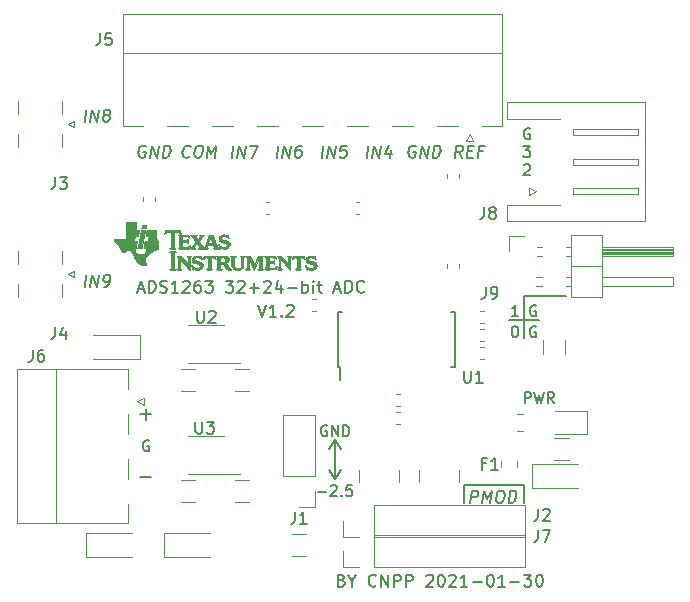
<source format=gbr>
G04 #@! TF.GenerationSoftware,KiCad,Pcbnew,(5.1.6)-1*
G04 #@! TF.CreationDate,2021-01-30T12:40:14+08:00*
G04 #@! TF.ProjectId,Module_ADS1263,4d6f6475-6c65-45f4-9144-53313236332e,rev?*
G04 #@! TF.SameCoordinates,Original*
G04 #@! TF.FileFunction,Legend,Top*
G04 #@! TF.FilePolarity,Positive*
%FSLAX46Y46*%
G04 Gerber Fmt 4.6, Leading zero omitted, Abs format (unit mm)*
G04 Created by KiCad (PCBNEW (5.1.6)-1) date 2021-01-30 12:40:14*
%MOMM*%
%LPD*%
G01*
G04 APERTURE LIST*
%ADD10C,0.203200*%
%ADD11C,0.177800*%
%ADD12C,0.010000*%
%ADD13C,0.120000*%
%ADD14C,0.150000*%
G04 APERTURE END LIST*
D10*
X144830800Y-115729657D02*
X144830800Y-114815257D01*
X145179142Y-114815257D01*
X145266228Y-114858800D01*
X145309771Y-114902342D01*
X145353314Y-114989428D01*
X145353314Y-115120057D01*
X145309771Y-115207142D01*
X145266228Y-115250685D01*
X145179142Y-115294228D01*
X144830800Y-115294228D01*
X145658114Y-114815257D02*
X145875828Y-115729657D01*
X146050000Y-115076514D01*
X146224171Y-115729657D01*
X146441885Y-114815257D01*
X147312742Y-115729657D02*
X147007942Y-115294228D01*
X146790228Y-115729657D02*
X146790228Y-114815257D01*
X147138571Y-114815257D01*
X147225657Y-114858800D01*
X147269200Y-114902342D01*
X147312742Y-114989428D01*
X147312742Y-115120057D01*
X147269200Y-115207142D01*
X147225657Y-115250685D01*
X147138571Y-115294228D01*
X146790228Y-115294228D01*
D11*
X122276809Y-107393619D02*
X122615476Y-108409619D01*
X122954142Y-107393619D01*
X123825000Y-108409619D02*
X123244428Y-108409619D01*
X123534714Y-108409619D02*
X123534714Y-107393619D01*
X123437952Y-107538761D01*
X123341190Y-107635523D01*
X123244428Y-107683904D01*
X124260428Y-108312857D02*
X124308809Y-108361238D01*
X124260428Y-108409619D01*
X124212047Y-108361238D01*
X124260428Y-108312857D01*
X124260428Y-108409619D01*
X124695857Y-107490380D02*
X124744238Y-107442000D01*
X124841000Y-107393619D01*
X125082904Y-107393619D01*
X125179666Y-107442000D01*
X125228047Y-107490380D01*
X125276428Y-107587142D01*
X125276428Y-107683904D01*
X125228047Y-107829047D01*
X124647476Y-108409619D01*
X125276428Y-108409619D01*
X129346476Y-130737428D02*
X129491619Y-130785809D01*
X129540000Y-130834190D01*
X129588380Y-130930952D01*
X129588380Y-131076095D01*
X129540000Y-131172857D01*
X129491619Y-131221238D01*
X129394857Y-131269619D01*
X129007809Y-131269619D01*
X129007809Y-130253619D01*
X129346476Y-130253619D01*
X129443238Y-130302000D01*
X129491619Y-130350380D01*
X129540000Y-130447142D01*
X129540000Y-130543904D01*
X129491619Y-130640666D01*
X129443238Y-130689047D01*
X129346476Y-130737428D01*
X129007809Y-130737428D01*
X130217333Y-130785809D02*
X130217333Y-131269619D01*
X129878666Y-130253619D02*
X130217333Y-130785809D01*
X130556000Y-130253619D01*
X132249333Y-131172857D02*
X132200952Y-131221238D01*
X132055809Y-131269619D01*
X131959047Y-131269619D01*
X131813904Y-131221238D01*
X131717142Y-131124476D01*
X131668761Y-131027714D01*
X131620380Y-130834190D01*
X131620380Y-130689047D01*
X131668761Y-130495523D01*
X131717142Y-130398761D01*
X131813904Y-130302000D01*
X131959047Y-130253619D01*
X132055809Y-130253619D01*
X132200952Y-130302000D01*
X132249333Y-130350380D01*
X132684761Y-131269619D02*
X132684761Y-130253619D01*
X133265333Y-131269619D01*
X133265333Y-130253619D01*
X133749142Y-131269619D02*
X133749142Y-130253619D01*
X134136190Y-130253619D01*
X134232952Y-130302000D01*
X134281333Y-130350380D01*
X134329714Y-130447142D01*
X134329714Y-130592285D01*
X134281333Y-130689047D01*
X134232952Y-130737428D01*
X134136190Y-130785809D01*
X133749142Y-130785809D01*
X134765142Y-131269619D02*
X134765142Y-130253619D01*
X135152190Y-130253619D01*
X135248952Y-130302000D01*
X135297333Y-130350380D01*
X135345714Y-130447142D01*
X135345714Y-130592285D01*
X135297333Y-130689047D01*
X135248952Y-130737428D01*
X135152190Y-130785809D01*
X134765142Y-130785809D01*
X136506857Y-130350380D02*
X136555238Y-130302000D01*
X136652000Y-130253619D01*
X136893904Y-130253619D01*
X136990666Y-130302000D01*
X137039047Y-130350380D01*
X137087428Y-130447142D01*
X137087428Y-130543904D01*
X137039047Y-130689047D01*
X136458476Y-131269619D01*
X137087428Y-131269619D01*
X137716380Y-130253619D02*
X137813142Y-130253619D01*
X137909904Y-130302000D01*
X137958285Y-130350380D01*
X138006666Y-130447142D01*
X138055047Y-130640666D01*
X138055047Y-130882571D01*
X138006666Y-131076095D01*
X137958285Y-131172857D01*
X137909904Y-131221238D01*
X137813142Y-131269619D01*
X137716380Y-131269619D01*
X137619619Y-131221238D01*
X137571238Y-131172857D01*
X137522857Y-131076095D01*
X137474476Y-130882571D01*
X137474476Y-130640666D01*
X137522857Y-130447142D01*
X137571238Y-130350380D01*
X137619619Y-130302000D01*
X137716380Y-130253619D01*
X138442095Y-130350380D02*
X138490476Y-130302000D01*
X138587238Y-130253619D01*
X138829142Y-130253619D01*
X138925904Y-130302000D01*
X138974285Y-130350380D01*
X139022666Y-130447142D01*
X139022666Y-130543904D01*
X138974285Y-130689047D01*
X138393714Y-131269619D01*
X139022666Y-131269619D01*
X139990285Y-131269619D02*
X139409714Y-131269619D01*
X139700000Y-131269619D02*
X139700000Y-130253619D01*
X139603238Y-130398761D01*
X139506476Y-130495523D01*
X139409714Y-130543904D01*
X140425714Y-130882571D02*
X141199809Y-130882571D01*
X141877142Y-130253619D02*
X141973904Y-130253619D01*
X142070666Y-130302000D01*
X142119047Y-130350380D01*
X142167428Y-130447142D01*
X142215809Y-130640666D01*
X142215809Y-130882571D01*
X142167428Y-131076095D01*
X142119047Y-131172857D01*
X142070666Y-131221238D01*
X141973904Y-131269619D01*
X141877142Y-131269619D01*
X141780380Y-131221238D01*
X141732000Y-131172857D01*
X141683619Y-131076095D01*
X141635238Y-130882571D01*
X141635238Y-130640666D01*
X141683619Y-130447142D01*
X141732000Y-130350380D01*
X141780380Y-130302000D01*
X141877142Y-130253619D01*
X143183428Y-131269619D02*
X142602857Y-131269619D01*
X142893142Y-131269619D02*
X142893142Y-130253619D01*
X142796380Y-130398761D01*
X142699619Y-130495523D01*
X142602857Y-130543904D01*
X143618857Y-130882571D02*
X144392952Y-130882571D01*
X144780000Y-130253619D02*
X145408952Y-130253619D01*
X145070285Y-130640666D01*
X145215428Y-130640666D01*
X145312190Y-130689047D01*
X145360571Y-130737428D01*
X145408952Y-130834190D01*
X145408952Y-131076095D01*
X145360571Y-131172857D01*
X145312190Y-131221238D01*
X145215428Y-131269619D01*
X144925142Y-131269619D01*
X144828380Y-131221238D01*
X144780000Y-131172857D01*
X146037904Y-130253619D02*
X146134666Y-130253619D01*
X146231428Y-130302000D01*
X146279809Y-130350380D01*
X146328190Y-130447142D01*
X146376571Y-130640666D01*
X146376571Y-130882571D01*
X146328190Y-131076095D01*
X146279809Y-131172857D01*
X146231428Y-131221238D01*
X146134666Y-131269619D01*
X146037904Y-131269619D01*
X145941142Y-131221238D01*
X145892761Y-131172857D01*
X145844380Y-131076095D01*
X145796000Y-130882571D01*
X145796000Y-130640666D01*
X145844380Y-130447142D01*
X145892761Y-130350380D01*
X145941142Y-130302000D01*
X146037904Y-130253619D01*
X112086571Y-106087333D02*
X112570380Y-106087333D01*
X111989809Y-106377619D02*
X112328476Y-105361619D01*
X112667142Y-106377619D01*
X113005809Y-106377619D02*
X113005809Y-105361619D01*
X113247714Y-105361619D01*
X113392857Y-105410000D01*
X113489619Y-105506761D01*
X113538000Y-105603523D01*
X113586380Y-105797047D01*
X113586380Y-105942190D01*
X113538000Y-106135714D01*
X113489619Y-106232476D01*
X113392857Y-106329238D01*
X113247714Y-106377619D01*
X113005809Y-106377619D01*
X113973428Y-106329238D02*
X114118571Y-106377619D01*
X114360476Y-106377619D01*
X114457238Y-106329238D01*
X114505619Y-106280857D01*
X114554000Y-106184095D01*
X114554000Y-106087333D01*
X114505619Y-105990571D01*
X114457238Y-105942190D01*
X114360476Y-105893809D01*
X114166952Y-105845428D01*
X114070190Y-105797047D01*
X114021809Y-105748666D01*
X113973428Y-105651904D01*
X113973428Y-105555142D01*
X114021809Y-105458380D01*
X114070190Y-105410000D01*
X114166952Y-105361619D01*
X114408857Y-105361619D01*
X114554000Y-105410000D01*
X115521619Y-106377619D02*
X114941047Y-106377619D01*
X115231333Y-106377619D02*
X115231333Y-105361619D01*
X115134571Y-105506761D01*
X115037809Y-105603523D01*
X114941047Y-105651904D01*
X115908666Y-105458380D02*
X115957047Y-105410000D01*
X116053809Y-105361619D01*
X116295714Y-105361619D01*
X116392476Y-105410000D01*
X116440857Y-105458380D01*
X116489238Y-105555142D01*
X116489238Y-105651904D01*
X116440857Y-105797047D01*
X115860285Y-106377619D01*
X116489238Y-106377619D01*
X117360095Y-105361619D02*
X117166571Y-105361619D01*
X117069809Y-105410000D01*
X117021428Y-105458380D01*
X116924666Y-105603523D01*
X116876285Y-105797047D01*
X116876285Y-106184095D01*
X116924666Y-106280857D01*
X116973047Y-106329238D01*
X117069809Y-106377619D01*
X117263333Y-106377619D01*
X117360095Y-106329238D01*
X117408476Y-106280857D01*
X117456857Y-106184095D01*
X117456857Y-105942190D01*
X117408476Y-105845428D01*
X117360095Y-105797047D01*
X117263333Y-105748666D01*
X117069809Y-105748666D01*
X116973047Y-105797047D01*
X116924666Y-105845428D01*
X116876285Y-105942190D01*
X117795523Y-105361619D02*
X118424476Y-105361619D01*
X118085809Y-105748666D01*
X118230952Y-105748666D01*
X118327714Y-105797047D01*
X118376095Y-105845428D01*
X118424476Y-105942190D01*
X118424476Y-106184095D01*
X118376095Y-106280857D01*
X118327714Y-106329238D01*
X118230952Y-106377619D01*
X117940666Y-106377619D01*
X117843904Y-106329238D01*
X117795523Y-106280857D01*
X119537238Y-105361619D02*
X120166190Y-105361619D01*
X119827523Y-105748666D01*
X119972666Y-105748666D01*
X120069428Y-105797047D01*
X120117809Y-105845428D01*
X120166190Y-105942190D01*
X120166190Y-106184095D01*
X120117809Y-106280857D01*
X120069428Y-106329238D01*
X119972666Y-106377619D01*
X119682380Y-106377619D01*
X119585619Y-106329238D01*
X119537238Y-106280857D01*
X120553238Y-105458380D02*
X120601619Y-105410000D01*
X120698380Y-105361619D01*
X120940285Y-105361619D01*
X121037047Y-105410000D01*
X121085428Y-105458380D01*
X121133809Y-105555142D01*
X121133809Y-105651904D01*
X121085428Y-105797047D01*
X120504857Y-106377619D01*
X121133809Y-106377619D01*
X121569238Y-105990571D02*
X122343333Y-105990571D01*
X121956285Y-106377619D02*
X121956285Y-105603523D01*
X122778761Y-105458380D02*
X122827142Y-105410000D01*
X122923904Y-105361619D01*
X123165809Y-105361619D01*
X123262571Y-105410000D01*
X123310952Y-105458380D01*
X123359333Y-105555142D01*
X123359333Y-105651904D01*
X123310952Y-105797047D01*
X122730380Y-106377619D01*
X123359333Y-106377619D01*
X124230190Y-105700285D02*
X124230190Y-106377619D01*
X123988285Y-105313238D02*
X123746380Y-106038952D01*
X124375333Y-106038952D01*
X124762380Y-105990571D02*
X125536476Y-105990571D01*
X126020285Y-106377619D02*
X126020285Y-105361619D01*
X126020285Y-105748666D02*
X126117047Y-105700285D01*
X126310571Y-105700285D01*
X126407333Y-105748666D01*
X126455714Y-105797047D01*
X126504095Y-105893809D01*
X126504095Y-106184095D01*
X126455714Y-106280857D01*
X126407333Y-106329238D01*
X126310571Y-106377619D01*
X126117047Y-106377619D01*
X126020285Y-106329238D01*
X126939523Y-106377619D02*
X126939523Y-105700285D01*
X126939523Y-105361619D02*
X126891142Y-105410000D01*
X126939523Y-105458380D01*
X126987904Y-105410000D01*
X126939523Y-105361619D01*
X126939523Y-105458380D01*
X127278190Y-105700285D02*
X127665238Y-105700285D01*
X127423333Y-105361619D02*
X127423333Y-106232476D01*
X127471714Y-106329238D01*
X127568476Y-106377619D01*
X127665238Y-106377619D01*
X128729619Y-106087333D02*
X129213428Y-106087333D01*
X128632857Y-106377619D02*
X128971523Y-105361619D01*
X129310190Y-106377619D01*
X129648857Y-106377619D02*
X129648857Y-105361619D01*
X129890761Y-105361619D01*
X130035904Y-105410000D01*
X130132666Y-105506761D01*
X130181047Y-105603523D01*
X130229428Y-105797047D01*
X130229428Y-105942190D01*
X130181047Y-106135714D01*
X130132666Y-106232476D01*
X130035904Y-106329238D01*
X129890761Y-106377619D01*
X129648857Y-106377619D01*
X131245428Y-106280857D02*
X131197047Y-106329238D01*
X131051904Y-106377619D01*
X130955142Y-106377619D01*
X130810000Y-106329238D01*
X130713238Y-106232476D01*
X130664857Y-106135714D01*
X130616476Y-105942190D01*
X130616476Y-105797047D01*
X130664857Y-105603523D01*
X130713238Y-105506761D01*
X130810000Y-105410000D01*
X130955142Y-105361619D01*
X131051904Y-105361619D01*
X131197047Y-105410000D01*
X131245428Y-105458380D01*
D10*
X144780000Y-122682000D02*
X144780000Y-124206000D01*
X139700000Y-122682000D02*
X144780000Y-122682000D01*
X139700000Y-124206000D02*
X139700000Y-122682000D01*
X140247430Y-124157619D02*
X140374430Y-123141619D01*
X140761478Y-123141619D01*
X140852192Y-123190000D01*
X140894525Y-123238380D01*
X140930811Y-123335142D01*
X140912668Y-123480285D01*
X140852192Y-123577047D01*
X140797763Y-123625428D01*
X140694954Y-123673809D01*
X140307906Y-123673809D01*
X141263430Y-124157619D02*
X141390430Y-123141619D01*
X141638382Y-123867333D01*
X142067763Y-123141619D01*
X141940763Y-124157619D01*
X142745097Y-123141619D02*
X142938620Y-123141619D01*
X143029335Y-123190000D01*
X143114001Y-123286761D01*
X143138192Y-123480285D01*
X143095859Y-123818952D01*
X143023287Y-124012476D01*
X142914430Y-124109238D01*
X142811620Y-124157619D01*
X142618097Y-124157619D01*
X142527382Y-124109238D01*
X142442716Y-124012476D01*
X142418525Y-123818952D01*
X142460859Y-123480285D01*
X142533430Y-123286761D01*
X142642287Y-123190000D01*
X142745097Y-123141619D01*
X143488954Y-124157619D02*
X143615954Y-123141619D01*
X143857859Y-123141619D01*
X143996954Y-123190000D01*
X144081620Y-123286761D01*
X144117906Y-123383523D01*
X144142097Y-123577047D01*
X144123954Y-123722190D01*
X144051382Y-123915714D01*
X143990906Y-124012476D01*
X143882049Y-124109238D01*
X143730859Y-124157619D01*
X143488954Y-124157619D01*
X144780000Y-106680000D02*
X148336000Y-106680000D01*
X144780000Y-110236000D02*
X144780000Y-106680000D01*
X143510000Y-108712000D02*
X146050000Y-108712000D01*
X145781485Y-109270800D02*
X145694400Y-109227257D01*
X145563771Y-109227257D01*
X145433142Y-109270800D01*
X145346057Y-109357885D01*
X145302514Y-109444971D01*
X145258971Y-109619142D01*
X145258971Y-109749771D01*
X145302514Y-109923942D01*
X145346057Y-110011028D01*
X145433142Y-110098114D01*
X145563771Y-110141657D01*
X145650857Y-110141657D01*
X145781485Y-110098114D01*
X145825028Y-110054571D01*
X145825028Y-109749771D01*
X145650857Y-109749771D01*
X145781485Y-107492800D02*
X145694400Y-107449257D01*
X145563771Y-107449257D01*
X145433142Y-107492800D01*
X145346057Y-107579885D01*
X145302514Y-107666971D01*
X145258971Y-107841142D01*
X145258971Y-107971771D01*
X145302514Y-108145942D01*
X145346057Y-108233028D01*
X145433142Y-108320114D01*
X145563771Y-108363657D01*
X145650857Y-108363657D01*
X145781485Y-108320114D01*
X145825028Y-108276571D01*
X145825028Y-107971771D01*
X145650857Y-107971771D01*
X143974457Y-109227257D02*
X144061542Y-109227257D01*
X144148628Y-109270800D01*
X144192171Y-109314342D01*
X144235714Y-109401428D01*
X144279257Y-109575600D01*
X144279257Y-109793314D01*
X144235714Y-109967485D01*
X144192171Y-110054571D01*
X144148628Y-110098114D01*
X144061542Y-110141657D01*
X143974457Y-110141657D01*
X143887371Y-110098114D01*
X143843828Y-110054571D01*
X143800285Y-109967485D01*
X143756742Y-109793314D01*
X143756742Y-109575600D01*
X143800285Y-109401428D01*
X143843828Y-109314342D01*
X143887371Y-109270800D01*
X143974457Y-109227257D01*
X144279257Y-108363657D02*
X143756742Y-108363657D01*
X144018000Y-108363657D02*
X144018000Y-107449257D01*
X143930914Y-107579885D01*
X143843828Y-107666971D01*
X143756742Y-107710514D01*
X145273485Y-92506800D02*
X145186400Y-92463257D01*
X145055771Y-92463257D01*
X144925142Y-92506800D01*
X144838057Y-92593885D01*
X144794514Y-92680971D01*
X144750971Y-92855142D01*
X144750971Y-92985771D01*
X144794514Y-93159942D01*
X144838057Y-93247028D01*
X144925142Y-93334114D01*
X145055771Y-93377657D01*
X145142857Y-93377657D01*
X145273485Y-93334114D01*
X145317028Y-93290571D01*
X145317028Y-92985771D01*
X145142857Y-92985771D01*
X144729200Y-93987257D02*
X145295257Y-93987257D01*
X144990457Y-94335600D01*
X145121085Y-94335600D01*
X145208171Y-94379142D01*
X145251714Y-94422685D01*
X145295257Y-94509771D01*
X145295257Y-94727485D01*
X145251714Y-94814571D01*
X145208171Y-94858114D01*
X145121085Y-94901657D01*
X144859828Y-94901657D01*
X144772742Y-94858114D01*
X144729200Y-94814571D01*
X144772742Y-95598342D02*
X144816285Y-95554800D01*
X144903371Y-95511257D01*
X145121085Y-95511257D01*
X145208171Y-95554800D01*
X145251714Y-95598342D01*
X145295257Y-95685428D01*
X145295257Y-95772514D01*
X145251714Y-95903142D01*
X144729200Y-96425657D01*
X145295257Y-96425657D01*
X128778000Y-122174000D02*
X129286000Y-121412000D01*
X128778000Y-122174000D02*
X128270000Y-121412000D01*
X128778000Y-118872000D02*
X129286000Y-119634000D01*
X128778000Y-118872000D02*
X128270000Y-119634000D01*
X128778000Y-118872000D02*
X128778000Y-122174000D01*
X127341085Y-123255314D02*
X128037771Y-123255314D01*
X128429657Y-122776342D02*
X128473200Y-122732800D01*
X128560285Y-122689257D01*
X128778000Y-122689257D01*
X128865085Y-122732800D01*
X128908628Y-122776342D01*
X128952171Y-122863428D01*
X128952171Y-122950514D01*
X128908628Y-123081142D01*
X128386114Y-123603657D01*
X128952171Y-123603657D01*
X129344057Y-123516571D02*
X129387600Y-123560114D01*
X129344057Y-123603657D01*
X129300514Y-123560114D01*
X129344057Y-123516571D01*
X129344057Y-123603657D01*
X130214914Y-122689257D02*
X129779485Y-122689257D01*
X129735942Y-123124685D01*
X129779485Y-123081142D01*
X129866571Y-123037600D01*
X130084285Y-123037600D01*
X130171371Y-123081142D01*
X130214914Y-123124685D01*
X130258457Y-123211771D01*
X130258457Y-123429485D01*
X130214914Y-123516571D01*
X130171371Y-123560114D01*
X130084285Y-123603657D01*
X129866571Y-123603657D01*
X129779485Y-123560114D01*
X129735942Y-123516571D01*
X128081314Y-117652800D02*
X127994228Y-117609257D01*
X127863600Y-117609257D01*
X127732971Y-117652800D01*
X127645885Y-117739885D01*
X127602342Y-117826971D01*
X127558800Y-118001142D01*
X127558800Y-118131771D01*
X127602342Y-118305942D01*
X127645885Y-118393028D01*
X127732971Y-118480114D01*
X127863600Y-118523657D01*
X127950685Y-118523657D01*
X128081314Y-118480114D01*
X128124857Y-118436571D01*
X128124857Y-118131771D01*
X127950685Y-118131771D01*
X128516742Y-118523657D02*
X128516742Y-117609257D01*
X129039257Y-118523657D01*
X129039257Y-117609257D01*
X129474685Y-118523657D02*
X129474685Y-117609257D01*
X129692400Y-117609257D01*
X129823028Y-117652800D01*
X129910114Y-117739885D01*
X129953657Y-117826971D01*
X129997200Y-118001142D01*
X129997200Y-118131771D01*
X129953657Y-118305942D01*
X129910114Y-118393028D01*
X129823028Y-118480114D01*
X129692400Y-118523657D01*
X129474685Y-118523657D01*
X113015485Y-118922800D02*
X112928400Y-118879257D01*
X112797771Y-118879257D01*
X112667142Y-118922800D01*
X112580057Y-119009885D01*
X112536514Y-119096971D01*
X112492971Y-119271142D01*
X112492971Y-119401771D01*
X112536514Y-119575942D01*
X112580057Y-119663028D01*
X112667142Y-119750114D01*
X112797771Y-119793657D01*
X112884857Y-119793657D01*
X113015485Y-119750114D01*
X113059028Y-119706571D01*
X113059028Y-119401771D01*
X112884857Y-119401771D01*
X112311542Y-122007085D02*
X113240457Y-122007085D01*
X112311542Y-116673085D02*
X113240457Y-116673085D01*
X112776000Y-117137542D02*
X112776000Y-116208628D01*
X107590287Y-105869619D02*
X107717287Y-104853619D01*
X108074097Y-105869619D02*
X108201097Y-104853619D01*
X108654668Y-105869619D01*
X108781668Y-104853619D01*
X109186859Y-105869619D02*
X109380382Y-105869619D01*
X109483192Y-105821238D01*
X109537620Y-105772857D01*
X109652525Y-105627714D01*
X109725097Y-105434190D01*
X109773478Y-105047142D01*
X109737192Y-104950380D01*
X109694859Y-104902000D01*
X109604144Y-104853619D01*
X109410620Y-104853619D01*
X109307811Y-104902000D01*
X109253382Y-104950380D01*
X109192906Y-105047142D01*
X109162668Y-105289047D01*
X109198954Y-105385809D01*
X109241287Y-105434190D01*
X109332001Y-105482571D01*
X109525525Y-105482571D01*
X109628335Y-105434190D01*
X109682763Y-105385809D01*
X109743240Y-105289047D01*
X107590287Y-91899619D02*
X107717287Y-90883619D01*
X108074097Y-91899619D02*
X108201097Y-90883619D01*
X108654668Y-91899619D01*
X108781668Y-90883619D01*
X109356192Y-91319047D02*
X109265478Y-91270666D01*
X109223144Y-91222285D01*
X109186859Y-91125523D01*
X109192906Y-91077142D01*
X109253382Y-90980380D01*
X109307811Y-90932000D01*
X109410620Y-90883619D01*
X109604144Y-90883619D01*
X109694859Y-90932000D01*
X109737192Y-90980380D01*
X109773478Y-91077142D01*
X109767430Y-91125523D01*
X109706954Y-91222285D01*
X109652525Y-91270666D01*
X109549716Y-91319047D01*
X109356192Y-91319047D01*
X109253382Y-91367428D01*
X109198954Y-91415809D01*
X109138478Y-91512571D01*
X109114287Y-91706095D01*
X109150573Y-91802857D01*
X109192906Y-91851238D01*
X109283620Y-91899619D01*
X109477144Y-91899619D01*
X109579954Y-91851238D01*
X109634382Y-91802857D01*
X109694859Y-91706095D01*
X109719049Y-91512571D01*
X109682763Y-91415809D01*
X109640430Y-91367428D01*
X109549716Y-91319047D01*
X112779144Y-93980000D02*
X112688430Y-93931619D01*
X112543287Y-93931619D01*
X112392097Y-93980000D01*
X112283240Y-94076761D01*
X112222763Y-94173523D01*
X112150192Y-94367047D01*
X112132049Y-94512190D01*
X112156240Y-94705714D01*
X112192525Y-94802476D01*
X112277192Y-94899238D01*
X112416287Y-94947619D01*
X112513049Y-94947619D01*
X112664240Y-94899238D01*
X112718668Y-94850857D01*
X112761001Y-94512190D01*
X112567478Y-94512190D01*
X113142001Y-94947619D02*
X113269001Y-93931619D01*
X113722573Y-94947619D01*
X113849573Y-93931619D01*
X114206382Y-94947619D02*
X114333382Y-93931619D01*
X114575287Y-93931619D01*
X114714382Y-93980000D01*
X114799049Y-94076761D01*
X114835335Y-94173523D01*
X114859525Y-94367047D01*
X114841382Y-94512190D01*
X114768811Y-94705714D01*
X114708335Y-94802476D01*
X114599478Y-94899238D01*
X114448287Y-94947619D01*
X114206382Y-94947619D01*
X116456097Y-94850857D02*
X116401668Y-94899238D01*
X116250478Y-94947619D01*
X116153716Y-94947619D01*
X116014620Y-94899238D01*
X115929954Y-94802476D01*
X115893668Y-94705714D01*
X115869478Y-94512190D01*
X115887620Y-94367047D01*
X115960192Y-94173523D01*
X116020668Y-94076761D01*
X116129525Y-93980000D01*
X116280716Y-93931619D01*
X116377478Y-93931619D01*
X116516573Y-93980000D01*
X116558906Y-94028380D01*
X117199954Y-93931619D02*
X117393478Y-93931619D01*
X117484192Y-93980000D01*
X117568859Y-94076761D01*
X117593049Y-94270285D01*
X117550716Y-94608952D01*
X117478144Y-94802476D01*
X117369287Y-94899238D01*
X117266478Y-94947619D01*
X117072954Y-94947619D01*
X116982240Y-94899238D01*
X116897573Y-94802476D01*
X116873382Y-94608952D01*
X116915716Y-94270285D01*
X116988287Y-94076761D01*
X117097144Y-93980000D01*
X117199954Y-93931619D01*
X117943811Y-94947619D02*
X118070811Y-93931619D01*
X118318763Y-94657333D01*
X118748144Y-93931619D01*
X118621144Y-94947619D01*
X120036287Y-94947619D02*
X120163287Y-93931619D01*
X120520097Y-94947619D02*
X120647097Y-93931619D01*
X121100668Y-94947619D01*
X121227668Y-93931619D01*
X121614716Y-93931619D02*
X122292049Y-93931619D01*
X121729620Y-94947619D01*
X123846287Y-94947619D02*
X123973287Y-93931619D01*
X124330097Y-94947619D02*
X124457097Y-93931619D01*
X124910668Y-94947619D01*
X125037668Y-93931619D01*
X125956906Y-93931619D02*
X125763382Y-93931619D01*
X125660573Y-93980000D01*
X125606144Y-94028380D01*
X125491240Y-94173523D01*
X125418668Y-94367047D01*
X125370287Y-94754095D01*
X125406573Y-94850857D01*
X125448906Y-94899238D01*
X125539620Y-94947619D01*
X125733144Y-94947619D01*
X125835954Y-94899238D01*
X125890382Y-94850857D01*
X125950859Y-94754095D01*
X125981097Y-94512190D01*
X125944811Y-94415428D01*
X125902478Y-94367047D01*
X125811763Y-94318666D01*
X125618240Y-94318666D01*
X125515430Y-94367047D01*
X125461001Y-94415428D01*
X125400525Y-94512190D01*
X127656287Y-94947619D02*
X127783287Y-93931619D01*
X128140097Y-94947619D02*
X128267097Y-93931619D01*
X128720668Y-94947619D01*
X128847668Y-93931619D01*
X129815287Y-93931619D02*
X129331478Y-93931619D01*
X129222620Y-94415428D01*
X129277049Y-94367047D01*
X129379859Y-94318666D01*
X129621763Y-94318666D01*
X129712478Y-94367047D01*
X129754811Y-94415428D01*
X129791097Y-94512190D01*
X129760859Y-94754095D01*
X129700382Y-94850857D01*
X129645954Y-94899238D01*
X129543144Y-94947619D01*
X129301240Y-94947619D01*
X129210525Y-94899238D01*
X129168192Y-94850857D01*
X131466287Y-94947619D02*
X131593287Y-93931619D01*
X131950097Y-94947619D02*
X132077097Y-93931619D01*
X132530668Y-94947619D01*
X132657668Y-93931619D01*
X133534573Y-94270285D02*
X133449906Y-94947619D01*
X133341049Y-93883238D02*
X133008430Y-94608952D01*
X133637382Y-94608952D01*
X135639144Y-93980000D02*
X135548430Y-93931619D01*
X135403287Y-93931619D01*
X135252097Y-93980000D01*
X135143240Y-94076761D01*
X135082763Y-94173523D01*
X135010192Y-94367047D01*
X134992049Y-94512190D01*
X135016240Y-94705714D01*
X135052525Y-94802476D01*
X135137192Y-94899238D01*
X135276287Y-94947619D01*
X135373049Y-94947619D01*
X135524240Y-94899238D01*
X135578668Y-94850857D01*
X135621001Y-94512190D01*
X135427478Y-94512190D01*
X136002001Y-94947619D02*
X136129001Y-93931619D01*
X136582573Y-94947619D01*
X136709573Y-93931619D01*
X137066382Y-94947619D02*
X137193382Y-93931619D01*
X137435287Y-93931619D01*
X137574382Y-93980000D01*
X137659049Y-94076761D01*
X137695335Y-94173523D01*
X137719525Y-94367047D01*
X137701382Y-94512190D01*
X137628811Y-94705714D01*
X137568335Y-94802476D01*
X137459478Y-94899238D01*
X137308287Y-94947619D01*
X137066382Y-94947619D01*
X139521716Y-94947619D02*
X139243525Y-94463809D01*
X138941144Y-94947619D02*
X139068144Y-93931619D01*
X139455192Y-93931619D01*
X139545906Y-93980000D01*
X139588240Y-94028380D01*
X139624525Y-94125142D01*
X139606382Y-94270285D01*
X139545906Y-94367047D01*
X139491478Y-94415428D01*
X139388668Y-94463809D01*
X139001620Y-94463809D01*
X140023668Y-94415428D02*
X140362335Y-94415428D01*
X140440954Y-94947619D02*
X139957144Y-94947619D01*
X140084144Y-93931619D01*
X140567954Y-93931619D01*
X141281573Y-94415428D02*
X140942906Y-94415428D01*
X140876382Y-94947619D02*
X141003382Y-93931619D01*
X141487192Y-93931619D01*
D12*
G36*
X116458218Y-103256223D02*
G01*
X116505877Y-103256831D01*
X116538654Y-103258167D01*
X116559268Y-103260497D01*
X116570438Y-103264085D01*
X116574883Y-103269197D01*
X116575448Y-103273860D01*
X116567168Y-103290514D01*
X116547253Y-103308807D01*
X116542428Y-103312012D01*
X116527852Y-103321215D01*
X116515517Y-103330262D01*
X116505236Y-103340835D01*
X116496823Y-103354613D01*
X116490091Y-103373278D01*
X116484851Y-103398509D01*
X116480917Y-103431987D01*
X116478102Y-103475392D01*
X116476218Y-103530406D01*
X116475079Y-103598707D01*
X116474497Y-103681977D01*
X116474285Y-103781897D01*
X116474256Y-103900145D01*
X116474255Y-103924100D01*
X116474224Y-104040333D01*
X116474099Y-104137880D01*
X116473823Y-104218373D01*
X116473337Y-104283444D01*
X116472582Y-104334726D01*
X116471502Y-104373853D01*
X116470038Y-104402457D01*
X116468131Y-104422172D01*
X116465723Y-104434629D01*
X116462757Y-104441461D01*
X116459174Y-104444303D01*
X116455713Y-104444800D01*
X116441801Y-104437303D01*
X116417604Y-104416395D01*
X116385634Y-104384452D01*
X116348402Y-104343848D01*
X116345590Y-104340660D01*
X116319125Y-104310553D01*
X116281196Y-104267379D01*
X116233740Y-104213344D01*
X116178693Y-104150654D01*
X116117994Y-104081516D01*
X116053579Y-104008136D01*
X115987387Y-103932720D01*
X115952637Y-103893125D01*
X115651280Y-103549730D01*
X115651280Y-104301000D01*
X115677895Y-104332632D01*
X115704742Y-104357630D01*
X115735264Y-104377008D01*
X115738855Y-104378613D01*
X115761458Y-104391975D01*
X115772866Y-104406390D01*
X115773200Y-104408721D01*
X115770978Y-104414198D01*
X115762618Y-104418262D01*
X115745576Y-104421114D01*
X115717308Y-104422957D01*
X115675269Y-104423994D01*
X115616915Y-104424426D01*
X115575080Y-104424480D01*
X115507040Y-104424396D01*
X115456669Y-104423964D01*
X115421315Y-104422912D01*
X115398326Y-104420967D01*
X115385052Y-104417858D01*
X115378840Y-104413313D01*
X115377039Y-104407060D01*
X115376960Y-104404160D01*
X115383961Y-104387347D01*
X115398295Y-104383840D01*
X115417920Y-104376957D01*
X115442957Y-104359549D01*
X115454175Y-104349296D01*
X115488720Y-104314752D01*
X115488720Y-103379559D01*
X115463525Y-103349617D01*
X115437972Y-103325702D01*
X115409780Y-103307893D01*
X115407645Y-103306965D01*
X115384280Y-103291460D01*
X115376960Y-103275167D01*
X115378116Y-103268248D01*
X115383457Y-103263242D01*
X115395787Y-103259846D01*
X115417913Y-103257759D01*
X115452641Y-103256679D01*
X115502776Y-103256304D01*
X115552220Y-103256303D01*
X115727480Y-103256526D01*
X116316760Y-103930450D01*
X116319468Y-103664462D01*
X116320186Y-103574952D01*
X116320023Y-103503423D01*
X116318533Y-103447540D01*
X116315274Y-103404968D01*
X116309799Y-103373372D01*
X116301666Y-103350418D01*
X116290429Y-103333769D01*
X116275644Y-103321093D01*
X116256867Y-103310054D01*
X116251488Y-103307272D01*
X116226631Y-103291560D01*
X116211857Y-103276369D01*
X116210080Y-103271113D01*
X116212776Y-103265671D01*
X116222587Y-103261687D01*
X116242097Y-103258948D01*
X116273887Y-103257243D01*
X116320540Y-103256358D01*
X116384640Y-103256082D01*
X116392960Y-103256080D01*
X116458218Y-103256223D01*
G37*
X116458218Y-103256223D02*
X116505877Y-103256831D01*
X116538654Y-103258167D01*
X116559268Y-103260497D01*
X116570438Y-103264085D01*
X116574883Y-103269197D01*
X116575448Y-103273860D01*
X116567168Y-103290514D01*
X116547253Y-103308807D01*
X116542428Y-103312012D01*
X116527852Y-103321215D01*
X116515517Y-103330262D01*
X116505236Y-103340835D01*
X116496823Y-103354613D01*
X116490091Y-103373278D01*
X116484851Y-103398509D01*
X116480917Y-103431987D01*
X116478102Y-103475392D01*
X116476218Y-103530406D01*
X116475079Y-103598707D01*
X116474497Y-103681977D01*
X116474285Y-103781897D01*
X116474256Y-103900145D01*
X116474255Y-103924100D01*
X116474224Y-104040333D01*
X116474099Y-104137880D01*
X116473823Y-104218373D01*
X116473337Y-104283444D01*
X116472582Y-104334726D01*
X116471502Y-104373853D01*
X116470038Y-104402457D01*
X116468131Y-104422172D01*
X116465723Y-104434629D01*
X116462757Y-104441461D01*
X116459174Y-104444303D01*
X116455713Y-104444800D01*
X116441801Y-104437303D01*
X116417604Y-104416395D01*
X116385634Y-104384452D01*
X116348402Y-104343848D01*
X116345590Y-104340660D01*
X116319125Y-104310553D01*
X116281196Y-104267379D01*
X116233740Y-104213344D01*
X116178693Y-104150654D01*
X116117994Y-104081516D01*
X116053579Y-104008136D01*
X115987387Y-103932720D01*
X115952637Y-103893125D01*
X115651280Y-103549730D01*
X115651280Y-104301000D01*
X115677895Y-104332632D01*
X115704742Y-104357630D01*
X115735264Y-104377008D01*
X115738855Y-104378613D01*
X115761458Y-104391975D01*
X115772866Y-104406390D01*
X115773200Y-104408721D01*
X115770978Y-104414198D01*
X115762618Y-104418262D01*
X115745576Y-104421114D01*
X115717308Y-104422957D01*
X115675269Y-104423994D01*
X115616915Y-104424426D01*
X115575080Y-104424480D01*
X115507040Y-104424396D01*
X115456669Y-104423964D01*
X115421315Y-104422912D01*
X115398326Y-104420967D01*
X115385052Y-104417858D01*
X115378840Y-104413313D01*
X115377039Y-104407060D01*
X115376960Y-104404160D01*
X115383961Y-104387347D01*
X115398295Y-104383840D01*
X115417920Y-104376957D01*
X115442957Y-104359549D01*
X115454175Y-104349296D01*
X115488720Y-104314752D01*
X115488720Y-103379559D01*
X115463525Y-103349617D01*
X115437972Y-103325702D01*
X115409780Y-103307893D01*
X115407645Y-103306965D01*
X115384280Y-103291460D01*
X115376960Y-103275167D01*
X115378116Y-103268248D01*
X115383457Y-103263242D01*
X115395787Y-103259846D01*
X115417913Y-103257759D01*
X115452641Y-103256679D01*
X115502776Y-103256304D01*
X115552220Y-103256303D01*
X115727480Y-103256526D01*
X116316760Y-103930450D01*
X116319468Y-103664462D01*
X116320186Y-103574952D01*
X116320023Y-103503423D01*
X116318533Y-103447540D01*
X116315274Y-103404968D01*
X116309799Y-103373372D01*
X116301666Y-103350418D01*
X116290429Y-103333769D01*
X116275644Y-103321093D01*
X116256867Y-103310054D01*
X116251488Y-103307272D01*
X116226631Y-103291560D01*
X116211857Y-103276369D01*
X116210080Y-103271113D01*
X116212776Y-103265671D01*
X116222587Y-103261687D01*
X116242097Y-103258948D01*
X116273887Y-103257243D01*
X116320540Y-103256358D01*
X116384640Y-103256082D01*
X116392960Y-103256080D01*
X116458218Y-103256223D01*
G36*
X117194569Y-103250726D02*
G01*
X117276789Y-103276987D01*
X117298190Y-103287065D01*
X117332298Y-103299130D01*
X117356060Y-103296213D01*
X117367549Y-103278779D01*
X117368320Y-103270075D01*
X117377310Y-103259254D01*
X117396271Y-103256080D01*
X117407482Y-103256848D01*
X117416346Y-103261154D01*
X117424313Y-103271999D01*
X117432830Y-103292384D01*
X117443347Y-103325312D01*
X117457312Y-103373783D01*
X117463244Y-103394839D01*
X117477681Y-103445844D01*
X117490472Y-103490410D01*
X117500471Y-103524590D01*
X117506531Y-103544436D01*
X117507466Y-103547154D01*
X117504032Y-103561517D01*
X117495620Y-103567250D01*
X117477236Y-103564740D01*
X117450192Y-103545677D01*
X117436146Y-103532742D01*
X117356209Y-103468156D01*
X117269682Y-103422782D01*
X117176373Y-103396547D01*
X117076091Y-103389376D01*
X117065997Y-103389691D01*
X116997012Y-103396416D01*
X116944592Y-103411082D01*
X116906168Y-103434788D01*
X116879171Y-103468634D01*
X116878436Y-103469952D01*
X116864979Y-103511043D01*
X116865418Y-103554458D01*
X116879237Y-103592480D01*
X116887374Y-103603348D01*
X116902926Y-103618163D01*
X116922311Y-103631015D01*
X116948483Y-103642981D01*
X116984395Y-103655133D01*
X117033000Y-103668547D01*
X117097250Y-103684296D01*
X117132472Y-103692529D01*
X117193418Y-103707119D01*
X117251917Y-103721995D01*
X117303171Y-103735874D01*
X117342381Y-103747473D01*
X117358656Y-103753001D01*
X117439433Y-103790871D01*
X117502141Y-103837308D01*
X117547428Y-103892972D01*
X117575942Y-103958521D01*
X117581052Y-103978939D01*
X117591396Y-104069504D01*
X117582846Y-104153511D01*
X117556128Y-104229684D01*
X117511969Y-104296744D01*
X117451097Y-104353413D01*
X117374240Y-104398415D01*
X117332760Y-104415186D01*
X117284504Y-104427510D01*
X117222975Y-104436315D01*
X117154523Y-104441357D01*
X117085503Y-104442391D01*
X117022265Y-104439175D01*
X116971164Y-104431464D01*
X116963026Y-104429380D01*
X116921395Y-104416234D01*
X116878959Y-104400631D01*
X116862675Y-104393841D01*
X116827639Y-104379571D01*
X116805681Y-104375207D01*
X116791946Y-104381097D01*
X116781581Y-104397591D01*
X116780584Y-104399746D01*
X116766374Y-104419111D01*
X116744418Y-104422939D01*
X116741089Y-104422606D01*
X116730529Y-104420526D01*
X116721926Y-104415139D01*
X116714010Y-104403560D01*
X116705517Y-104382903D01*
X116695178Y-104350284D01*
X116681726Y-104302817D01*
X116670517Y-104261920D01*
X116655858Y-104207242D01*
X116643290Y-104158592D01*
X116633747Y-104119729D01*
X116628163Y-104094410D01*
X116627102Y-104087259D01*
X116630118Y-104069959D01*
X116641283Y-104066145D01*
X116661851Y-104076389D01*
X116693071Y-104101260D01*
X116727686Y-104133149D01*
X116790600Y-104187973D01*
X116850690Y-104228634D01*
X116883334Y-104245859D01*
X116959355Y-104275608D01*
X117036611Y-104293470D01*
X117112052Y-104299706D01*
X117182626Y-104294574D01*
X117245284Y-104278335D01*
X117296973Y-104251248D01*
X117334644Y-104213573D01*
X117338848Y-104207104D01*
X117353159Y-104168417D01*
X117357791Y-104121202D01*
X117352486Y-104074935D01*
X117343166Y-104049036D01*
X117328944Y-104027968D01*
X117308185Y-104009677D01*
X117278340Y-103993057D01*
X117236862Y-103977005D01*
X117181204Y-103960418D01*
X117108816Y-103942191D01*
X117081996Y-103935900D01*
X116981994Y-103910986D01*
X116900016Y-103886237D01*
X116833815Y-103860391D01*
X116781145Y-103832190D01*
X116739758Y-103800375D01*
X116707409Y-103763685D01*
X116681851Y-103720861D01*
X116675876Y-103708200D01*
X116662162Y-103670666D01*
X116655122Y-103630259D01*
X116653257Y-103578717D01*
X116654590Y-103534155D01*
X116659732Y-103500416D01*
X116670937Y-103468059D01*
X116688342Y-103431779D01*
X116721355Y-103377469D01*
X116759237Y-103336886D01*
X116771848Y-103326770D01*
X116842716Y-103285063D01*
X116924990Y-103256261D01*
X117014102Y-103240708D01*
X117105484Y-103238748D01*
X117194569Y-103250726D01*
G37*
X117194569Y-103250726D02*
X117276789Y-103276987D01*
X117298190Y-103287065D01*
X117332298Y-103299130D01*
X117356060Y-103296213D01*
X117367549Y-103278779D01*
X117368320Y-103270075D01*
X117377310Y-103259254D01*
X117396271Y-103256080D01*
X117407482Y-103256848D01*
X117416346Y-103261154D01*
X117424313Y-103271999D01*
X117432830Y-103292384D01*
X117443347Y-103325312D01*
X117457312Y-103373783D01*
X117463244Y-103394839D01*
X117477681Y-103445844D01*
X117490472Y-103490410D01*
X117500471Y-103524590D01*
X117506531Y-103544436D01*
X117507466Y-103547154D01*
X117504032Y-103561517D01*
X117495620Y-103567250D01*
X117477236Y-103564740D01*
X117450192Y-103545677D01*
X117436146Y-103532742D01*
X117356209Y-103468156D01*
X117269682Y-103422782D01*
X117176373Y-103396547D01*
X117076091Y-103389376D01*
X117065997Y-103389691D01*
X116997012Y-103396416D01*
X116944592Y-103411082D01*
X116906168Y-103434788D01*
X116879171Y-103468634D01*
X116878436Y-103469952D01*
X116864979Y-103511043D01*
X116865418Y-103554458D01*
X116879237Y-103592480D01*
X116887374Y-103603348D01*
X116902926Y-103618163D01*
X116922311Y-103631015D01*
X116948483Y-103642981D01*
X116984395Y-103655133D01*
X117033000Y-103668547D01*
X117097250Y-103684296D01*
X117132472Y-103692529D01*
X117193418Y-103707119D01*
X117251917Y-103721995D01*
X117303171Y-103735874D01*
X117342381Y-103747473D01*
X117358656Y-103753001D01*
X117439433Y-103790871D01*
X117502141Y-103837308D01*
X117547428Y-103892972D01*
X117575942Y-103958521D01*
X117581052Y-103978939D01*
X117591396Y-104069504D01*
X117582846Y-104153511D01*
X117556128Y-104229684D01*
X117511969Y-104296744D01*
X117451097Y-104353413D01*
X117374240Y-104398415D01*
X117332760Y-104415186D01*
X117284504Y-104427510D01*
X117222975Y-104436315D01*
X117154523Y-104441357D01*
X117085503Y-104442391D01*
X117022265Y-104439175D01*
X116971164Y-104431464D01*
X116963026Y-104429380D01*
X116921395Y-104416234D01*
X116878959Y-104400631D01*
X116862675Y-104393841D01*
X116827639Y-104379571D01*
X116805681Y-104375207D01*
X116791946Y-104381097D01*
X116781581Y-104397591D01*
X116780584Y-104399746D01*
X116766374Y-104419111D01*
X116744418Y-104422939D01*
X116741089Y-104422606D01*
X116730529Y-104420526D01*
X116721926Y-104415139D01*
X116714010Y-104403560D01*
X116705517Y-104382903D01*
X116695178Y-104350284D01*
X116681726Y-104302817D01*
X116670517Y-104261920D01*
X116655858Y-104207242D01*
X116643290Y-104158592D01*
X116633747Y-104119729D01*
X116628163Y-104094410D01*
X116627102Y-104087259D01*
X116630118Y-104069959D01*
X116641283Y-104066145D01*
X116661851Y-104076389D01*
X116693071Y-104101260D01*
X116727686Y-104133149D01*
X116790600Y-104187973D01*
X116850690Y-104228634D01*
X116883334Y-104245859D01*
X116959355Y-104275608D01*
X117036611Y-104293470D01*
X117112052Y-104299706D01*
X117182626Y-104294574D01*
X117245284Y-104278335D01*
X117296973Y-104251248D01*
X117334644Y-104213573D01*
X117338848Y-104207104D01*
X117353159Y-104168417D01*
X117357791Y-104121202D01*
X117352486Y-104074935D01*
X117343166Y-104049036D01*
X117328944Y-104027968D01*
X117308185Y-104009677D01*
X117278340Y-103993057D01*
X117236862Y-103977005D01*
X117181204Y-103960418D01*
X117108816Y-103942191D01*
X117081996Y-103935900D01*
X116981994Y-103910986D01*
X116900016Y-103886237D01*
X116833815Y-103860391D01*
X116781145Y-103832190D01*
X116739758Y-103800375D01*
X116707409Y-103763685D01*
X116681851Y-103720861D01*
X116675876Y-103708200D01*
X116662162Y-103670666D01*
X116655122Y-103630259D01*
X116653257Y-103578717D01*
X116654590Y-103534155D01*
X116659732Y-103500416D01*
X116670937Y-103468059D01*
X116688342Y-103431779D01*
X116721355Y-103377469D01*
X116759237Y-103336886D01*
X116771848Y-103326770D01*
X116842716Y-103285063D01*
X116924990Y-103256261D01*
X117014102Y-103240708D01*
X117105484Y-103238748D01*
X117194569Y-103250726D01*
G36*
X119067580Y-103256256D02*
G01*
X119174995Y-103256521D01*
X119264479Y-103257349D01*
X119338416Y-103258965D01*
X119399190Y-103261589D01*
X119449187Y-103265447D01*
X119490793Y-103270761D01*
X119526391Y-103277753D01*
X119558366Y-103286648D01*
X119589105Y-103297668D01*
X119612188Y-103307207D01*
X119667189Y-103339933D01*
X119715895Y-103385832D01*
X119753211Y-103439333D01*
X119770393Y-103480189D01*
X119785194Y-103560748D01*
X119780933Y-103635777D01*
X119758444Y-103703894D01*
X119718557Y-103763717D01*
X119662104Y-103813863D01*
X119589917Y-103852951D01*
X119534765Y-103871825D01*
X119471090Y-103889428D01*
X119531608Y-103918474D01*
X119571797Y-103941345D01*
X119608952Y-103970984D01*
X119645605Y-104010198D01*
X119684290Y-104061793D01*
X119727538Y-104128574D01*
X119740590Y-104150012D01*
X119769417Y-104195917D01*
X119798643Y-104239164D01*
X119824641Y-104274561D01*
X119842086Y-104295218D01*
X119874493Y-104323722D01*
X119911228Y-104348721D01*
X119946183Y-104366583D01*
X119973248Y-104373671D01*
X119973955Y-104373680D01*
X119987547Y-104379988D01*
X119988525Y-104394854D01*
X119978360Y-104412193D01*
X119961660Y-104424522D01*
X119933734Y-104432466D01*
X119891783Y-104438017D01*
X119841978Y-104441019D01*
X119790492Y-104441317D01*
X119743495Y-104438754D01*
X119707160Y-104433173D01*
X119700040Y-104431149D01*
X119643822Y-104407967D01*
X119594547Y-104376677D01*
X119549847Y-104334772D01*
X119507355Y-104279747D01*
X119464703Y-104209095D01*
X119433509Y-104149049D01*
X119403103Y-104090886D01*
X119374088Y-104041371D01*
X119348775Y-104004268D01*
X119334397Y-103987600D01*
X119297644Y-103952040D01*
X119075200Y-103945162D01*
X119075256Y-104101001D01*
X119075964Y-104158568D01*
X119077873Y-104211920D01*
X119080726Y-104256358D01*
X119084264Y-104287178D01*
X119085912Y-104295006D01*
X119106485Y-104338454D01*
X119138741Y-104368715D01*
X119169180Y-104380727D01*
X119191973Y-104391598D01*
X119197120Y-104405430D01*
X119196158Y-104411411D01*
X119191683Y-104415992D01*
X119181312Y-104419357D01*
X119162659Y-104421694D01*
X119133342Y-104423189D01*
X119090976Y-104424027D01*
X119033177Y-104424395D01*
X118957561Y-104424479D01*
X118953280Y-104424480D01*
X118876550Y-104424385D01*
X118817774Y-104423987D01*
X118774583Y-104423112D01*
X118744611Y-104421588D01*
X118725491Y-104419242D01*
X118714857Y-104415902D01*
X118710341Y-104411395D01*
X118709543Y-104406700D01*
X118719162Y-104390246D01*
X118745671Y-104373869D01*
X118750430Y-104371788D01*
X118766478Y-104364783D01*
X118779895Y-104357239D01*
X118790918Y-104347389D01*
X118799781Y-104333466D01*
X118806721Y-104313700D01*
X118811971Y-104286325D01*
X118815769Y-104249571D01*
X118818349Y-104201671D01*
X118819946Y-104140856D01*
X118820797Y-104065360D01*
X118821136Y-103973412D01*
X118821199Y-103863247D01*
X118821200Y-103840280D01*
X118821162Y-103726479D01*
X118820915Y-103638694D01*
X119075200Y-103638694D01*
X119075200Y-103806625D01*
X119219980Y-103803132D01*
X119278410Y-103801444D01*
X119320749Y-103799226D01*
X119351223Y-103795835D01*
X119374061Y-103790629D01*
X119393490Y-103782965D01*
X119410172Y-103774211D01*
X119454525Y-103739409D01*
X119485594Y-103694609D01*
X119503635Y-103643417D01*
X119508899Y-103589436D01*
X119501639Y-103536273D01*
X119482109Y-103487533D01*
X119450560Y-103446821D01*
X119407246Y-103417742D01*
X119384603Y-103409583D01*
X119358763Y-103405140D01*
X119320442Y-103401807D01*
X119274625Y-103399645D01*
X119226299Y-103398713D01*
X119180450Y-103399070D01*
X119142066Y-103400775D01*
X119116133Y-103403889D01*
X119108855Y-103406302D01*
X119096794Y-103418873D01*
X119087772Y-103440739D01*
X119081450Y-103474248D01*
X119077486Y-103521750D01*
X119075542Y-103585596D01*
X119075200Y-103638694D01*
X118820915Y-103638694D01*
X118820893Y-103631231D01*
X118820157Y-103552766D01*
X118818718Y-103489318D01*
X118816342Y-103439117D01*
X118812792Y-103400396D01*
X118807833Y-103371387D01*
X118801230Y-103350321D01*
X118792748Y-103335431D01*
X118782151Y-103324948D01*
X118769203Y-103317105D01*
X118753669Y-103310133D01*
X118750430Y-103308771D01*
X118721863Y-103292620D01*
X118709742Y-103276013D01*
X118709543Y-103273860D01*
X118710618Y-103269148D01*
X118715209Y-103265350D01*
X118725275Y-103262369D01*
X118742774Y-103260108D01*
X118769667Y-103258472D01*
X118807911Y-103257364D01*
X118859465Y-103256687D01*
X118926288Y-103256346D01*
X119010340Y-103256244D01*
X119067580Y-103256256D01*
G37*
X119067580Y-103256256D02*
X119174995Y-103256521D01*
X119264479Y-103257349D01*
X119338416Y-103258965D01*
X119399190Y-103261589D01*
X119449187Y-103265447D01*
X119490793Y-103270761D01*
X119526391Y-103277753D01*
X119558366Y-103286648D01*
X119589105Y-103297668D01*
X119612188Y-103307207D01*
X119667189Y-103339933D01*
X119715895Y-103385832D01*
X119753211Y-103439333D01*
X119770393Y-103480189D01*
X119785194Y-103560748D01*
X119780933Y-103635777D01*
X119758444Y-103703894D01*
X119718557Y-103763717D01*
X119662104Y-103813863D01*
X119589917Y-103852951D01*
X119534765Y-103871825D01*
X119471090Y-103889428D01*
X119531608Y-103918474D01*
X119571797Y-103941345D01*
X119608952Y-103970984D01*
X119645605Y-104010198D01*
X119684290Y-104061793D01*
X119727538Y-104128574D01*
X119740590Y-104150012D01*
X119769417Y-104195917D01*
X119798643Y-104239164D01*
X119824641Y-104274561D01*
X119842086Y-104295218D01*
X119874493Y-104323722D01*
X119911228Y-104348721D01*
X119946183Y-104366583D01*
X119973248Y-104373671D01*
X119973955Y-104373680D01*
X119987547Y-104379988D01*
X119988525Y-104394854D01*
X119978360Y-104412193D01*
X119961660Y-104424522D01*
X119933734Y-104432466D01*
X119891783Y-104438017D01*
X119841978Y-104441019D01*
X119790492Y-104441317D01*
X119743495Y-104438754D01*
X119707160Y-104433173D01*
X119700040Y-104431149D01*
X119643822Y-104407967D01*
X119594547Y-104376677D01*
X119549847Y-104334772D01*
X119507355Y-104279747D01*
X119464703Y-104209095D01*
X119433509Y-104149049D01*
X119403103Y-104090886D01*
X119374088Y-104041371D01*
X119348775Y-104004268D01*
X119334397Y-103987600D01*
X119297644Y-103952040D01*
X119075200Y-103945162D01*
X119075256Y-104101001D01*
X119075964Y-104158568D01*
X119077873Y-104211920D01*
X119080726Y-104256358D01*
X119084264Y-104287178D01*
X119085912Y-104295006D01*
X119106485Y-104338454D01*
X119138741Y-104368715D01*
X119169180Y-104380727D01*
X119191973Y-104391598D01*
X119197120Y-104405430D01*
X119196158Y-104411411D01*
X119191683Y-104415992D01*
X119181312Y-104419357D01*
X119162659Y-104421694D01*
X119133342Y-104423189D01*
X119090976Y-104424027D01*
X119033177Y-104424395D01*
X118957561Y-104424479D01*
X118953280Y-104424480D01*
X118876550Y-104424385D01*
X118817774Y-104423987D01*
X118774583Y-104423112D01*
X118744611Y-104421588D01*
X118725491Y-104419242D01*
X118714857Y-104415902D01*
X118710341Y-104411395D01*
X118709543Y-104406700D01*
X118719162Y-104390246D01*
X118745671Y-104373869D01*
X118750430Y-104371788D01*
X118766478Y-104364783D01*
X118779895Y-104357239D01*
X118790918Y-104347389D01*
X118799781Y-104333466D01*
X118806721Y-104313700D01*
X118811971Y-104286325D01*
X118815769Y-104249571D01*
X118818349Y-104201671D01*
X118819946Y-104140856D01*
X118820797Y-104065360D01*
X118821136Y-103973412D01*
X118821199Y-103863247D01*
X118821200Y-103840280D01*
X118821162Y-103726479D01*
X118820915Y-103638694D01*
X119075200Y-103638694D01*
X119075200Y-103806625D01*
X119219980Y-103803132D01*
X119278410Y-103801444D01*
X119320749Y-103799226D01*
X119351223Y-103795835D01*
X119374061Y-103790629D01*
X119393490Y-103782965D01*
X119410172Y-103774211D01*
X119454525Y-103739409D01*
X119485594Y-103694609D01*
X119503635Y-103643417D01*
X119508899Y-103589436D01*
X119501639Y-103536273D01*
X119482109Y-103487533D01*
X119450560Y-103446821D01*
X119407246Y-103417742D01*
X119384603Y-103409583D01*
X119358763Y-103405140D01*
X119320442Y-103401807D01*
X119274625Y-103399645D01*
X119226299Y-103398713D01*
X119180450Y-103399070D01*
X119142066Y-103400775D01*
X119116133Y-103403889D01*
X119108855Y-103406302D01*
X119096794Y-103418873D01*
X119087772Y-103440739D01*
X119081450Y-103474248D01*
X119077486Y-103521750D01*
X119075542Y-103585596D01*
X119075200Y-103638694D01*
X118820915Y-103638694D01*
X118820893Y-103631231D01*
X118820157Y-103552766D01*
X118818718Y-103489318D01*
X118816342Y-103439117D01*
X118812792Y-103400396D01*
X118807833Y-103371387D01*
X118801230Y-103350321D01*
X118792748Y-103335431D01*
X118782151Y-103324948D01*
X118769203Y-103317105D01*
X118753669Y-103310133D01*
X118750430Y-103308771D01*
X118721863Y-103292620D01*
X118709742Y-103276013D01*
X118709543Y-103273860D01*
X118710618Y-103269148D01*
X118715209Y-103265350D01*
X118725275Y-103262369D01*
X118742774Y-103260108D01*
X118769667Y-103258472D01*
X118807911Y-103257364D01*
X118859465Y-103256687D01*
X118926288Y-103256346D01*
X119010340Y-103256244D01*
X119067580Y-103256256D01*
G36*
X120202346Y-103256140D02*
G01*
X120260030Y-103256458D01*
X120302227Y-103257239D01*
X120331356Y-103258690D01*
X120349831Y-103261015D01*
X120360071Y-103264420D01*
X120364492Y-103269112D01*
X120365511Y-103275296D01*
X120365520Y-103276400D01*
X120358313Y-103293402D01*
X120345360Y-103296720D01*
X120325539Y-103303210D01*
X120300310Y-103319448D01*
X120292020Y-103326356D01*
X120258840Y-103355992D01*
X120255592Y-103714976D01*
X120254758Y-103822132D01*
X120254544Y-103911031D01*
X120255203Y-103983733D01*
X120256989Y-104042299D01*
X120260157Y-104088789D01*
X120264961Y-104125262D01*
X120271654Y-104153778D01*
X120280492Y-104176399D01*
X120291728Y-104195183D01*
X120305617Y-104212191D01*
X120318610Y-104225705D01*
X120352011Y-104254087D01*
X120389193Y-104274335D01*
X120434069Y-104287541D01*
X120490548Y-104294797D01*
X120562541Y-104297196D01*
X120574604Y-104297205D01*
X120626302Y-104296589D01*
X120663140Y-104294458D01*
X120690569Y-104289940D01*
X120714039Y-104282163D01*
X120737164Y-104271203D01*
X120789775Y-104233534D01*
X120826789Y-104182861D01*
X120842877Y-104141195D01*
X120845487Y-104121534D01*
X120847802Y-104083702D01*
X120849769Y-104029843D01*
X120851331Y-103962104D01*
X120852434Y-103882633D01*
X120853021Y-103793573D01*
X120853105Y-103743760D01*
X120853053Y-103648147D01*
X120852813Y-103570705D01*
X120852280Y-103509285D01*
X120851346Y-103461737D01*
X120849904Y-103425913D01*
X120847848Y-103399663D01*
X120845069Y-103380838D01*
X120841461Y-103367289D01*
X120836917Y-103356867D01*
X120833546Y-103350972D01*
X120807602Y-103322924D01*
X120777704Y-103305751D01*
X120750454Y-103290960D01*
X120741440Y-103274358D01*
X120742742Y-103267993D01*
X120748427Y-103263299D01*
X120761157Y-103260025D01*
X120783596Y-103257919D01*
X120818409Y-103256727D01*
X120868260Y-103256198D01*
X120934480Y-103256080D01*
X121001524Y-103256167D01*
X121050934Y-103256618D01*
X121085397Y-103257715D01*
X121107597Y-103259741D01*
X121120220Y-103262978D01*
X121125952Y-103267710D01*
X121127480Y-103274219D01*
X121127520Y-103276400D01*
X121120470Y-103293254D01*
X121106418Y-103296720D01*
X121085850Y-103303606D01*
X121061688Y-103320640D01*
X121056644Y-103325392D01*
X121027971Y-103354065D01*
X121023584Y-103739412D01*
X121022381Y-103839204D01*
X121021184Y-103920920D01*
X121019865Y-103986807D01*
X121018297Y-104039109D01*
X121016352Y-104080070D01*
X121013904Y-104111936D01*
X121010826Y-104136952D01*
X121006989Y-104157361D01*
X121002267Y-104175410D01*
X120998126Y-104188571D01*
X120965638Y-104262788D01*
X120921118Y-104323530D01*
X120863630Y-104371307D01*
X120792232Y-104406629D01*
X120705986Y-104430006D01*
X120603954Y-104441947D01*
X120528080Y-104443815D01*
X120473830Y-104442329D01*
X120420039Y-104438816D01*
X120374046Y-104433857D01*
X120350280Y-104429803D01*
X120252630Y-104401326D01*
X120171789Y-104362161D01*
X120106912Y-104311681D01*
X120057151Y-104249259D01*
X120027857Y-104190800D01*
X120022144Y-104175632D01*
X120017452Y-104160103D01*
X120013644Y-104142030D01*
X120010585Y-104119229D01*
X120008138Y-104089519D01*
X120006169Y-104050717D01*
X120004540Y-104000640D01*
X120003116Y-103937104D01*
X120001762Y-103857928D01*
X120000340Y-103760929D01*
X120000123Y-103745449D01*
X119994680Y-103355979D01*
X119961499Y-103326349D01*
X119936420Y-103307897D01*
X119913772Y-103297537D01*
X119908159Y-103296720D01*
X119891291Y-103289456D01*
X119888000Y-103276400D01*
X119888708Y-103269967D01*
X119892444Y-103265057D01*
X119901625Y-103261466D01*
X119918668Y-103258987D01*
X119945990Y-103257415D01*
X119986006Y-103256543D01*
X120041135Y-103256167D01*
X120113793Y-103256080D01*
X120126760Y-103256080D01*
X120202346Y-103256140D01*
G37*
X120202346Y-103256140D02*
X120260030Y-103256458D01*
X120302227Y-103257239D01*
X120331356Y-103258690D01*
X120349831Y-103261015D01*
X120360071Y-103264420D01*
X120364492Y-103269112D01*
X120365511Y-103275296D01*
X120365520Y-103276400D01*
X120358313Y-103293402D01*
X120345360Y-103296720D01*
X120325539Y-103303210D01*
X120300310Y-103319448D01*
X120292020Y-103326356D01*
X120258840Y-103355992D01*
X120255592Y-103714976D01*
X120254758Y-103822132D01*
X120254544Y-103911031D01*
X120255203Y-103983733D01*
X120256989Y-104042299D01*
X120260157Y-104088789D01*
X120264961Y-104125262D01*
X120271654Y-104153778D01*
X120280492Y-104176399D01*
X120291728Y-104195183D01*
X120305617Y-104212191D01*
X120318610Y-104225705D01*
X120352011Y-104254087D01*
X120389193Y-104274335D01*
X120434069Y-104287541D01*
X120490548Y-104294797D01*
X120562541Y-104297196D01*
X120574604Y-104297205D01*
X120626302Y-104296589D01*
X120663140Y-104294458D01*
X120690569Y-104289940D01*
X120714039Y-104282163D01*
X120737164Y-104271203D01*
X120789775Y-104233534D01*
X120826789Y-104182861D01*
X120842877Y-104141195D01*
X120845487Y-104121534D01*
X120847802Y-104083702D01*
X120849769Y-104029843D01*
X120851331Y-103962104D01*
X120852434Y-103882633D01*
X120853021Y-103793573D01*
X120853105Y-103743760D01*
X120853053Y-103648147D01*
X120852813Y-103570705D01*
X120852280Y-103509285D01*
X120851346Y-103461737D01*
X120849904Y-103425913D01*
X120847848Y-103399663D01*
X120845069Y-103380838D01*
X120841461Y-103367289D01*
X120836917Y-103356867D01*
X120833546Y-103350972D01*
X120807602Y-103322924D01*
X120777704Y-103305751D01*
X120750454Y-103290960D01*
X120741440Y-103274358D01*
X120742742Y-103267993D01*
X120748427Y-103263299D01*
X120761157Y-103260025D01*
X120783596Y-103257919D01*
X120818409Y-103256727D01*
X120868260Y-103256198D01*
X120934480Y-103256080D01*
X121001524Y-103256167D01*
X121050934Y-103256618D01*
X121085397Y-103257715D01*
X121107597Y-103259741D01*
X121120220Y-103262978D01*
X121125952Y-103267710D01*
X121127480Y-103274219D01*
X121127520Y-103276400D01*
X121120470Y-103293254D01*
X121106418Y-103296720D01*
X121085850Y-103303606D01*
X121061688Y-103320640D01*
X121056644Y-103325392D01*
X121027971Y-103354065D01*
X121023584Y-103739412D01*
X121022381Y-103839204D01*
X121021184Y-103920920D01*
X121019865Y-103986807D01*
X121018297Y-104039109D01*
X121016352Y-104080070D01*
X121013904Y-104111936D01*
X121010826Y-104136952D01*
X121006989Y-104157361D01*
X121002267Y-104175410D01*
X120998126Y-104188571D01*
X120965638Y-104262788D01*
X120921118Y-104323530D01*
X120863630Y-104371307D01*
X120792232Y-104406629D01*
X120705986Y-104430006D01*
X120603954Y-104441947D01*
X120528080Y-104443815D01*
X120473830Y-104442329D01*
X120420039Y-104438816D01*
X120374046Y-104433857D01*
X120350280Y-104429803D01*
X120252630Y-104401326D01*
X120171789Y-104362161D01*
X120106912Y-104311681D01*
X120057151Y-104249259D01*
X120027857Y-104190800D01*
X120022144Y-104175632D01*
X120017452Y-104160103D01*
X120013644Y-104142030D01*
X120010585Y-104119229D01*
X120008138Y-104089519D01*
X120006169Y-104050717D01*
X120004540Y-104000640D01*
X120003116Y-103937104D01*
X120001762Y-103857928D01*
X120000340Y-103760929D01*
X120000123Y-103745449D01*
X119994680Y-103355979D01*
X119961499Y-103326349D01*
X119936420Y-103307897D01*
X119913772Y-103297537D01*
X119908159Y-103296720D01*
X119891291Y-103289456D01*
X119888000Y-103276400D01*
X119888708Y-103269967D01*
X119892444Y-103265057D01*
X119901625Y-103261466D01*
X119918668Y-103258987D01*
X119945990Y-103257415D01*
X119986006Y-103256543D01*
X120041135Y-103256167D01*
X120113793Y-103256080D01*
X120126760Y-103256080D01*
X120202346Y-103256140D01*
G36*
X121620280Y-103256108D02*
G01*
X121786836Y-103632251D01*
X121823056Y-103713610D01*
X121856837Y-103788648D01*
X121887287Y-103855442D01*
X121913511Y-103912073D01*
X121934618Y-103956620D01*
X121949715Y-103987161D01*
X121957908Y-104001777D01*
X121959051Y-104002734D01*
X121964191Y-103992454D01*
X121976451Y-103965533D01*
X121994936Y-103924002D01*
X122018754Y-103869895D01*
X122047011Y-103805244D01*
X122078814Y-103732080D01*
X122113268Y-103652436D01*
X122123327Y-103629117D01*
X122281943Y-103261160D01*
X122492131Y-103258413D01*
X122563860Y-103257667D01*
X122617673Y-103257647D01*
X122655964Y-103258488D01*
X122681127Y-103260323D01*
X122695558Y-103263288D01*
X122701651Y-103267517D01*
X122702320Y-103270207D01*
X122693890Y-103282815D01*
X122672476Y-103298413D01*
X122658262Y-103306075D01*
X122641784Y-103314023D01*
X122627999Y-103321718D01*
X122616668Y-103330935D01*
X122607550Y-103343450D01*
X122600405Y-103361038D01*
X122594994Y-103385476D01*
X122591075Y-103418540D01*
X122588409Y-103462005D01*
X122586756Y-103517648D01*
X122585876Y-103587244D01*
X122585528Y-103672569D01*
X122585472Y-103775400D01*
X122585480Y-103844363D01*
X122585593Y-103958641D01*
X122585964Y-104054189D01*
X122586635Y-104132597D01*
X122587652Y-104195456D01*
X122589059Y-104244355D01*
X122590900Y-104280884D01*
X122593219Y-104306632D01*
X122596060Y-104323189D01*
X122599048Y-104331455D01*
X122616441Y-104349920D01*
X122644435Y-104368637D01*
X122657468Y-104375111D01*
X122683731Y-104389543D01*
X122699876Y-104403838D01*
X122702320Y-104409715D01*
X122699702Y-104414430D01*
X122690357Y-104418050D01*
X122672044Y-104420711D01*
X122642523Y-104422549D01*
X122599555Y-104423699D01*
X122540898Y-104424297D01*
X122464314Y-104424479D01*
X122458480Y-104424480D01*
X122380788Y-104424328D01*
X122321153Y-104423782D01*
X122277314Y-104422701D01*
X122247009Y-104420946D01*
X122227978Y-104418377D01*
X122217958Y-104414856D01*
X122214688Y-104410242D01*
X122214640Y-104409446D01*
X122222986Y-104396163D01*
X122244069Y-104380044D01*
X122256048Y-104373287D01*
X122273085Y-104364246D01*
X122287137Y-104354838D01*
X122298476Y-104343141D01*
X122307376Y-104327231D01*
X122314109Y-104305186D01*
X122318947Y-104275083D01*
X122322164Y-104234998D01*
X122324032Y-104183008D01*
X122324823Y-104117191D01*
X122324810Y-104035623D01*
X122324266Y-103936382D01*
X122323980Y-103894122D01*
X122321320Y-103505929D01*
X122118120Y-103975194D01*
X122068999Y-104088214D01*
X122027160Y-104183523D01*
X121992105Y-104262181D01*
X121963337Y-104325250D01*
X121940358Y-104373790D01*
X121922670Y-104408862D01*
X121909775Y-104431526D01*
X121901176Y-104442844D01*
X121897884Y-104444629D01*
X121882692Y-104435199D01*
X121864875Y-104408101D01*
X121856781Y-104391460D01*
X121847590Y-104370974D01*
X121831119Y-104334135D01*
X121808354Y-104283153D01*
X121780279Y-104220237D01*
X121747882Y-104147598D01*
X121712148Y-104067444D01*
X121674063Y-103981986D01*
X121650296Y-103928640D01*
X121467880Y-103519161D01*
X121465218Y-103913354D01*
X121464507Y-104017442D01*
X121464117Y-104103166D01*
X121464349Y-104172482D01*
X121465507Y-104227348D01*
X121467895Y-104269719D01*
X121471816Y-104301552D01*
X121477573Y-104324802D01*
X121485470Y-104341427D01*
X121495810Y-104353383D01*
X121508896Y-104362625D01*
X121525032Y-104371111D01*
X121537115Y-104377056D01*
X121560613Y-104391949D01*
X121573634Y-104406437D01*
X121574560Y-104410076D01*
X121571460Y-104415260D01*
X121560508Y-104419077D01*
X121539223Y-104421718D01*
X121505127Y-104423372D01*
X121455737Y-104424229D01*
X121388576Y-104424479D01*
X121386600Y-104424480D01*
X121320315Y-104424341D01*
X121271665Y-104423757D01*
X121237965Y-104422473D01*
X121216529Y-104420234D01*
X121204672Y-104416786D01*
X121199711Y-104411875D01*
X121198902Y-104406700D01*
X121208206Y-104390470D01*
X121232562Y-104373695D01*
X121238558Y-104370773D01*
X121254817Y-104363085D01*
X121268417Y-104355116D01*
X121279595Y-104345092D01*
X121288588Y-104331241D01*
X121295632Y-104311787D01*
X121300964Y-104284959D01*
X121304821Y-104248981D01*
X121307439Y-104202081D01*
X121309056Y-104142485D01*
X121309907Y-104068420D01*
X121310230Y-103978111D01*
X121310262Y-103869786D01*
X121310250Y-103833664D01*
X121310057Y-103717275D01*
X121309538Y-103619849D01*
X121308656Y-103540032D01*
X121307376Y-103476470D01*
X121305662Y-103427808D01*
X121303477Y-103392692D01*
X121300785Y-103369767D01*
X121297550Y-103357680D01*
X121280747Y-103337759D01*
X121253491Y-103317966D01*
X121242188Y-103311960D01*
X121213851Y-103294736D01*
X121199803Y-103277894D01*
X121199008Y-103273860D01*
X121200262Y-103267896D01*
X121205997Y-103263431D01*
X121218752Y-103260251D01*
X121241065Y-103258142D01*
X121275474Y-103256890D01*
X121324516Y-103256280D01*
X121390731Y-103256097D01*
X121409460Y-103256094D01*
X121620280Y-103256108D01*
G37*
X121620280Y-103256108D02*
X121786836Y-103632251D01*
X121823056Y-103713610D01*
X121856837Y-103788648D01*
X121887287Y-103855442D01*
X121913511Y-103912073D01*
X121934618Y-103956620D01*
X121949715Y-103987161D01*
X121957908Y-104001777D01*
X121959051Y-104002734D01*
X121964191Y-103992454D01*
X121976451Y-103965533D01*
X121994936Y-103924002D01*
X122018754Y-103869895D01*
X122047011Y-103805244D01*
X122078814Y-103732080D01*
X122113268Y-103652436D01*
X122123327Y-103629117D01*
X122281943Y-103261160D01*
X122492131Y-103258413D01*
X122563860Y-103257667D01*
X122617673Y-103257647D01*
X122655964Y-103258488D01*
X122681127Y-103260323D01*
X122695558Y-103263288D01*
X122701651Y-103267517D01*
X122702320Y-103270207D01*
X122693890Y-103282815D01*
X122672476Y-103298413D01*
X122658262Y-103306075D01*
X122641784Y-103314023D01*
X122627999Y-103321718D01*
X122616668Y-103330935D01*
X122607550Y-103343450D01*
X122600405Y-103361038D01*
X122594994Y-103385476D01*
X122591075Y-103418540D01*
X122588409Y-103462005D01*
X122586756Y-103517648D01*
X122585876Y-103587244D01*
X122585528Y-103672569D01*
X122585472Y-103775400D01*
X122585480Y-103844363D01*
X122585593Y-103958641D01*
X122585964Y-104054189D01*
X122586635Y-104132597D01*
X122587652Y-104195456D01*
X122589059Y-104244355D01*
X122590900Y-104280884D01*
X122593219Y-104306632D01*
X122596060Y-104323189D01*
X122599048Y-104331455D01*
X122616441Y-104349920D01*
X122644435Y-104368637D01*
X122657468Y-104375111D01*
X122683731Y-104389543D01*
X122699876Y-104403838D01*
X122702320Y-104409715D01*
X122699702Y-104414430D01*
X122690357Y-104418050D01*
X122672044Y-104420711D01*
X122642523Y-104422549D01*
X122599555Y-104423699D01*
X122540898Y-104424297D01*
X122464314Y-104424479D01*
X122458480Y-104424480D01*
X122380788Y-104424328D01*
X122321153Y-104423782D01*
X122277314Y-104422701D01*
X122247009Y-104420946D01*
X122227978Y-104418377D01*
X122217958Y-104414856D01*
X122214688Y-104410242D01*
X122214640Y-104409446D01*
X122222986Y-104396163D01*
X122244069Y-104380044D01*
X122256048Y-104373287D01*
X122273085Y-104364246D01*
X122287137Y-104354838D01*
X122298476Y-104343141D01*
X122307376Y-104327231D01*
X122314109Y-104305186D01*
X122318947Y-104275083D01*
X122322164Y-104234998D01*
X122324032Y-104183008D01*
X122324823Y-104117191D01*
X122324810Y-104035623D01*
X122324266Y-103936382D01*
X122323980Y-103894122D01*
X122321320Y-103505929D01*
X122118120Y-103975194D01*
X122068999Y-104088214D01*
X122027160Y-104183523D01*
X121992105Y-104262181D01*
X121963337Y-104325250D01*
X121940358Y-104373790D01*
X121922670Y-104408862D01*
X121909775Y-104431526D01*
X121901176Y-104442844D01*
X121897884Y-104444629D01*
X121882692Y-104435199D01*
X121864875Y-104408101D01*
X121856781Y-104391460D01*
X121847590Y-104370974D01*
X121831119Y-104334135D01*
X121808354Y-104283153D01*
X121780279Y-104220237D01*
X121747882Y-104147598D01*
X121712148Y-104067444D01*
X121674063Y-103981986D01*
X121650296Y-103928640D01*
X121467880Y-103519161D01*
X121465218Y-103913354D01*
X121464507Y-104017442D01*
X121464117Y-104103166D01*
X121464349Y-104172482D01*
X121465507Y-104227348D01*
X121467895Y-104269719D01*
X121471816Y-104301552D01*
X121477573Y-104324802D01*
X121485470Y-104341427D01*
X121495810Y-104353383D01*
X121508896Y-104362625D01*
X121525032Y-104371111D01*
X121537115Y-104377056D01*
X121560613Y-104391949D01*
X121573634Y-104406437D01*
X121574560Y-104410076D01*
X121571460Y-104415260D01*
X121560508Y-104419077D01*
X121539223Y-104421718D01*
X121505127Y-104423372D01*
X121455737Y-104424229D01*
X121388576Y-104424479D01*
X121386600Y-104424480D01*
X121320315Y-104424341D01*
X121271665Y-104423757D01*
X121237965Y-104422473D01*
X121216529Y-104420234D01*
X121204672Y-104416786D01*
X121199711Y-104411875D01*
X121198902Y-104406700D01*
X121208206Y-104390470D01*
X121232562Y-104373695D01*
X121238558Y-104370773D01*
X121254817Y-104363085D01*
X121268417Y-104355116D01*
X121279595Y-104345092D01*
X121288588Y-104331241D01*
X121295632Y-104311787D01*
X121300964Y-104284959D01*
X121304821Y-104248981D01*
X121307439Y-104202081D01*
X121309056Y-104142485D01*
X121309907Y-104068420D01*
X121310230Y-103978111D01*
X121310262Y-103869786D01*
X121310250Y-103833664D01*
X121310057Y-103717275D01*
X121309538Y-103619849D01*
X121308656Y-103540032D01*
X121307376Y-103476470D01*
X121305662Y-103427808D01*
X121303477Y-103392692D01*
X121300785Y-103369767D01*
X121297550Y-103357680D01*
X121280747Y-103337759D01*
X121253491Y-103317966D01*
X121242188Y-103311960D01*
X121213851Y-103294736D01*
X121199803Y-103277894D01*
X121199008Y-103273860D01*
X121200262Y-103267896D01*
X121205997Y-103263431D01*
X121218752Y-103260251D01*
X121241065Y-103258142D01*
X121275474Y-103256890D01*
X121324516Y-103256280D01*
X121390731Y-103256097D01*
X121409460Y-103256094D01*
X121620280Y-103256108D01*
G36*
X124820680Y-103925214D02*
G01*
X124823387Y-103649174D01*
X124824146Y-103561804D01*
X124824211Y-103492396D01*
X124823124Y-103438597D01*
X124820427Y-103398049D01*
X124815661Y-103368398D01*
X124808368Y-103347289D01*
X124798090Y-103332366D01*
X124784367Y-103321273D01*
X124766743Y-103311656D01*
X124756779Y-103306880D01*
X124734894Y-103291853D01*
X124724520Y-103275481D01*
X124724379Y-103273860D01*
X124725784Y-103267514D01*
X124731990Y-103262879D01*
X124745721Y-103259689D01*
X124769697Y-103257680D01*
X124806640Y-103256587D01*
X124859271Y-103256144D01*
X124907040Y-103256080D01*
X124972142Y-103256198D01*
X125019673Y-103256743D01*
X125052379Y-103258003D01*
X125073009Y-103260264D01*
X125084309Y-103263812D01*
X125089029Y-103268935D01*
X125089920Y-103275167D01*
X125080456Y-103293602D01*
X125058238Y-103307377D01*
X125030582Y-103325554D01*
X125007850Y-103351183D01*
X125007476Y-103351790D01*
X125003244Y-103359635D01*
X124999687Y-103369267D01*
X124996746Y-103382406D01*
X124994363Y-103400768D01*
X124992479Y-103426073D01*
X124991035Y-103460040D01*
X124989974Y-103504386D01*
X124989237Y-103560831D01*
X124988765Y-103631093D01*
X124988499Y-103716889D01*
X124988383Y-103819940D01*
X124988357Y-103913940D01*
X124988320Y-104444800D01*
X124965460Y-104444373D01*
X124956890Y-104440348D01*
X124941697Y-104427915D01*
X124919096Y-104406229D01*
X124888305Y-104374443D01*
X124848539Y-104331711D01*
X124799017Y-104277187D01*
X124738954Y-104210024D01*
X124667567Y-104129378D01*
X124584073Y-104034401D01*
X124551440Y-103997154D01*
X124160280Y-103550363D01*
X124157610Y-103912701D01*
X124156923Y-104015841D01*
X124156749Y-104100656D01*
X124157420Y-104169140D01*
X124159268Y-104223287D01*
X124162626Y-104265091D01*
X124167826Y-104296545D01*
X124175199Y-104319644D01*
X124185079Y-104336381D01*
X124197797Y-104348751D01*
X124213686Y-104358748D01*
X124233078Y-104368365D01*
X124233571Y-104368600D01*
X124261908Y-104385823D01*
X124275956Y-104402665D01*
X124276751Y-104406700D01*
X124275458Y-104412828D01*
X124269545Y-104417368D01*
X124256396Y-104420555D01*
X124233395Y-104422624D01*
X124197926Y-104423812D01*
X124147374Y-104424352D01*
X124079122Y-104424479D01*
X124079000Y-104424480D01*
X124009139Y-104424248D01*
X123957205Y-104423441D01*
X123920806Y-104421887D01*
X123897554Y-104419414D01*
X123885057Y-104415853D01*
X123880927Y-104411033D01*
X123880880Y-104410317D01*
X123889295Y-104398177D01*
X123910879Y-104382334D01*
X123929140Y-104372217D01*
X123962589Y-104352056D01*
X123982035Y-104329754D01*
X123989526Y-104312720D01*
X123992857Y-104295420D01*
X123995635Y-104264055D01*
X123997889Y-104217606D01*
X123999644Y-104155058D01*
X124000929Y-104075392D01*
X124001771Y-103977593D01*
X124002197Y-103860644D01*
X124002226Y-103841815D01*
X124002354Y-103730070D01*
X124002240Y-103636795D01*
X124001616Y-103560138D01*
X124000212Y-103498249D01*
X123997763Y-103449277D01*
X123993998Y-103411372D01*
X123988650Y-103382682D01*
X123981451Y-103361358D01*
X123972133Y-103345548D01*
X123960428Y-103333402D01*
X123946068Y-103323069D01*
X123928784Y-103312699D01*
X123925277Y-103310648D01*
X123897542Y-103293250D01*
X123882108Y-103279930D01*
X123880246Y-103270162D01*
X123893227Y-103263422D01*
X123922320Y-103259184D01*
X123968796Y-103256924D01*
X124033925Y-103256117D01*
X124057352Y-103256080D01*
X124233824Y-103256080D01*
X124820680Y-103925214D01*
G37*
X124820680Y-103925214D02*
X124823387Y-103649174D01*
X124824146Y-103561804D01*
X124824211Y-103492396D01*
X124823124Y-103438597D01*
X124820427Y-103398049D01*
X124815661Y-103368398D01*
X124808368Y-103347289D01*
X124798090Y-103332366D01*
X124784367Y-103321273D01*
X124766743Y-103311656D01*
X124756779Y-103306880D01*
X124734894Y-103291853D01*
X124724520Y-103275481D01*
X124724379Y-103273860D01*
X124725784Y-103267514D01*
X124731990Y-103262879D01*
X124745721Y-103259689D01*
X124769697Y-103257680D01*
X124806640Y-103256587D01*
X124859271Y-103256144D01*
X124907040Y-103256080D01*
X124972142Y-103256198D01*
X125019673Y-103256743D01*
X125052379Y-103258003D01*
X125073009Y-103260264D01*
X125084309Y-103263812D01*
X125089029Y-103268935D01*
X125089920Y-103275167D01*
X125080456Y-103293602D01*
X125058238Y-103307377D01*
X125030582Y-103325554D01*
X125007850Y-103351183D01*
X125007476Y-103351790D01*
X125003244Y-103359635D01*
X124999687Y-103369267D01*
X124996746Y-103382406D01*
X124994363Y-103400768D01*
X124992479Y-103426073D01*
X124991035Y-103460040D01*
X124989974Y-103504386D01*
X124989237Y-103560831D01*
X124988765Y-103631093D01*
X124988499Y-103716889D01*
X124988383Y-103819940D01*
X124988357Y-103913940D01*
X124988320Y-104444800D01*
X124965460Y-104444373D01*
X124956890Y-104440348D01*
X124941697Y-104427915D01*
X124919096Y-104406229D01*
X124888305Y-104374443D01*
X124848539Y-104331711D01*
X124799017Y-104277187D01*
X124738954Y-104210024D01*
X124667567Y-104129378D01*
X124584073Y-104034401D01*
X124551440Y-103997154D01*
X124160280Y-103550363D01*
X124157610Y-103912701D01*
X124156923Y-104015841D01*
X124156749Y-104100656D01*
X124157420Y-104169140D01*
X124159268Y-104223287D01*
X124162626Y-104265091D01*
X124167826Y-104296545D01*
X124175199Y-104319644D01*
X124185079Y-104336381D01*
X124197797Y-104348751D01*
X124213686Y-104358748D01*
X124233078Y-104368365D01*
X124233571Y-104368600D01*
X124261908Y-104385823D01*
X124275956Y-104402665D01*
X124276751Y-104406700D01*
X124275458Y-104412828D01*
X124269545Y-104417368D01*
X124256396Y-104420555D01*
X124233395Y-104422624D01*
X124197926Y-104423812D01*
X124147374Y-104424352D01*
X124079122Y-104424479D01*
X124079000Y-104424480D01*
X124009139Y-104424248D01*
X123957205Y-104423441D01*
X123920806Y-104421887D01*
X123897554Y-104419414D01*
X123885057Y-104415853D01*
X123880927Y-104411033D01*
X123880880Y-104410317D01*
X123889295Y-104398177D01*
X123910879Y-104382334D01*
X123929140Y-104372217D01*
X123962589Y-104352056D01*
X123982035Y-104329754D01*
X123989526Y-104312720D01*
X123992857Y-104295420D01*
X123995635Y-104264055D01*
X123997889Y-104217606D01*
X123999644Y-104155058D01*
X124000929Y-104075392D01*
X124001771Y-103977593D01*
X124002197Y-103860644D01*
X124002226Y-103841815D01*
X124002354Y-103730070D01*
X124002240Y-103636795D01*
X124001616Y-103560138D01*
X124000212Y-103498249D01*
X123997763Y-103449277D01*
X123993998Y-103411372D01*
X123988650Y-103382682D01*
X123981451Y-103361358D01*
X123972133Y-103345548D01*
X123960428Y-103333402D01*
X123946068Y-103323069D01*
X123928784Y-103312699D01*
X123925277Y-103310648D01*
X123897542Y-103293250D01*
X123882108Y-103279930D01*
X123880246Y-103270162D01*
X123893227Y-103263422D01*
X123922320Y-103259184D01*
X123968796Y-103256924D01*
X124033925Y-103256117D01*
X124057352Y-103256080D01*
X124233824Y-103256080D01*
X124820680Y-103925214D01*
G36*
X126817124Y-103248654D02*
G01*
X126888267Y-103270652D01*
X126931067Y-103287898D01*
X126959292Y-103296922D01*
X126976815Y-103298025D01*
X126987505Y-103291508D01*
X126994680Y-103278940D01*
X127012720Y-103259731D01*
X127031368Y-103256080D01*
X127041803Y-103256998D01*
X127050327Y-103261687D01*
X127058292Y-103273044D01*
X127067051Y-103293970D01*
X127077958Y-103327362D01*
X127092365Y-103376120D01*
X127100367Y-103403902D01*
X127118977Y-103470694D01*
X127130788Y-103519435D01*
X127135442Y-103551347D01*
X127132581Y-103567653D01*
X127121846Y-103569576D01*
X127102878Y-103558336D01*
X127075320Y-103535156D01*
X127064699Y-103525482D01*
X127002647Y-103477240D01*
X126931141Y-103436008D01*
X126858879Y-103406640D01*
X126843857Y-103402283D01*
X126794849Y-103393396D01*
X126737138Y-103389130D01*
X126679007Y-103389610D01*
X126628737Y-103394962D01*
X126611695Y-103398767D01*
X126562975Y-103420379D01*
X126526432Y-103452809D01*
X126504055Y-103492559D01*
X126497832Y-103536131D01*
X126509227Y-103578973D01*
X126529313Y-103608250D01*
X126554732Y-103631616D01*
X126558641Y-103634060D01*
X126578112Y-103641915D01*
X126613749Y-103653110D01*
X126661871Y-103666614D01*
X126718800Y-103681398D01*
X126780856Y-103696431D01*
X126783794Y-103697116D01*
X126884231Y-103722045D01*
X126966620Y-103746305D01*
X127033149Y-103771075D01*
X127086007Y-103797537D01*
X127127382Y-103826873D01*
X127159462Y-103860263D01*
X127184434Y-103898888D01*
X127194064Y-103918578D01*
X127209899Y-103969480D01*
X127218555Y-104031340D01*
X127219976Y-104097133D01*
X127214110Y-104159832D01*
X127200903Y-104212412D01*
X127196392Y-104223274D01*
X127154986Y-104288928D01*
X127096434Y-104344806D01*
X127021813Y-104390124D01*
X126932200Y-104424097D01*
X126914045Y-104429081D01*
X126875439Y-104435846D01*
X126823420Y-104440634D01*
X126764817Y-104443247D01*
X126706457Y-104443491D01*
X126655170Y-104441171D01*
X126624080Y-104437384D01*
X126602797Y-104431607D01*
X126569081Y-104420444D01*
X126529369Y-104406055D01*
X126519524Y-104402309D01*
X126478180Y-104387289D01*
X126451175Y-104380048D01*
X126434420Y-104379797D01*
X126425544Y-104384185D01*
X126412849Y-104401822D01*
X126410720Y-104411127D01*
X126403613Y-104421400D01*
X126380559Y-104422773D01*
X126378513Y-104422583D01*
X126346307Y-104419400D01*
X126300667Y-104248297D01*
X126282248Y-104177576D01*
X126270193Y-104125239D01*
X126265067Y-104090192D01*
X126267435Y-104071345D01*
X126277863Y-104067605D01*
X126296914Y-104077881D01*
X126325154Y-104101080D01*
X126360163Y-104133300D01*
X126404049Y-104171429D01*
X126450574Y-104206672D01*
X126492613Y-104233739D01*
X126503021Y-104239341D01*
X126582306Y-104271651D01*
X126665485Y-104291647D01*
X126747914Y-104298927D01*
X126824947Y-104293089D01*
X126891941Y-104273731D01*
X126893346Y-104273114D01*
X126940581Y-104243261D01*
X126973960Y-104203922D01*
X126992951Y-104158791D01*
X126997019Y-104111561D01*
X126985630Y-104065926D01*
X126958250Y-104025577D01*
X126932219Y-104004320D01*
X126916552Y-103994539D01*
X126900916Y-103986237D01*
X126882399Y-103978526D01*
X126858085Y-103970515D01*
X126825060Y-103961317D01*
X126780409Y-103950040D01*
X126721218Y-103935797D01*
X126661091Y-103921587D01*
X126563083Y-103895540D01*
X126483437Y-103867379D01*
X126420215Y-103835871D01*
X126371477Y-103799786D01*
X126335286Y-103757891D01*
X126309703Y-103708954D01*
X126304591Y-103695045D01*
X126293068Y-103641858D01*
X126289425Y-103579363D01*
X126293645Y-103516974D01*
X126304974Y-103466228D01*
X126328624Y-103419055D01*
X126365594Y-103370502D01*
X126410339Y-103326727D01*
X126457308Y-103293888D01*
X126462876Y-103290952D01*
X126545415Y-103258960D01*
X126635623Y-103241071D01*
X126728019Y-103237549D01*
X126817124Y-103248654D01*
G37*
X126817124Y-103248654D02*
X126888267Y-103270652D01*
X126931067Y-103287898D01*
X126959292Y-103296922D01*
X126976815Y-103298025D01*
X126987505Y-103291508D01*
X126994680Y-103278940D01*
X127012720Y-103259731D01*
X127031368Y-103256080D01*
X127041803Y-103256998D01*
X127050327Y-103261687D01*
X127058292Y-103273044D01*
X127067051Y-103293970D01*
X127077958Y-103327362D01*
X127092365Y-103376120D01*
X127100367Y-103403902D01*
X127118977Y-103470694D01*
X127130788Y-103519435D01*
X127135442Y-103551347D01*
X127132581Y-103567653D01*
X127121846Y-103569576D01*
X127102878Y-103558336D01*
X127075320Y-103535156D01*
X127064699Y-103525482D01*
X127002647Y-103477240D01*
X126931141Y-103436008D01*
X126858879Y-103406640D01*
X126843857Y-103402283D01*
X126794849Y-103393396D01*
X126737138Y-103389130D01*
X126679007Y-103389610D01*
X126628737Y-103394962D01*
X126611695Y-103398767D01*
X126562975Y-103420379D01*
X126526432Y-103452809D01*
X126504055Y-103492559D01*
X126497832Y-103536131D01*
X126509227Y-103578973D01*
X126529313Y-103608250D01*
X126554732Y-103631616D01*
X126558641Y-103634060D01*
X126578112Y-103641915D01*
X126613749Y-103653110D01*
X126661871Y-103666614D01*
X126718800Y-103681398D01*
X126780856Y-103696431D01*
X126783794Y-103697116D01*
X126884231Y-103722045D01*
X126966620Y-103746305D01*
X127033149Y-103771075D01*
X127086007Y-103797537D01*
X127127382Y-103826873D01*
X127159462Y-103860263D01*
X127184434Y-103898888D01*
X127194064Y-103918578D01*
X127209899Y-103969480D01*
X127218555Y-104031340D01*
X127219976Y-104097133D01*
X127214110Y-104159832D01*
X127200903Y-104212412D01*
X127196392Y-104223274D01*
X127154986Y-104288928D01*
X127096434Y-104344806D01*
X127021813Y-104390124D01*
X126932200Y-104424097D01*
X126914045Y-104429081D01*
X126875439Y-104435846D01*
X126823420Y-104440634D01*
X126764817Y-104443247D01*
X126706457Y-104443491D01*
X126655170Y-104441171D01*
X126624080Y-104437384D01*
X126602797Y-104431607D01*
X126569081Y-104420444D01*
X126529369Y-104406055D01*
X126519524Y-104402309D01*
X126478180Y-104387289D01*
X126451175Y-104380048D01*
X126434420Y-104379797D01*
X126425544Y-104384185D01*
X126412849Y-104401822D01*
X126410720Y-104411127D01*
X126403613Y-104421400D01*
X126380559Y-104422773D01*
X126378513Y-104422583D01*
X126346307Y-104419400D01*
X126300667Y-104248297D01*
X126282248Y-104177576D01*
X126270193Y-104125239D01*
X126265067Y-104090192D01*
X126267435Y-104071345D01*
X126277863Y-104067605D01*
X126296914Y-104077881D01*
X126325154Y-104101080D01*
X126360163Y-104133300D01*
X126404049Y-104171429D01*
X126450574Y-104206672D01*
X126492613Y-104233739D01*
X126503021Y-104239341D01*
X126582306Y-104271651D01*
X126665485Y-104291647D01*
X126747914Y-104298927D01*
X126824947Y-104293089D01*
X126891941Y-104273731D01*
X126893346Y-104273114D01*
X126940581Y-104243261D01*
X126973960Y-104203922D01*
X126992951Y-104158791D01*
X126997019Y-104111561D01*
X126985630Y-104065926D01*
X126958250Y-104025577D01*
X126932219Y-104004320D01*
X126916552Y-103994539D01*
X126900916Y-103986237D01*
X126882399Y-103978526D01*
X126858085Y-103970515D01*
X126825060Y-103961317D01*
X126780409Y-103950040D01*
X126721218Y-103935797D01*
X126661091Y-103921587D01*
X126563083Y-103895540D01*
X126483437Y-103867379D01*
X126420215Y-103835871D01*
X126371477Y-103799786D01*
X126335286Y-103757891D01*
X126309703Y-103708954D01*
X126304591Y-103695045D01*
X126293068Y-103641858D01*
X126289425Y-103579363D01*
X126293645Y-103516974D01*
X126304974Y-103466228D01*
X126328624Y-103419055D01*
X126365594Y-103370502D01*
X126410339Y-103326727D01*
X126457308Y-103293888D01*
X126462876Y-103290952D01*
X126545415Y-103258960D01*
X126635623Y-103241071D01*
X126728019Y-103237549D01*
X126817124Y-103248654D01*
G36*
X115101513Y-102890396D02*
G01*
X115163630Y-102890732D01*
X115209995Y-102891486D01*
X115242892Y-102892814D01*
X115264603Y-102894875D01*
X115277413Y-102897828D01*
X115283606Y-102901830D01*
X115285464Y-102907039D01*
X115285520Y-102908598D01*
X115275809Y-102925879D01*
X115250462Y-102939554D01*
X115219739Y-102956390D01*
X115191711Y-102980484D01*
X115189502Y-102983015D01*
X115163600Y-103013799D01*
X115163600Y-104314283D01*
X115193420Y-104344103D01*
X115220584Y-104365151D01*
X115249409Y-104378891D01*
X115254380Y-104380152D01*
X115278730Y-104390095D01*
X115285520Y-104405430D01*
X115284600Y-104411203D01*
X115280313Y-104415677D01*
X115270368Y-104419016D01*
X115252473Y-104421386D01*
X115224338Y-104422951D01*
X115183669Y-104423876D01*
X115128176Y-104424328D01*
X115055568Y-104424472D01*
X115021360Y-104424480D01*
X114941294Y-104424413D01*
X114879256Y-104424104D01*
X114832956Y-104423387D01*
X114800101Y-104422096D01*
X114778400Y-104420067D01*
X114765562Y-104417135D01*
X114759296Y-104413133D01*
X114757309Y-104407896D01*
X114757200Y-104405430D01*
X114765493Y-104388875D01*
X114788339Y-104380152D01*
X114816042Y-104368754D01*
X114844510Y-104348615D01*
X114849299Y-104344103D01*
X114879120Y-104314283D01*
X114879120Y-103013799D01*
X114853217Y-102983015D01*
X114826260Y-102958728D01*
X114795176Y-102940680D01*
X114792257Y-102939554D01*
X114765850Y-102924942D01*
X114757200Y-102908598D01*
X114758311Y-102903052D01*
X114763166Y-102898754D01*
X114774051Y-102895546D01*
X114793247Y-102893269D01*
X114823039Y-102891767D01*
X114865710Y-102890880D01*
X114923545Y-102890452D01*
X114998827Y-102890323D01*
X115021360Y-102890320D01*
X115101513Y-102890396D01*
G37*
X115101513Y-102890396D02*
X115163630Y-102890732D01*
X115209995Y-102891486D01*
X115242892Y-102892814D01*
X115264603Y-102894875D01*
X115277413Y-102897828D01*
X115283606Y-102901830D01*
X115285464Y-102907039D01*
X115285520Y-102908598D01*
X115275809Y-102925879D01*
X115250462Y-102939554D01*
X115219739Y-102956390D01*
X115191711Y-102980484D01*
X115189502Y-102983015D01*
X115163600Y-103013799D01*
X115163600Y-104314283D01*
X115193420Y-104344103D01*
X115220584Y-104365151D01*
X115249409Y-104378891D01*
X115254380Y-104380152D01*
X115278730Y-104390095D01*
X115285520Y-104405430D01*
X115284600Y-104411203D01*
X115280313Y-104415677D01*
X115270368Y-104419016D01*
X115252473Y-104421386D01*
X115224338Y-104422951D01*
X115183669Y-104423876D01*
X115128176Y-104424328D01*
X115055568Y-104424472D01*
X115021360Y-104424480D01*
X114941294Y-104424413D01*
X114879256Y-104424104D01*
X114832956Y-104423387D01*
X114800101Y-104422096D01*
X114778400Y-104420067D01*
X114765562Y-104417135D01*
X114759296Y-104413133D01*
X114757309Y-104407896D01*
X114757200Y-104405430D01*
X114765493Y-104388875D01*
X114788339Y-104380152D01*
X114816042Y-104368754D01*
X114844510Y-104348615D01*
X114849299Y-104344103D01*
X114879120Y-104314283D01*
X114879120Y-103013799D01*
X114853217Y-102983015D01*
X114826260Y-102958728D01*
X114795176Y-102940680D01*
X114792257Y-102939554D01*
X114765850Y-102924942D01*
X114757200Y-102908598D01*
X114758311Y-102903052D01*
X114763166Y-102898754D01*
X114774051Y-102895546D01*
X114793247Y-102893269D01*
X114823039Y-102891767D01*
X114865710Y-102890880D01*
X114923545Y-102890452D01*
X114998827Y-102890323D01*
X115021360Y-102890320D01*
X115101513Y-102890396D01*
G36*
X118640340Y-103405839D02*
G01*
X118657997Y-103463631D01*
X118669819Y-103505055D01*
X118676371Y-103533027D01*
X118678216Y-103550465D01*
X118675920Y-103560286D01*
X118671106Y-103564841D01*
X118653869Y-103566413D01*
X118641437Y-103554681D01*
X118612084Y-103519195D01*
X118575745Y-103482320D01*
X118537949Y-103449104D01*
X118504222Y-103424591D01*
X118491000Y-103417352D01*
X118460128Y-103406889D01*
X118420579Y-103400888D01*
X118367086Y-103398612D01*
X118356128Y-103398543D01*
X118311940Y-103398662D01*
X118283785Y-103400018D01*
X118267379Y-103403720D01*
X118258436Y-103410883D01*
X118252669Y-103422619D01*
X118251485Y-103425704D01*
X118248703Y-103443815D01*
X118246501Y-103481541D01*
X118244891Y-103538186D01*
X118243884Y-103613052D01*
X118243491Y-103705444D01*
X118243724Y-103814664D01*
X118244116Y-103880829D01*
X118244901Y-103991051D01*
X118245752Y-104082747D01*
X118246974Y-104157708D01*
X118248874Y-104217727D01*
X118251759Y-104264594D01*
X118255935Y-104300104D01*
X118261709Y-104326047D01*
X118269385Y-104344215D01*
X118279272Y-104356400D01*
X118291675Y-104364395D01*
X118306901Y-104369991D01*
X118325256Y-104374981D01*
X118328754Y-104375910D01*
X118359703Y-104387123D01*
X118373097Y-104400250D01*
X118374160Y-104406267D01*
X118373011Y-104411883D01*
X118368016Y-104416213D01*
X118356851Y-104419423D01*
X118337191Y-104421678D01*
X118306713Y-104423145D01*
X118263092Y-104423990D01*
X118204004Y-104424379D01*
X118127126Y-104424479D01*
X118119415Y-104424480D01*
X118040541Y-104424369D01*
X117979737Y-104423941D01*
X117934753Y-104423049D01*
X117903339Y-104421550D01*
X117883247Y-104419298D01*
X117872226Y-104416148D01*
X117868027Y-104411954D01*
X117867955Y-104408261D01*
X117878922Y-104395006D01*
X117902270Y-104381761D01*
X117910956Y-104378423D01*
X117942337Y-104364201D01*
X117968525Y-104346696D01*
X117971916Y-104343567D01*
X117976996Y-104337985D01*
X117981210Y-104331090D01*
X117984652Y-104321032D01*
X117987417Y-104305957D01*
X117989601Y-104284013D01*
X117991298Y-104253348D01*
X117992604Y-104212110D01*
X117993614Y-104158447D01*
X117994423Y-104090505D01*
X117995125Y-104006434D01*
X117995818Y-103904381D01*
X117996009Y-103874439D01*
X117996588Y-103757490D01*
X117996696Y-103659713D01*
X117996311Y-103579969D01*
X117995411Y-103517115D01*
X117993974Y-103470009D01*
X117991978Y-103437510D01*
X117989402Y-103418477D01*
X117987145Y-103412434D01*
X117972956Y-103404697D01*
X117944365Y-103400195D01*
X117898740Y-103398559D01*
X117887775Y-103398543D01*
X117827591Y-103401226D01*
X117779896Y-103410696D01*
X117738893Y-103429610D01*
X117698786Y-103460622D01*
X117654829Y-103505237D01*
X117621533Y-103540024D01*
X117597601Y-103560736D01*
X117582705Y-103566595D01*
X117576516Y-103556820D01*
X117578707Y-103530633D01*
X117588949Y-103487255D01*
X117606916Y-103425907D01*
X117613080Y-103406059D01*
X117658466Y-103261160D01*
X118126149Y-103258519D01*
X118593832Y-103255879D01*
X118640340Y-103405839D01*
G37*
X118640340Y-103405839D02*
X118657997Y-103463631D01*
X118669819Y-103505055D01*
X118676371Y-103533027D01*
X118678216Y-103550465D01*
X118675920Y-103560286D01*
X118671106Y-103564841D01*
X118653869Y-103566413D01*
X118641437Y-103554681D01*
X118612084Y-103519195D01*
X118575745Y-103482320D01*
X118537949Y-103449104D01*
X118504222Y-103424591D01*
X118491000Y-103417352D01*
X118460128Y-103406889D01*
X118420579Y-103400888D01*
X118367086Y-103398612D01*
X118356128Y-103398543D01*
X118311940Y-103398662D01*
X118283785Y-103400018D01*
X118267379Y-103403720D01*
X118258436Y-103410883D01*
X118252669Y-103422619D01*
X118251485Y-103425704D01*
X118248703Y-103443815D01*
X118246501Y-103481541D01*
X118244891Y-103538186D01*
X118243884Y-103613052D01*
X118243491Y-103705444D01*
X118243724Y-103814664D01*
X118244116Y-103880829D01*
X118244901Y-103991051D01*
X118245752Y-104082747D01*
X118246974Y-104157708D01*
X118248874Y-104217727D01*
X118251759Y-104264594D01*
X118255935Y-104300104D01*
X118261709Y-104326047D01*
X118269385Y-104344215D01*
X118279272Y-104356400D01*
X118291675Y-104364395D01*
X118306901Y-104369991D01*
X118325256Y-104374981D01*
X118328754Y-104375910D01*
X118359703Y-104387123D01*
X118373097Y-104400250D01*
X118374160Y-104406267D01*
X118373011Y-104411883D01*
X118368016Y-104416213D01*
X118356851Y-104419423D01*
X118337191Y-104421678D01*
X118306713Y-104423145D01*
X118263092Y-104423990D01*
X118204004Y-104424379D01*
X118127126Y-104424479D01*
X118119415Y-104424480D01*
X118040541Y-104424369D01*
X117979737Y-104423941D01*
X117934753Y-104423049D01*
X117903339Y-104421550D01*
X117883247Y-104419298D01*
X117872226Y-104416148D01*
X117868027Y-104411954D01*
X117867955Y-104408261D01*
X117878922Y-104395006D01*
X117902270Y-104381761D01*
X117910956Y-104378423D01*
X117942337Y-104364201D01*
X117968525Y-104346696D01*
X117971916Y-104343567D01*
X117976996Y-104337985D01*
X117981210Y-104331090D01*
X117984652Y-104321032D01*
X117987417Y-104305957D01*
X117989601Y-104284013D01*
X117991298Y-104253348D01*
X117992604Y-104212110D01*
X117993614Y-104158447D01*
X117994423Y-104090505D01*
X117995125Y-104006434D01*
X117995818Y-103904381D01*
X117996009Y-103874439D01*
X117996588Y-103757490D01*
X117996696Y-103659713D01*
X117996311Y-103579969D01*
X117995411Y-103517115D01*
X117993974Y-103470009D01*
X117991978Y-103437510D01*
X117989402Y-103418477D01*
X117987145Y-103412434D01*
X117972956Y-103404697D01*
X117944365Y-103400195D01*
X117898740Y-103398559D01*
X117887775Y-103398543D01*
X117827591Y-103401226D01*
X117779896Y-103410696D01*
X117738893Y-103429610D01*
X117698786Y-103460622D01*
X117654829Y-103505237D01*
X117621533Y-103540024D01*
X117597601Y-103560736D01*
X117582705Y-103566595D01*
X117576516Y-103556820D01*
X117578707Y-103530633D01*
X117588949Y-103487255D01*
X117606916Y-103425907D01*
X117613080Y-103406059D01*
X117658466Y-103261160D01*
X118126149Y-103258519D01*
X118593832Y-103255879D01*
X118640340Y-103405839D01*
G36*
X123752415Y-103383959D02*
G01*
X123774494Y-103446495D01*
X123787634Y-103491459D01*
X123791622Y-103519627D01*
X123786242Y-103531781D01*
X123771279Y-103528699D01*
X123746518Y-103511160D01*
X123723006Y-103490481D01*
X123691451Y-103462409D01*
X123663356Y-103441084D01*
X123635159Y-103425521D01*
X123603302Y-103414733D01*
X123564225Y-103407735D01*
X123514369Y-103403543D01*
X123450174Y-103401170D01*
X123396505Y-103400092D01*
X123313000Y-103399351D01*
X123249422Y-103400297D01*
X123205874Y-103402926D01*
X123182458Y-103407234D01*
X123180605Y-103408070D01*
X123172695Y-103413385D01*
X123167055Y-103421609D01*
X123163302Y-103435886D01*
X123161056Y-103459360D01*
X123159933Y-103495175D01*
X123159552Y-103546475D01*
X123159520Y-103581557D01*
X123159520Y-103743760D01*
X123342904Y-103743760D01*
X123418128Y-103743283D01*
X123475750Y-103741387D01*
X123518478Y-103737372D01*
X123549018Y-103730536D01*
X123570076Y-103720180D01*
X123584358Y-103705603D01*
X123594571Y-103686105D01*
X123597748Y-103677817D01*
X123610837Y-103652248D01*
X123627772Y-103642604D01*
X123634001Y-103642160D01*
X123657360Y-103642160D01*
X123657360Y-103977440D01*
X123634187Y-103977440D01*
X123612879Y-103969562D01*
X123599917Y-103948039D01*
X123590129Y-103926676D01*
X123577170Y-103910367D01*
X123558313Y-103898354D01*
X123530828Y-103889880D01*
X123491987Y-103884187D01*
X123439062Y-103880518D01*
X123369324Y-103878115D01*
X123346025Y-103877557D01*
X123159520Y-103873357D01*
X123159675Y-104065098D01*
X123160214Y-104126275D01*
X123161620Y-104181021D01*
X123163729Y-104225868D01*
X123166379Y-104257345D01*
X123169405Y-104271984D01*
X123169415Y-104272000D01*
X123183294Y-104278375D01*
X123213757Y-104283670D01*
X123257092Y-104287776D01*
X123309587Y-104290586D01*
X123367528Y-104291989D01*
X123427204Y-104291879D01*
X123484901Y-104290147D01*
X123536909Y-104286685D01*
X123565190Y-104283551D01*
X123635020Y-104269971D01*
X123692371Y-104248116D01*
X123744478Y-104214626D01*
X123780493Y-104183602D01*
X123812244Y-104155767D01*
X123833850Y-104141775D01*
X123845495Y-104142385D01*
X123847365Y-104158357D01*
X123839645Y-104190450D01*
X123822520Y-104239425D01*
X123805013Y-104284213D01*
X123750757Y-104419400D01*
X123272258Y-104422039D01*
X123161283Y-104422624D01*
X123068921Y-104423008D01*
X122993467Y-104423131D01*
X122933217Y-104422937D01*
X122886463Y-104422366D01*
X122851501Y-104421362D01*
X122826624Y-104419864D01*
X122810128Y-104417817D01*
X122800306Y-104415160D01*
X122795454Y-104411837D01*
X122793864Y-104407789D01*
X122793760Y-104405729D01*
X122803465Y-104387882D01*
X122825746Y-104377606D01*
X122854595Y-104362738D01*
X122879069Y-104339864D01*
X122879086Y-104339842D01*
X122884152Y-104332518D01*
X122888363Y-104324105D01*
X122891809Y-104312737D01*
X122894585Y-104296552D01*
X122896783Y-104273687D01*
X122898496Y-104242277D01*
X122899818Y-104200460D01*
X122900841Y-104146371D01*
X122901659Y-104078149D01*
X122902364Y-103993928D01*
X122903050Y-103891846D01*
X122903280Y-103855178D01*
X122903968Y-103739621D01*
X122904324Y-103642642D01*
X122904129Y-103562502D01*
X122903166Y-103497457D01*
X122901215Y-103445768D01*
X122898059Y-103405694D01*
X122893480Y-103375493D01*
X122887258Y-103353424D01*
X122879175Y-103337746D01*
X122869013Y-103326719D01*
X122856555Y-103318601D01*
X122841580Y-103311650D01*
X122834750Y-103308771D01*
X122806183Y-103292620D01*
X122794062Y-103276013D01*
X122793863Y-103273860D01*
X122794852Y-103269636D01*
X122799034Y-103266138D01*
X122808146Y-103263296D01*
X122823927Y-103261044D01*
X122848115Y-103259313D01*
X122882449Y-103258036D01*
X122928669Y-103257145D01*
X122988511Y-103256572D01*
X123063715Y-103256248D01*
X123156020Y-103256107D01*
X123249439Y-103256080D01*
X123705118Y-103256080D01*
X123752415Y-103383959D01*
G37*
X123752415Y-103383959D02*
X123774494Y-103446495D01*
X123787634Y-103491459D01*
X123791622Y-103519627D01*
X123786242Y-103531781D01*
X123771279Y-103528699D01*
X123746518Y-103511160D01*
X123723006Y-103490481D01*
X123691451Y-103462409D01*
X123663356Y-103441084D01*
X123635159Y-103425521D01*
X123603302Y-103414733D01*
X123564225Y-103407735D01*
X123514369Y-103403543D01*
X123450174Y-103401170D01*
X123396505Y-103400092D01*
X123313000Y-103399351D01*
X123249422Y-103400297D01*
X123205874Y-103402926D01*
X123182458Y-103407234D01*
X123180605Y-103408070D01*
X123172695Y-103413385D01*
X123167055Y-103421609D01*
X123163302Y-103435886D01*
X123161056Y-103459360D01*
X123159933Y-103495175D01*
X123159552Y-103546475D01*
X123159520Y-103581557D01*
X123159520Y-103743760D01*
X123342904Y-103743760D01*
X123418128Y-103743283D01*
X123475750Y-103741387D01*
X123518478Y-103737372D01*
X123549018Y-103730536D01*
X123570076Y-103720180D01*
X123584358Y-103705603D01*
X123594571Y-103686105D01*
X123597748Y-103677817D01*
X123610837Y-103652248D01*
X123627772Y-103642604D01*
X123634001Y-103642160D01*
X123657360Y-103642160D01*
X123657360Y-103977440D01*
X123634187Y-103977440D01*
X123612879Y-103969562D01*
X123599917Y-103948039D01*
X123590129Y-103926676D01*
X123577170Y-103910367D01*
X123558313Y-103898354D01*
X123530828Y-103889880D01*
X123491987Y-103884187D01*
X123439062Y-103880518D01*
X123369324Y-103878115D01*
X123346025Y-103877557D01*
X123159520Y-103873357D01*
X123159675Y-104065098D01*
X123160214Y-104126275D01*
X123161620Y-104181021D01*
X123163729Y-104225868D01*
X123166379Y-104257345D01*
X123169405Y-104271984D01*
X123169415Y-104272000D01*
X123183294Y-104278375D01*
X123213757Y-104283670D01*
X123257092Y-104287776D01*
X123309587Y-104290586D01*
X123367528Y-104291989D01*
X123427204Y-104291879D01*
X123484901Y-104290147D01*
X123536909Y-104286685D01*
X123565190Y-104283551D01*
X123635020Y-104269971D01*
X123692371Y-104248116D01*
X123744478Y-104214626D01*
X123780493Y-104183602D01*
X123812244Y-104155767D01*
X123833850Y-104141775D01*
X123845495Y-104142385D01*
X123847365Y-104158357D01*
X123839645Y-104190450D01*
X123822520Y-104239425D01*
X123805013Y-104284213D01*
X123750757Y-104419400D01*
X123272258Y-104422039D01*
X123161283Y-104422624D01*
X123068921Y-104423008D01*
X122993467Y-104423131D01*
X122933217Y-104422937D01*
X122886463Y-104422366D01*
X122851501Y-104421362D01*
X122826624Y-104419864D01*
X122810128Y-104417817D01*
X122800306Y-104415160D01*
X122795454Y-104411837D01*
X122793864Y-104407789D01*
X122793760Y-104405729D01*
X122803465Y-104387882D01*
X122825746Y-104377606D01*
X122854595Y-104362738D01*
X122879069Y-104339864D01*
X122879086Y-104339842D01*
X122884152Y-104332518D01*
X122888363Y-104324105D01*
X122891809Y-104312737D01*
X122894585Y-104296552D01*
X122896783Y-104273687D01*
X122898496Y-104242277D01*
X122899818Y-104200460D01*
X122900841Y-104146371D01*
X122901659Y-104078149D01*
X122902364Y-103993928D01*
X122903050Y-103891846D01*
X122903280Y-103855178D01*
X122903968Y-103739621D01*
X122904324Y-103642642D01*
X122904129Y-103562502D01*
X122903166Y-103497457D01*
X122901215Y-103445768D01*
X122898059Y-103405694D01*
X122893480Y-103375493D01*
X122887258Y-103353424D01*
X122879175Y-103337746D01*
X122869013Y-103326719D01*
X122856555Y-103318601D01*
X122841580Y-103311650D01*
X122834750Y-103308771D01*
X122806183Y-103292620D01*
X122794062Y-103276013D01*
X122793863Y-103273860D01*
X122794852Y-103269636D01*
X122799034Y-103266138D01*
X122808146Y-103263296D01*
X122823927Y-103261044D01*
X122848115Y-103259313D01*
X122882449Y-103258036D01*
X122928669Y-103257145D01*
X122988511Y-103256572D01*
X123063715Y-103256248D01*
X123156020Y-103256107D01*
X123249439Y-103256080D01*
X123705118Y-103256080D01*
X123752415Y-103383959D01*
G36*
X125662808Y-103258519D02*
G01*
X126130143Y-103261160D01*
X126175244Y-103406639D01*
X126195062Y-103473091D01*
X126207315Y-103521349D01*
X126211700Y-103552201D01*
X126207915Y-103566429D01*
X126195659Y-103564819D01*
X126174630Y-103548155D01*
X126144528Y-103517222D01*
X126136242Y-103508120D01*
X126090462Y-103461330D01*
X126048912Y-103429595D01*
X126005831Y-103410276D01*
X125955457Y-103400733D01*
X125896464Y-103398320D01*
X125846063Y-103399759D01*
X125810776Y-103403877D01*
X125793129Y-103410378D01*
X125792991Y-103410512D01*
X125789828Y-103419169D01*
X125787205Y-103439119D01*
X125785087Y-103471664D01*
X125783438Y-103518106D01*
X125782225Y-103579749D01*
X125781410Y-103657894D01*
X125780960Y-103753844D01*
X125780837Y-103860092D01*
X125780796Y-103972483D01*
X125780910Y-104066354D01*
X125781567Y-104143499D01*
X125783159Y-104205718D01*
X125786073Y-104254806D01*
X125790700Y-104292561D01*
X125797428Y-104320779D01*
X125806646Y-104341259D01*
X125818744Y-104355796D01*
X125834110Y-104366189D01*
X125853135Y-104374234D01*
X125876208Y-104381728D01*
X125895100Y-104387648D01*
X125910177Y-104399832D01*
X125912880Y-104408921D01*
X125910744Y-104413771D01*
X125902838Y-104417514D01*
X125886910Y-104420288D01*
X125860709Y-104422232D01*
X125821984Y-104423482D01*
X125768486Y-104424177D01*
X125697962Y-104424454D01*
X125658880Y-104424480D01*
X125580628Y-104424425D01*
X125520352Y-104424138D01*
X125475710Y-104423430D01*
X125444356Y-104422113D01*
X125423948Y-104420001D01*
X125412142Y-104416906D01*
X125406595Y-104412640D01*
X125404962Y-104407015D01*
X125404880Y-104404160D01*
X125411533Y-104387639D01*
X125427740Y-104383802D01*
X125465386Y-104374536D01*
X125499101Y-104350346D01*
X125522311Y-104316456D01*
X125526119Y-104305628D01*
X125528796Y-104285933D01*
X125531102Y-104249206D01*
X125533037Y-104198081D01*
X125534601Y-104135189D01*
X125535792Y-104063160D01*
X125536609Y-103984627D01*
X125537051Y-103902222D01*
X125537117Y-103818576D01*
X125536807Y-103736320D01*
X125536119Y-103658087D01*
X125535053Y-103586508D01*
X125533607Y-103524214D01*
X125531780Y-103473838D01*
X125529572Y-103438010D01*
X125526982Y-103419364D01*
X125526442Y-103417972D01*
X125519071Y-103408554D01*
X125506384Y-103402699D01*
X125484107Y-103399595D01*
X125447965Y-103398429D01*
X125422970Y-103398320D01*
X125357565Y-103401270D01*
X125306249Y-103411802D01*
X125263430Y-103432440D01*
X125223515Y-103465706D01*
X125189444Y-103503677D01*
X125161616Y-103536957D01*
X125143421Y-103557051D01*
X125131613Y-103566490D01*
X125122946Y-103567806D01*
X125114176Y-103563529D01*
X125113364Y-103563016D01*
X125110215Y-103553987D01*
X125112578Y-103532930D01*
X125120882Y-103497913D01*
X125135557Y-103447003D01*
X125148360Y-103405601D01*
X125195473Y-103255879D01*
X125662808Y-103258519D01*
G37*
X125662808Y-103258519D02*
X126130143Y-103261160D01*
X126175244Y-103406639D01*
X126195062Y-103473091D01*
X126207315Y-103521349D01*
X126211700Y-103552201D01*
X126207915Y-103566429D01*
X126195659Y-103564819D01*
X126174630Y-103548155D01*
X126144528Y-103517222D01*
X126136242Y-103508120D01*
X126090462Y-103461330D01*
X126048912Y-103429595D01*
X126005831Y-103410276D01*
X125955457Y-103400733D01*
X125896464Y-103398320D01*
X125846063Y-103399759D01*
X125810776Y-103403877D01*
X125793129Y-103410378D01*
X125792991Y-103410512D01*
X125789828Y-103419169D01*
X125787205Y-103439119D01*
X125785087Y-103471664D01*
X125783438Y-103518106D01*
X125782225Y-103579749D01*
X125781410Y-103657894D01*
X125780960Y-103753844D01*
X125780837Y-103860092D01*
X125780796Y-103972483D01*
X125780910Y-104066354D01*
X125781567Y-104143499D01*
X125783159Y-104205718D01*
X125786073Y-104254806D01*
X125790700Y-104292561D01*
X125797428Y-104320779D01*
X125806646Y-104341259D01*
X125818744Y-104355796D01*
X125834110Y-104366189D01*
X125853135Y-104374234D01*
X125876208Y-104381728D01*
X125895100Y-104387648D01*
X125910177Y-104399832D01*
X125912880Y-104408921D01*
X125910744Y-104413771D01*
X125902838Y-104417514D01*
X125886910Y-104420288D01*
X125860709Y-104422232D01*
X125821984Y-104423482D01*
X125768486Y-104424177D01*
X125697962Y-104424454D01*
X125658880Y-104424480D01*
X125580628Y-104424425D01*
X125520352Y-104424138D01*
X125475710Y-104423430D01*
X125444356Y-104422113D01*
X125423948Y-104420001D01*
X125412142Y-104416906D01*
X125406595Y-104412640D01*
X125404962Y-104407015D01*
X125404880Y-104404160D01*
X125411533Y-104387639D01*
X125427740Y-104383802D01*
X125465386Y-104374536D01*
X125499101Y-104350346D01*
X125522311Y-104316456D01*
X125526119Y-104305628D01*
X125528796Y-104285933D01*
X125531102Y-104249206D01*
X125533037Y-104198081D01*
X125534601Y-104135189D01*
X125535792Y-104063160D01*
X125536609Y-103984627D01*
X125537051Y-103902222D01*
X125537117Y-103818576D01*
X125536807Y-103736320D01*
X125536119Y-103658087D01*
X125535053Y-103586508D01*
X125533607Y-103524214D01*
X125531780Y-103473838D01*
X125529572Y-103438010D01*
X125526982Y-103419364D01*
X125526442Y-103417972D01*
X125519071Y-103408554D01*
X125506384Y-103402699D01*
X125484107Y-103399595D01*
X125447965Y-103398429D01*
X125422970Y-103398320D01*
X125357565Y-103401270D01*
X125306249Y-103411802D01*
X125263430Y-103432440D01*
X125223515Y-103465706D01*
X125189444Y-103503677D01*
X125161616Y-103536957D01*
X125143421Y-103557051D01*
X125131613Y-103566490D01*
X125122946Y-103567806D01*
X125114176Y-103563529D01*
X125113364Y-103563016D01*
X125110215Y-103553987D01*
X125112578Y-103532930D01*
X125120882Y-103497913D01*
X125135557Y-103447003D01*
X125148360Y-103405601D01*
X125195473Y-103255879D01*
X125662808Y-103258519D01*
G36*
X111963200Y-101102160D02*
G01*
X112080233Y-101102160D01*
X112130340Y-101102286D01*
X112163420Y-101103116D01*
X112182770Y-101105324D01*
X112191683Y-101109586D01*
X112193453Y-101116574D01*
X112191837Y-101125020D01*
X112188368Y-101141105D01*
X112181887Y-101172467D01*
X112173105Y-101215555D01*
X112162735Y-101266816D01*
X112151488Y-101322699D01*
X112140076Y-101379651D01*
X112129211Y-101434121D01*
X112119604Y-101482557D01*
X112111969Y-101521407D01*
X112107016Y-101547118D01*
X112105440Y-101556101D01*
X112095925Y-101557342D01*
X112069960Y-101558366D01*
X112031414Y-101559071D01*
X111984158Y-101559358D01*
X111979908Y-101559360D01*
X111854376Y-101559360D01*
X111816760Y-101749860D01*
X111804706Y-101810491D01*
X111793707Y-101865027D01*
X111784471Y-101910028D01*
X111777704Y-101942057D01*
X111774111Y-101957672D01*
X111774065Y-101957832D01*
X111773722Y-101965162D01*
X111779770Y-101970270D01*
X111795314Y-101973678D01*
X111823458Y-101975905D01*
X111867307Y-101977472D01*
X111895260Y-101978152D01*
X112021534Y-101981000D01*
X111940812Y-102382320D01*
X111917184Y-102500889D01*
X111897821Y-102601395D01*
X111882646Y-102685624D01*
X111871580Y-102755362D01*
X111864546Y-102812397D01*
X111861468Y-102858514D01*
X111862268Y-102895500D01*
X111866867Y-102925143D01*
X111875190Y-102949229D01*
X111887158Y-102969544D01*
X111902695Y-102987876D01*
X111914101Y-102999043D01*
X111941522Y-103021106D01*
X111973407Y-103039180D01*
X112011819Y-103053582D01*
X112058825Y-103064628D01*
X112116488Y-103072633D01*
X112186873Y-103077913D01*
X112272046Y-103080784D01*
X112374070Y-103081563D01*
X112450414Y-103081096D01*
X112729349Y-103078280D01*
X112772507Y-102864920D01*
X112785271Y-102801581D01*
X112796583Y-102745005D01*
X112805847Y-102698208D01*
X112812466Y-102664209D01*
X112815844Y-102646026D01*
X112816152Y-102643940D01*
X112807043Y-102640373D01*
X112782433Y-102637700D01*
X112747134Y-102636383D01*
X112736876Y-102636320D01*
X112677270Y-102634233D01*
X112634676Y-102627296D01*
X112606148Y-102614493D01*
X112588742Y-102594806D01*
X112583765Y-102583463D01*
X112581125Y-102571139D01*
X112580646Y-102553394D01*
X112582653Y-102527986D01*
X112587472Y-102492672D01*
X112595427Y-102445210D01*
X112606844Y-102383357D01*
X112622049Y-102304872D01*
X112630088Y-102264160D01*
X112687239Y-101975920D01*
X112817979Y-101975920D01*
X112866846Y-101975682D01*
X112907406Y-101975033D01*
X112935866Y-101974066D01*
X112948436Y-101972876D01*
X112948720Y-101972661D01*
X112950633Y-101962178D01*
X112955972Y-101934803D01*
X112964138Y-101893563D01*
X112974531Y-101841484D01*
X112986550Y-101781593D01*
X112989360Y-101767639D01*
X113001657Y-101706433D01*
X113012460Y-101652372D01*
X113021168Y-101608483D01*
X113027183Y-101577791D01*
X113029903Y-101563323D01*
X113030000Y-101562618D01*
X113020481Y-101561383D01*
X112994490Y-101560364D01*
X112955873Y-101559657D01*
X112908479Y-101559363D01*
X112903000Y-101559360D01*
X112854843Y-101558788D01*
X112815003Y-101557228D01*
X112787343Y-101554909D01*
X112775727Y-101552064D01*
X112775594Y-101551740D01*
X112777351Y-101539960D01*
X112782494Y-101511212D01*
X112790469Y-101468462D01*
X112800718Y-101414675D01*
X112812684Y-101352817D01*
X112818481Y-101323140D01*
X112861773Y-101102160D01*
X113588800Y-101102160D01*
X113588800Y-101360739D01*
X113589259Y-101440721D01*
X113590565Y-101514048D01*
X113592605Y-101577650D01*
X113595271Y-101628458D01*
X113598452Y-101663403D01*
X113600027Y-101673159D01*
X113628897Y-101763535D01*
X113675334Y-101847328D01*
X113732078Y-101915176D01*
X113792000Y-101974174D01*
X113792000Y-102335727D01*
X113791910Y-102432081D01*
X113791590Y-102509998D01*
X113790959Y-102571359D01*
X113789938Y-102618047D01*
X113788449Y-102651943D01*
X113786413Y-102674929D01*
X113783751Y-102688888D01*
X113780383Y-102695701D01*
X113776817Y-102697280D01*
X113755423Y-102700969D01*
X113719009Y-102711141D01*
X113671310Y-102726448D01*
X113616058Y-102745546D01*
X113556986Y-102767087D01*
X113497826Y-102789725D01*
X113442312Y-102812115D01*
X113394176Y-102832911D01*
X113372150Y-102843204D01*
X113234226Y-102917771D01*
X113109693Y-103000651D01*
X112999716Y-103090669D01*
X112905460Y-103186653D01*
X112828088Y-103287429D01*
X112768765Y-103391824D01*
X112731422Y-103489064D01*
X112718908Y-103553469D01*
X112714401Y-103630412D01*
X112717436Y-103713960D01*
X112727546Y-103798179D01*
X112744268Y-103877138D01*
X112767136Y-103944904D01*
X112767166Y-103944975D01*
X112778309Y-103971545D01*
X112785142Y-103988947D01*
X112786160Y-103992289D01*
X112777236Y-103998561D01*
X112754279Y-104007633D01*
X112723005Y-104017534D01*
X112689133Y-104026295D01*
X112684560Y-104027308D01*
X112594074Y-104040732D01*
X112505244Y-104040174D01*
X112481029Y-104037835D01*
X112388697Y-104018161D01*
X112293852Y-103980571D01*
X112199449Y-103926720D01*
X112108446Y-103858262D01*
X112033851Y-103787596D01*
X111983881Y-103731526D01*
X111938117Y-103672168D01*
X111894195Y-103605852D01*
X111849751Y-103528908D01*
X111802422Y-103437666D01*
X111783109Y-103398320D01*
X111727395Y-103283505D01*
X111679591Y-103185485D01*
X111638804Y-103102739D01*
X111604141Y-103033748D01*
X111574712Y-102976991D01*
X111549622Y-102930948D01*
X111527980Y-102894100D01*
X111508893Y-102864926D01*
X111491469Y-102841906D01*
X111474815Y-102823520D01*
X111458039Y-102808247D01*
X111440249Y-102794569D01*
X111420754Y-102781100D01*
X111387252Y-102761048D01*
X111357549Y-102751156D01*
X111320795Y-102748145D01*
X111311485Y-102748080D01*
X111270501Y-102750124D01*
X111235025Y-102757671D01*
X111201072Y-102772844D01*
X111164664Y-102797766D01*
X111121816Y-102834559D01*
X111086230Y-102868156D01*
X111036135Y-102914720D01*
X110995512Y-102947350D01*
X110960789Y-102967693D01*
X110928392Y-102977394D01*
X110894750Y-102978098D01*
X110860093Y-102972321D01*
X110809652Y-102956229D01*
X110764378Y-102930699D01*
X110722808Y-102893918D01*
X110683477Y-102844077D01*
X110644922Y-102779363D01*
X110605679Y-102697967D01*
X110570680Y-102614288D01*
X110543615Y-102547731D01*
X110519751Y-102494260D01*
X110496252Y-102449776D01*
X110470282Y-102410179D01*
X110439005Y-102371371D01*
X110399586Y-102329253D01*
X110349190Y-102279725D01*
X110319935Y-102251800D01*
X110272138Y-102205492D01*
X110227103Y-102160190D01*
X110187879Y-102119093D01*
X110157521Y-102085398D01*
X110139176Y-102062442D01*
X110102339Y-101996639D01*
X110073539Y-101920818D01*
X110058381Y-101856540D01*
X110051333Y-101813359D01*
X110570386Y-101813360D01*
X111089440Y-101813360D01*
X111089440Y-100411280D01*
X111963200Y-100411280D01*
X111963200Y-101102160D01*
G37*
X111963200Y-101102160D02*
X112080233Y-101102160D01*
X112130340Y-101102286D01*
X112163420Y-101103116D01*
X112182770Y-101105324D01*
X112191683Y-101109586D01*
X112193453Y-101116574D01*
X112191837Y-101125020D01*
X112188368Y-101141105D01*
X112181887Y-101172467D01*
X112173105Y-101215555D01*
X112162735Y-101266816D01*
X112151488Y-101322699D01*
X112140076Y-101379651D01*
X112129211Y-101434121D01*
X112119604Y-101482557D01*
X112111969Y-101521407D01*
X112107016Y-101547118D01*
X112105440Y-101556101D01*
X112095925Y-101557342D01*
X112069960Y-101558366D01*
X112031414Y-101559071D01*
X111984158Y-101559358D01*
X111979908Y-101559360D01*
X111854376Y-101559360D01*
X111816760Y-101749860D01*
X111804706Y-101810491D01*
X111793707Y-101865027D01*
X111784471Y-101910028D01*
X111777704Y-101942057D01*
X111774111Y-101957672D01*
X111774065Y-101957832D01*
X111773722Y-101965162D01*
X111779770Y-101970270D01*
X111795314Y-101973678D01*
X111823458Y-101975905D01*
X111867307Y-101977472D01*
X111895260Y-101978152D01*
X112021534Y-101981000D01*
X111940812Y-102382320D01*
X111917184Y-102500889D01*
X111897821Y-102601395D01*
X111882646Y-102685624D01*
X111871580Y-102755362D01*
X111864546Y-102812397D01*
X111861468Y-102858514D01*
X111862268Y-102895500D01*
X111866867Y-102925143D01*
X111875190Y-102949229D01*
X111887158Y-102969544D01*
X111902695Y-102987876D01*
X111914101Y-102999043D01*
X111941522Y-103021106D01*
X111973407Y-103039180D01*
X112011819Y-103053582D01*
X112058825Y-103064628D01*
X112116488Y-103072633D01*
X112186873Y-103077913D01*
X112272046Y-103080784D01*
X112374070Y-103081563D01*
X112450414Y-103081096D01*
X112729349Y-103078280D01*
X112772507Y-102864920D01*
X112785271Y-102801581D01*
X112796583Y-102745005D01*
X112805847Y-102698208D01*
X112812466Y-102664209D01*
X112815844Y-102646026D01*
X112816152Y-102643940D01*
X112807043Y-102640373D01*
X112782433Y-102637700D01*
X112747134Y-102636383D01*
X112736876Y-102636320D01*
X112677270Y-102634233D01*
X112634676Y-102627296D01*
X112606148Y-102614493D01*
X112588742Y-102594806D01*
X112583765Y-102583463D01*
X112581125Y-102571139D01*
X112580646Y-102553394D01*
X112582653Y-102527986D01*
X112587472Y-102492672D01*
X112595427Y-102445210D01*
X112606844Y-102383357D01*
X112622049Y-102304872D01*
X112630088Y-102264160D01*
X112687239Y-101975920D01*
X112817979Y-101975920D01*
X112866846Y-101975682D01*
X112907406Y-101975033D01*
X112935866Y-101974066D01*
X112948436Y-101972876D01*
X112948720Y-101972661D01*
X112950633Y-101962178D01*
X112955972Y-101934803D01*
X112964138Y-101893563D01*
X112974531Y-101841484D01*
X112986550Y-101781593D01*
X112989360Y-101767639D01*
X113001657Y-101706433D01*
X113012460Y-101652372D01*
X113021168Y-101608483D01*
X113027183Y-101577791D01*
X113029903Y-101563323D01*
X113030000Y-101562618D01*
X113020481Y-101561383D01*
X112994490Y-101560364D01*
X112955873Y-101559657D01*
X112908479Y-101559363D01*
X112903000Y-101559360D01*
X112854843Y-101558788D01*
X112815003Y-101557228D01*
X112787343Y-101554909D01*
X112775727Y-101552064D01*
X112775594Y-101551740D01*
X112777351Y-101539960D01*
X112782494Y-101511212D01*
X112790469Y-101468462D01*
X112800718Y-101414675D01*
X112812684Y-101352817D01*
X112818481Y-101323140D01*
X112861773Y-101102160D01*
X113588800Y-101102160D01*
X113588800Y-101360739D01*
X113589259Y-101440721D01*
X113590565Y-101514048D01*
X113592605Y-101577650D01*
X113595271Y-101628458D01*
X113598452Y-101663403D01*
X113600027Y-101673159D01*
X113628897Y-101763535D01*
X113675334Y-101847328D01*
X113732078Y-101915176D01*
X113792000Y-101974174D01*
X113792000Y-102335727D01*
X113791910Y-102432081D01*
X113791590Y-102509998D01*
X113790959Y-102571359D01*
X113789938Y-102618047D01*
X113788449Y-102651943D01*
X113786413Y-102674929D01*
X113783751Y-102688888D01*
X113780383Y-102695701D01*
X113776817Y-102697280D01*
X113755423Y-102700969D01*
X113719009Y-102711141D01*
X113671310Y-102726448D01*
X113616058Y-102745546D01*
X113556986Y-102767087D01*
X113497826Y-102789725D01*
X113442312Y-102812115D01*
X113394176Y-102832911D01*
X113372150Y-102843204D01*
X113234226Y-102917771D01*
X113109693Y-103000651D01*
X112999716Y-103090669D01*
X112905460Y-103186653D01*
X112828088Y-103287429D01*
X112768765Y-103391824D01*
X112731422Y-103489064D01*
X112718908Y-103553469D01*
X112714401Y-103630412D01*
X112717436Y-103713960D01*
X112727546Y-103798179D01*
X112744268Y-103877138D01*
X112767136Y-103944904D01*
X112767166Y-103944975D01*
X112778309Y-103971545D01*
X112785142Y-103988947D01*
X112786160Y-103992289D01*
X112777236Y-103998561D01*
X112754279Y-104007633D01*
X112723005Y-104017534D01*
X112689133Y-104026295D01*
X112684560Y-104027308D01*
X112594074Y-104040732D01*
X112505244Y-104040174D01*
X112481029Y-104037835D01*
X112388697Y-104018161D01*
X112293852Y-103980571D01*
X112199449Y-103926720D01*
X112108446Y-103858262D01*
X112033851Y-103787596D01*
X111983881Y-103731526D01*
X111938117Y-103672168D01*
X111894195Y-103605852D01*
X111849751Y-103528908D01*
X111802422Y-103437666D01*
X111783109Y-103398320D01*
X111727395Y-103283505D01*
X111679591Y-103185485D01*
X111638804Y-103102739D01*
X111604141Y-103033748D01*
X111574712Y-102976991D01*
X111549622Y-102930948D01*
X111527980Y-102894100D01*
X111508893Y-102864926D01*
X111491469Y-102841906D01*
X111474815Y-102823520D01*
X111458039Y-102808247D01*
X111440249Y-102794569D01*
X111420754Y-102781100D01*
X111387252Y-102761048D01*
X111357549Y-102751156D01*
X111320795Y-102748145D01*
X111311485Y-102748080D01*
X111270501Y-102750124D01*
X111235025Y-102757671D01*
X111201072Y-102772844D01*
X111164664Y-102797766D01*
X111121816Y-102834559D01*
X111086230Y-102868156D01*
X111036135Y-102914720D01*
X110995512Y-102947350D01*
X110960789Y-102967693D01*
X110928392Y-102977394D01*
X110894750Y-102978098D01*
X110860093Y-102972321D01*
X110809652Y-102956229D01*
X110764378Y-102930699D01*
X110722808Y-102893918D01*
X110683477Y-102844077D01*
X110644922Y-102779363D01*
X110605679Y-102697967D01*
X110570680Y-102614288D01*
X110543615Y-102547731D01*
X110519751Y-102494260D01*
X110496252Y-102449776D01*
X110470282Y-102410179D01*
X110439005Y-102371371D01*
X110399586Y-102329253D01*
X110349190Y-102279725D01*
X110319935Y-102251800D01*
X110272138Y-102205492D01*
X110227103Y-102160190D01*
X110187879Y-102119093D01*
X110157521Y-102085398D01*
X110139176Y-102062442D01*
X110102339Y-101996639D01*
X110073539Y-101920818D01*
X110058381Y-101856540D01*
X110051333Y-101813359D01*
X110570386Y-101813360D01*
X111089440Y-101813360D01*
X111089440Y-100411280D01*
X111963200Y-100411280D01*
X111963200Y-101102160D01*
G36*
X119396125Y-101453509D02*
G01*
X119487910Y-101470519D01*
X119550884Y-101493498D01*
X119586628Y-101509334D01*
X119608698Y-101516421D01*
X119621767Y-101514749D01*
X119630506Y-101504310D01*
X119635848Y-101493320D01*
X119654123Y-101472148D01*
X119670760Y-101467920D01*
X119683751Y-101470461D01*
X119693850Y-101480795D01*
X119703575Y-101502984D01*
X119714849Y-101539040D01*
X119729268Y-101588464D01*
X119745159Y-101642941D01*
X119755920Y-101679835D01*
X119769692Y-101731842D01*
X119774878Y-101765842D01*
X119770855Y-101782522D01*
X119757004Y-101782569D01*
X119732705Y-101766668D01*
X119701817Y-101739687D01*
X119642402Y-101693428D01*
X119572431Y-101652934D01*
X119499980Y-101622442D01*
X119454061Y-101609716D01*
X119386265Y-101601031D01*
X119320144Y-101602365D01*
X119259459Y-101612833D01*
X119207968Y-101631550D01*
X119169431Y-101657632D01*
X119151609Y-101680875D01*
X119138453Y-101722494D01*
X119137781Y-101766589D01*
X119149314Y-101805092D01*
X119156289Y-101815890D01*
X119170185Y-101830379D01*
X119189156Y-101843407D01*
X119215755Y-101855887D01*
X119252536Y-101868730D01*
X119302052Y-101882847D01*
X119366859Y-101899150D01*
X119433696Y-101914903D01*
X119537591Y-101941217D01*
X119623076Y-101968301D01*
X119692058Y-101997301D01*
X119746445Y-102029364D01*
X119788141Y-102065637D01*
X119819056Y-102107269D01*
X119841095Y-102155405D01*
X119843067Y-102161170D01*
X119855042Y-102216813D01*
X119859252Y-102282188D01*
X119855713Y-102348255D01*
X119844445Y-102405975D01*
X119842553Y-102411976D01*
X119812143Y-102473225D01*
X119764847Y-102529598D01*
X119703970Y-102578483D01*
X119632820Y-102617268D01*
X119554704Y-102643340D01*
X119547640Y-102644932D01*
X119501357Y-102652823D01*
X119448135Y-102658683D01*
X119395606Y-102661951D01*
X119351403Y-102662061D01*
X119334280Y-102660689D01*
X119240375Y-102643144D01*
X119154674Y-102616743D01*
X119132777Y-102607834D01*
X119100091Y-102594080D01*
X119080724Y-102588126D01*
X119069447Y-102589477D01*
X119061029Y-102597638D01*
X119058665Y-102600812D01*
X119047493Y-102621453D01*
X119044720Y-102633181D01*
X119035760Y-102643174D01*
X119015988Y-102646480D01*
X119005616Y-102645997D01*
X118997294Y-102642758D01*
X118989869Y-102634080D01*
X118982189Y-102617276D01*
X118973103Y-102589662D01*
X118961459Y-102548553D01*
X118946103Y-102491264D01*
X118940786Y-102471220D01*
X118922438Y-102399734D01*
X118910154Y-102346320D01*
X118903694Y-102309734D01*
X118902821Y-102288729D01*
X118904668Y-102283324D01*
X118913392Y-102281003D01*
X118929389Y-102289171D01*
X118954789Y-102309297D01*
X118991724Y-102342847D01*
X118993583Y-102344595D01*
X119079428Y-102415293D01*
X119166435Y-102466360D01*
X119256305Y-102498476D01*
X119350735Y-102512322D01*
X119411204Y-102512094D01*
X119488088Y-102501364D01*
X119548740Y-102478693D01*
X119593045Y-102444169D01*
X119620887Y-102397875D01*
X119631662Y-102347691D01*
X119632165Y-102310819D01*
X119624920Y-102283317D01*
X119612044Y-102261283D01*
X119594897Y-102240140D01*
X119573255Y-102222132D01*
X119544309Y-102206076D01*
X119505250Y-102190788D01*
X119453271Y-102175084D01*
X119385562Y-102157780D01*
X119342194Y-102147522D01*
X119244562Y-102123095D01*
X119164848Y-102098846D01*
X119100702Y-102073522D01*
X119049772Y-102045872D01*
X119009706Y-102014644D01*
X118978155Y-101978585D01*
X118955414Y-101941576D01*
X118941741Y-101912855D01*
X118933495Y-101886110D01*
X118929360Y-101854471D01*
X118928024Y-101811067D01*
X118927973Y-101798120D01*
X118928772Y-101750512D01*
X118932204Y-101715920D01*
X118939643Y-101687078D01*
X118952466Y-101656721D01*
X118956227Y-101648954D01*
X118992185Y-101591533D01*
X119039699Y-101545011D01*
X119102581Y-101505864D01*
X119120438Y-101497149D01*
X119207159Y-101466868D01*
X119300798Y-101452307D01*
X119396125Y-101453509D01*
G37*
X119396125Y-101453509D02*
X119487910Y-101470519D01*
X119550884Y-101493498D01*
X119586628Y-101509334D01*
X119608698Y-101516421D01*
X119621767Y-101514749D01*
X119630506Y-101504310D01*
X119635848Y-101493320D01*
X119654123Y-101472148D01*
X119670760Y-101467920D01*
X119683751Y-101470461D01*
X119693850Y-101480795D01*
X119703575Y-101502984D01*
X119714849Y-101539040D01*
X119729268Y-101588464D01*
X119745159Y-101642941D01*
X119755920Y-101679835D01*
X119769692Y-101731842D01*
X119774878Y-101765842D01*
X119770855Y-101782522D01*
X119757004Y-101782569D01*
X119732705Y-101766668D01*
X119701817Y-101739687D01*
X119642402Y-101693428D01*
X119572431Y-101652934D01*
X119499980Y-101622442D01*
X119454061Y-101609716D01*
X119386265Y-101601031D01*
X119320144Y-101602365D01*
X119259459Y-101612833D01*
X119207968Y-101631550D01*
X119169431Y-101657632D01*
X119151609Y-101680875D01*
X119138453Y-101722494D01*
X119137781Y-101766589D01*
X119149314Y-101805092D01*
X119156289Y-101815890D01*
X119170185Y-101830379D01*
X119189156Y-101843407D01*
X119215755Y-101855887D01*
X119252536Y-101868730D01*
X119302052Y-101882847D01*
X119366859Y-101899150D01*
X119433696Y-101914903D01*
X119537591Y-101941217D01*
X119623076Y-101968301D01*
X119692058Y-101997301D01*
X119746445Y-102029364D01*
X119788141Y-102065637D01*
X119819056Y-102107269D01*
X119841095Y-102155405D01*
X119843067Y-102161170D01*
X119855042Y-102216813D01*
X119859252Y-102282188D01*
X119855713Y-102348255D01*
X119844445Y-102405975D01*
X119842553Y-102411976D01*
X119812143Y-102473225D01*
X119764847Y-102529598D01*
X119703970Y-102578483D01*
X119632820Y-102617268D01*
X119554704Y-102643340D01*
X119547640Y-102644932D01*
X119501357Y-102652823D01*
X119448135Y-102658683D01*
X119395606Y-102661951D01*
X119351403Y-102662061D01*
X119334280Y-102660689D01*
X119240375Y-102643144D01*
X119154674Y-102616743D01*
X119132777Y-102607834D01*
X119100091Y-102594080D01*
X119080724Y-102588126D01*
X119069447Y-102589477D01*
X119061029Y-102597638D01*
X119058665Y-102600812D01*
X119047493Y-102621453D01*
X119044720Y-102633181D01*
X119035760Y-102643174D01*
X119015988Y-102646480D01*
X119005616Y-102645997D01*
X118997294Y-102642758D01*
X118989869Y-102634080D01*
X118982189Y-102617276D01*
X118973103Y-102589662D01*
X118961459Y-102548553D01*
X118946103Y-102491264D01*
X118940786Y-102471220D01*
X118922438Y-102399734D01*
X118910154Y-102346320D01*
X118903694Y-102309734D01*
X118902821Y-102288729D01*
X118904668Y-102283324D01*
X118913392Y-102281003D01*
X118929389Y-102289171D01*
X118954789Y-102309297D01*
X118991724Y-102342847D01*
X118993583Y-102344595D01*
X119079428Y-102415293D01*
X119166435Y-102466360D01*
X119256305Y-102498476D01*
X119350735Y-102512322D01*
X119411204Y-102512094D01*
X119488088Y-102501364D01*
X119548740Y-102478693D01*
X119593045Y-102444169D01*
X119620887Y-102397875D01*
X119631662Y-102347691D01*
X119632165Y-102310819D01*
X119624920Y-102283317D01*
X119612044Y-102261283D01*
X119594897Y-102240140D01*
X119573255Y-102222132D01*
X119544309Y-102206076D01*
X119505250Y-102190788D01*
X119453271Y-102175084D01*
X119385562Y-102157780D01*
X119342194Y-102147522D01*
X119244562Y-102123095D01*
X119164848Y-102098846D01*
X119100702Y-102073522D01*
X119049772Y-102045872D01*
X119009706Y-102014644D01*
X118978155Y-101978585D01*
X118955414Y-101941576D01*
X118941741Y-101912855D01*
X118933495Y-101886110D01*
X118929360Y-101854471D01*
X118928024Y-101811067D01*
X118927973Y-101798120D01*
X118928772Y-101750512D01*
X118932204Y-101715920D01*
X118939643Y-101687078D01*
X118952466Y-101656721D01*
X118956227Y-101648954D01*
X118992185Y-101591533D01*
X119039699Y-101545011D01*
X119102581Y-101505864D01*
X119120438Y-101497149D01*
X119207159Y-101466868D01*
X119300798Y-101452307D01*
X119396125Y-101453509D01*
G36*
X115636040Y-101102307D02*
G01*
X115680705Y-101231773D01*
X115697542Y-101280517D01*
X115712201Y-101322838D01*
X115723301Y-101354763D01*
X115729464Y-101372319D01*
X115730019Y-101373854D01*
X115730739Y-101388795D01*
X115719232Y-101391458D01*
X115698667Y-101382827D01*
X115672214Y-101363885D01*
X115658637Y-101351691D01*
X115626120Y-101324062D01*
X115591696Y-101303295D01*
X115551869Y-101288486D01*
X115503141Y-101278735D01*
X115442015Y-101273137D01*
X115364993Y-101270793D01*
X115344389Y-101270617D01*
X115285077Y-101270568D01*
X115242676Y-101271410D01*
X115213782Y-101273494D01*
X115194993Y-101277172D01*
X115182908Y-101282796D01*
X115176749Y-101287944D01*
X115172939Y-101292691D01*
X115169699Y-101299793D01*
X115166981Y-101310812D01*
X115164742Y-101327309D01*
X115162934Y-101350848D01*
X115161513Y-101382990D01*
X115160432Y-101425297D01*
X115159645Y-101479333D01*
X115159107Y-101546658D01*
X115158771Y-101628836D01*
X115158593Y-101727428D01*
X115158526Y-101843997D01*
X115158520Y-101909501D01*
X115158534Y-102035296D01*
X115158614Y-102142368D01*
X115158811Y-102232311D01*
X115159179Y-102306721D01*
X115159770Y-102367196D01*
X115160638Y-102415330D01*
X115161836Y-102452719D01*
X115163416Y-102480960D01*
X115165432Y-102501648D01*
X115167936Y-102516379D01*
X115170982Y-102526750D01*
X115174621Y-102534355D01*
X115178909Y-102540791D01*
X115179495Y-102541597D01*
X115203024Y-102565448D01*
X115233353Y-102586501D01*
X115237915Y-102588896D01*
X115265273Y-102607500D01*
X115275353Y-102626540D01*
X115275360Y-102626996D01*
X115274516Y-102633002D01*
X115270426Y-102637629D01*
X115260750Y-102641056D01*
X115243148Y-102643463D01*
X115215281Y-102645028D01*
X115174809Y-102645933D01*
X115119393Y-102646356D01*
X115046693Y-102646476D01*
X115021360Y-102646480D01*
X114943102Y-102646424D01*
X114882821Y-102646132D01*
X114838174Y-102645419D01*
X114806818Y-102644097D01*
X114786409Y-102641981D01*
X114774605Y-102638885D01*
X114769062Y-102634621D01*
X114767437Y-102629005D01*
X114767360Y-102626296D01*
X114777289Y-102606333D01*
X114801214Y-102591967D01*
X114831634Y-102573721D01*
X114857094Y-102549821D01*
X114879120Y-102521819D01*
X114879120Y-101909753D01*
X114879082Y-101782219D01*
X114878942Y-101673479D01*
X114878658Y-101582009D01*
X114878190Y-101506283D01*
X114877496Y-101444776D01*
X114876536Y-101395963D01*
X114875270Y-101358318D01*
X114873655Y-101330316D01*
X114871651Y-101310433D01*
X114869218Y-101297142D01*
X114866314Y-101288919D01*
X114862899Y-101284238D01*
X114862336Y-101283744D01*
X114841831Y-101275634D01*
X114805347Y-101269862D01*
X114757110Y-101266579D01*
X114701343Y-101265937D01*
X114642269Y-101268084D01*
X114584112Y-101273173D01*
X114579983Y-101273668D01*
X114502771Y-101287898D01*
X114440878Y-101310590D01*
X114390493Y-101343359D01*
X114369606Y-101362801D01*
X114342823Y-101386401D01*
X114322664Y-101396205D01*
X114311560Y-101391362D01*
X114310160Y-101383624D01*
X114313246Y-101370290D01*
X114321526Y-101342247D01*
X114333530Y-101303983D01*
X114347788Y-101259986D01*
X114362831Y-101214744D01*
X114377190Y-101172744D01*
X114389395Y-101138475D01*
X114396498Y-101119940D01*
X114398987Y-101116261D01*
X114404217Y-101113126D01*
X114413704Y-101110492D01*
X114428963Y-101108316D01*
X114451508Y-101106555D01*
X114482855Y-101105166D01*
X114524518Y-101104106D01*
X114578012Y-101103332D01*
X114644851Y-101102800D01*
X114726552Y-101102469D01*
X114824628Y-101102294D01*
X114940595Y-101102233D01*
X115019907Y-101102233D01*
X115636040Y-101102307D01*
G37*
X115636040Y-101102307D02*
X115680705Y-101231773D01*
X115697542Y-101280517D01*
X115712201Y-101322838D01*
X115723301Y-101354763D01*
X115729464Y-101372319D01*
X115730019Y-101373854D01*
X115730739Y-101388795D01*
X115719232Y-101391458D01*
X115698667Y-101382827D01*
X115672214Y-101363885D01*
X115658637Y-101351691D01*
X115626120Y-101324062D01*
X115591696Y-101303295D01*
X115551869Y-101288486D01*
X115503141Y-101278735D01*
X115442015Y-101273137D01*
X115364993Y-101270793D01*
X115344389Y-101270617D01*
X115285077Y-101270568D01*
X115242676Y-101271410D01*
X115213782Y-101273494D01*
X115194993Y-101277172D01*
X115182908Y-101282796D01*
X115176749Y-101287944D01*
X115172939Y-101292691D01*
X115169699Y-101299793D01*
X115166981Y-101310812D01*
X115164742Y-101327309D01*
X115162934Y-101350848D01*
X115161513Y-101382990D01*
X115160432Y-101425297D01*
X115159645Y-101479333D01*
X115159107Y-101546658D01*
X115158771Y-101628836D01*
X115158593Y-101727428D01*
X115158526Y-101843997D01*
X115158520Y-101909501D01*
X115158534Y-102035296D01*
X115158614Y-102142368D01*
X115158811Y-102232311D01*
X115159179Y-102306721D01*
X115159770Y-102367196D01*
X115160638Y-102415330D01*
X115161836Y-102452719D01*
X115163416Y-102480960D01*
X115165432Y-102501648D01*
X115167936Y-102516379D01*
X115170982Y-102526750D01*
X115174621Y-102534355D01*
X115178909Y-102540791D01*
X115179495Y-102541597D01*
X115203024Y-102565448D01*
X115233353Y-102586501D01*
X115237915Y-102588896D01*
X115265273Y-102607500D01*
X115275353Y-102626540D01*
X115275360Y-102626996D01*
X115274516Y-102633002D01*
X115270426Y-102637629D01*
X115260750Y-102641056D01*
X115243148Y-102643463D01*
X115215281Y-102645028D01*
X115174809Y-102645933D01*
X115119393Y-102646356D01*
X115046693Y-102646476D01*
X115021360Y-102646480D01*
X114943102Y-102646424D01*
X114882821Y-102646132D01*
X114838174Y-102645419D01*
X114806818Y-102644097D01*
X114786409Y-102641981D01*
X114774605Y-102638885D01*
X114769062Y-102634621D01*
X114767437Y-102629005D01*
X114767360Y-102626296D01*
X114777289Y-102606333D01*
X114801214Y-102591967D01*
X114831634Y-102573721D01*
X114857094Y-102549821D01*
X114879120Y-102521819D01*
X114879120Y-101909753D01*
X114879082Y-101782219D01*
X114878942Y-101673479D01*
X114878658Y-101582009D01*
X114878190Y-101506283D01*
X114877496Y-101444776D01*
X114876536Y-101395963D01*
X114875270Y-101358318D01*
X114873655Y-101330316D01*
X114871651Y-101310433D01*
X114869218Y-101297142D01*
X114866314Y-101288919D01*
X114862899Y-101284238D01*
X114862336Y-101283744D01*
X114841831Y-101275634D01*
X114805347Y-101269862D01*
X114757110Y-101266579D01*
X114701343Y-101265937D01*
X114642269Y-101268084D01*
X114584112Y-101273173D01*
X114579983Y-101273668D01*
X114502771Y-101287898D01*
X114440878Y-101310590D01*
X114390493Y-101343359D01*
X114369606Y-101362801D01*
X114342823Y-101386401D01*
X114322664Y-101396205D01*
X114311560Y-101391362D01*
X114310160Y-101383624D01*
X114313246Y-101370290D01*
X114321526Y-101342247D01*
X114333530Y-101303983D01*
X114347788Y-101259986D01*
X114362831Y-101214744D01*
X114377190Y-101172744D01*
X114389395Y-101138475D01*
X114396498Y-101119940D01*
X114398987Y-101116261D01*
X114404217Y-101113126D01*
X114413704Y-101110492D01*
X114428963Y-101108316D01*
X114451508Y-101106555D01*
X114482855Y-101105166D01*
X114524518Y-101104106D01*
X114578012Y-101103332D01*
X114644851Y-101102800D01*
X114726552Y-101102469D01*
X114824628Y-101102294D01*
X114940595Y-101102233D01*
X115019907Y-101102233D01*
X115636040Y-101102307D01*
G36*
X116377720Y-101467950D02*
G01*
X116424777Y-101597475D01*
X116446251Y-101658985D01*
X116459202Y-101702996D01*
X116463387Y-101730566D01*
X116458564Y-101742752D01*
X116444491Y-101740610D01*
X116420924Y-101725200D01*
X116399470Y-101707781D01*
X116363153Y-101677752D01*
X116331948Y-101655014D01*
X116302089Y-101638496D01*
X116269807Y-101627127D01*
X116231337Y-101619837D01*
X116182911Y-101615554D01*
X116120763Y-101613209D01*
X116062760Y-101612076D01*
X115992625Y-101611196D01*
X115940006Y-101611277D01*
X115902114Y-101612474D01*
X115876161Y-101614941D01*
X115859358Y-101618834D01*
X115849400Y-101623944D01*
X115841614Y-101631276D01*
X115835970Y-101642117D01*
X115832021Y-101659719D01*
X115829321Y-101687332D01*
X115827425Y-101728206D01*
X115825887Y-101785594D01*
X115825628Y-101797287D01*
X115822176Y-101955600D01*
X116018947Y-101955600D01*
X116092754Y-101955342D01*
X116149014Y-101954124D01*
X116190495Y-101951282D01*
X116219969Y-101946148D01*
X116240205Y-101938057D01*
X116253974Y-101926344D01*
X116264045Y-101910341D01*
X116270872Y-101895044D01*
X116286319Y-101871266D01*
X116307832Y-101864160D01*
X116332000Y-101864160D01*
X116332000Y-102189280D01*
X116308481Y-102189280D01*
X116287834Y-102182196D01*
X116270481Y-102158701D01*
X116267896Y-102153489D01*
X116249993Y-102127269D01*
X116228165Y-102109318D01*
X116224712Y-102107769D01*
X116206427Y-102104592D01*
X116171596Y-102101836D01*
X116123993Y-102099676D01*
X116067390Y-102098287D01*
X116010491Y-102097840D01*
X115822386Y-102097840D01*
X115825733Y-102286634D01*
X115827069Y-102353430D01*
X115828590Y-102402828D01*
X115830626Y-102437748D01*
X115833508Y-102461112D01*
X115837569Y-102475839D01*
X115843140Y-102484852D01*
X115848801Y-102489834D01*
X115861380Y-102495446D01*
X115883205Y-102499494D01*
X115916935Y-102502175D01*
X115965228Y-102503688D01*
X116030743Y-102504230D01*
X116042995Y-102504240D01*
X116134732Y-102503232D01*
X116209359Y-102499655D01*
X116270010Y-102492678D01*
X116319820Y-102481469D01*
X116361923Y-102465197D01*
X116399455Y-102443032D01*
X116435549Y-102414140D01*
X116456396Y-102394624D01*
X116484396Y-102369075D01*
X116502606Y-102357375D01*
X116514167Y-102357700D01*
X116516580Y-102359636D01*
X116519747Y-102369133D01*
X116517250Y-102387750D01*
X116508388Y-102417970D01*
X116492460Y-102462276D01*
X116474345Y-102509051D01*
X116420123Y-102646480D01*
X115945955Y-102646480D01*
X115849689Y-102646339D01*
X115759691Y-102645935D01*
X115677990Y-102645298D01*
X115606616Y-102644455D01*
X115547597Y-102643435D01*
X115502963Y-102642267D01*
X115474742Y-102640979D01*
X115465013Y-102639706D01*
X115458462Y-102622999D01*
X115471887Y-102606504D01*
X115497843Y-102593365D01*
X115515189Y-102586587D01*
X115529724Y-102579885D01*
X115541697Y-102571518D01*
X115551356Y-102559743D01*
X115558948Y-102542815D01*
X115564723Y-102518993D01*
X115568928Y-102486534D01*
X115571811Y-102443694D01*
X115573620Y-102388730D01*
X115574604Y-102319900D01*
X115575011Y-102235460D01*
X115575088Y-102133669D01*
X115575080Y-102050845D01*
X115575080Y-101581317D01*
X115550473Y-101555124D01*
X115522596Y-101532663D01*
X115492053Y-101516705D01*
X115466521Y-101502273D01*
X115458240Y-101486198D01*
X115459118Y-101481877D01*
X115462909Y-101478295D01*
X115471349Y-101475383D01*
X115486174Y-101473072D01*
X115509119Y-101471293D01*
X115541919Y-101469978D01*
X115586311Y-101469056D01*
X115644029Y-101468460D01*
X115716809Y-101468121D01*
X115806387Y-101467969D01*
X115914498Y-101467935D01*
X115917980Y-101467935D01*
X116377720Y-101467950D01*
G37*
X116377720Y-101467950D02*
X116424777Y-101597475D01*
X116446251Y-101658985D01*
X116459202Y-101702996D01*
X116463387Y-101730566D01*
X116458564Y-101742752D01*
X116444491Y-101740610D01*
X116420924Y-101725200D01*
X116399470Y-101707781D01*
X116363153Y-101677752D01*
X116331948Y-101655014D01*
X116302089Y-101638496D01*
X116269807Y-101627127D01*
X116231337Y-101619837D01*
X116182911Y-101615554D01*
X116120763Y-101613209D01*
X116062760Y-101612076D01*
X115992625Y-101611196D01*
X115940006Y-101611277D01*
X115902114Y-101612474D01*
X115876161Y-101614941D01*
X115859358Y-101618834D01*
X115849400Y-101623944D01*
X115841614Y-101631276D01*
X115835970Y-101642117D01*
X115832021Y-101659719D01*
X115829321Y-101687332D01*
X115827425Y-101728206D01*
X115825887Y-101785594D01*
X115825628Y-101797287D01*
X115822176Y-101955600D01*
X116018947Y-101955600D01*
X116092754Y-101955342D01*
X116149014Y-101954124D01*
X116190495Y-101951282D01*
X116219969Y-101946148D01*
X116240205Y-101938057D01*
X116253974Y-101926344D01*
X116264045Y-101910341D01*
X116270872Y-101895044D01*
X116286319Y-101871266D01*
X116307832Y-101864160D01*
X116332000Y-101864160D01*
X116332000Y-102189280D01*
X116308481Y-102189280D01*
X116287834Y-102182196D01*
X116270481Y-102158701D01*
X116267896Y-102153489D01*
X116249993Y-102127269D01*
X116228165Y-102109318D01*
X116224712Y-102107769D01*
X116206427Y-102104592D01*
X116171596Y-102101836D01*
X116123993Y-102099676D01*
X116067390Y-102098287D01*
X116010491Y-102097840D01*
X115822386Y-102097840D01*
X115825733Y-102286634D01*
X115827069Y-102353430D01*
X115828590Y-102402828D01*
X115830626Y-102437748D01*
X115833508Y-102461112D01*
X115837569Y-102475839D01*
X115843140Y-102484852D01*
X115848801Y-102489834D01*
X115861380Y-102495446D01*
X115883205Y-102499494D01*
X115916935Y-102502175D01*
X115965228Y-102503688D01*
X116030743Y-102504230D01*
X116042995Y-102504240D01*
X116134732Y-102503232D01*
X116209359Y-102499655D01*
X116270010Y-102492678D01*
X116319820Y-102481469D01*
X116361923Y-102465197D01*
X116399455Y-102443032D01*
X116435549Y-102414140D01*
X116456396Y-102394624D01*
X116484396Y-102369075D01*
X116502606Y-102357375D01*
X116514167Y-102357700D01*
X116516580Y-102359636D01*
X116519747Y-102369133D01*
X116517250Y-102387750D01*
X116508388Y-102417970D01*
X116492460Y-102462276D01*
X116474345Y-102509051D01*
X116420123Y-102646480D01*
X115945955Y-102646480D01*
X115849689Y-102646339D01*
X115759691Y-102645935D01*
X115677990Y-102645298D01*
X115606616Y-102644455D01*
X115547597Y-102643435D01*
X115502963Y-102642267D01*
X115474742Y-102640979D01*
X115465013Y-102639706D01*
X115458462Y-102622999D01*
X115471887Y-102606504D01*
X115497843Y-102593365D01*
X115515189Y-102586587D01*
X115529724Y-102579885D01*
X115541697Y-102571518D01*
X115551356Y-102559743D01*
X115558948Y-102542815D01*
X115564723Y-102518993D01*
X115568928Y-102486534D01*
X115571811Y-102443694D01*
X115573620Y-102388730D01*
X115574604Y-102319900D01*
X115575011Y-102235460D01*
X115575088Y-102133669D01*
X115575080Y-102050845D01*
X115575080Y-101581317D01*
X115550473Y-101555124D01*
X115522596Y-101532663D01*
X115492053Y-101516705D01*
X115466521Y-101502273D01*
X115458240Y-101486198D01*
X115459118Y-101481877D01*
X115462909Y-101478295D01*
X115471349Y-101475383D01*
X115486174Y-101473072D01*
X115509119Y-101471293D01*
X115541919Y-101469978D01*
X115586311Y-101469056D01*
X115644029Y-101468460D01*
X115716809Y-101468121D01*
X115806387Y-101467969D01*
X115914498Y-101467935D01*
X115917980Y-101467935D01*
X116377720Y-101467950D01*
G36*
X118612920Y-101978121D02*
G01*
X118658214Y-102097556D01*
X118697185Y-102199428D01*
X118730541Y-102285238D01*
X118758992Y-102356487D01*
X118783248Y-102414675D01*
X118804017Y-102461305D01*
X118822011Y-102497876D01*
X118837938Y-102525889D01*
X118852509Y-102546845D01*
X118866432Y-102562246D01*
X118880418Y-102573591D01*
X118895175Y-102582382D01*
X118899709Y-102584672D01*
X118925633Y-102603792D01*
X118932729Y-102623620D01*
X118932960Y-102646480D01*
X118689120Y-102646480D01*
X118612588Y-102646410D01*
X118553989Y-102646076D01*
X118510935Y-102645285D01*
X118481039Y-102643848D01*
X118461914Y-102641573D01*
X118451172Y-102638269D01*
X118446425Y-102633746D01*
X118445287Y-102627814D01*
X118445280Y-102626996D01*
X118454995Y-102607959D01*
X118482560Y-102589299D01*
X118483380Y-102588896D01*
X118508454Y-102574104D01*
X118520182Y-102556894D01*
X118524511Y-102528990D01*
X118521209Y-102488222D01*
X118506724Y-102432156D01*
X118495545Y-102399268D01*
X118463546Y-102310837D01*
X118223853Y-102313558D01*
X117984159Y-102316280D01*
X117950791Y-102397560D01*
X117930480Y-102453390D01*
X117920779Y-102497351D01*
X117919732Y-102524560D01*
X117922612Y-102553272D01*
X117931080Y-102570252D01*
X117950502Y-102583259D01*
X117965220Y-102590337D01*
X117994859Y-102608079D01*
X118008006Y-102625294D01*
X118008400Y-102628437D01*
X118007412Y-102632972D01*
X118003215Y-102636679D01*
X117993954Y-102639640D01*
X117977777Y-102641939D01*
X117952831Y-102643659D01*
X117917263Y-102644882D01*
X117869219Y-102645693D01*
X117806847Y-102646173D01*
X117728294Y-102646407D01*
X117631706Y-102646478D01*
X117606373Y-102646480D01*
X117204346Y-102646480D01*
X117207593Y-102624303D01*
X117220295Y-102603413D01*
X117239871Y-102594410D01*
X117276449Y-102577901D01*
X117300223Y-102553142D01*
X117307360Y-102528158D01*
X117302019Y-102514081D01*
X117287360Y-102486906D01*
X117265422Y-102449766D01*
X117238247Y-102405796D01*
X117207875Y-102358128D01*
X117176347Y-102309894D01*
X117145705Y-102264229D01*
X117117989Y-102224266D01*
X117095240Y-102193136D01*
X117079500Y-102173975D01*
X117073623Y-102169345D01*
X117065723Y-102177357D01*
X117049530Y-102199747D01*
X117027003Y-102233351D01*
X117000102Y-102275005D01*
X116970788Y-102321543D01*
X116941019Y-102369801D01*
X116912757Y-102416615D01*
X116887960Y-102458819D01*
X116868590Y-102493249D01*
X116856605Y-102516740D01*
X116853754Y-102524366D01*
X116857077Y-102554503D01*
X116877570Y-102579499D01*
X116912134Y-102595656D01*
X116913886Y-102596096D01*
X116934080Y-102609985D01*
X116939766Y-102624036D01*
X116943013Y-102646480D01*
X116725559Y-102646480D01*
X116661044Y-102646176D01*
X116603502Y-102645328D01*
X116555996Y-102644028D01*
X116521590Y-102642368D01*
X116503347Y-102640441D01*
X116501333Y-102639706D01*
X116494612Y-102623132D01*
X116508188Y-102607136D01*
X116542068Y-102591711D01*
X116545231Y-102590642D01*
X116585357Y-102571906D01*
X116626444Y-102544211D01*
X116641441Y-102531406D01*
X116657376Y-102513879D01*
X116681842Y-102483614D01*
X116712961Y-102443230D01*
X116748851Y-102395347D01*
X116787634Y-102342584D01*
X116827430Y-102287562D01*
X116866360Y-102232900D01*
X116902543Y-102181219D01*
X116934101Y-102135137D01*
X116959153Y-102097274D01*
X116975820Y-102070251D01*
X116982222Y-102056688D01*
X116982240Y-102056395D01*
X116976416Y-102044097D01*
X116960180Y-102018157D01*
X116935384Y-101981134D01*
X116903881Y-101935589D01*
X116867522Y-101884080D01*
X116828160Y-101829167D01*
X116787647Y-101773410D01*
X116747836Y-101719368D01*
X116710578Y-101669601D01*
X116677726Y-101626667D01*
X116651133Y-101593127D01*
X116632651Y-101571541D01*
X116627935Y-101566818D01*
X116596904Y-101542762D01*
X116564189Y-101523264D01*
X116551604Y-101517757D01*
X116524036Y-101502897D01*
X116514880Y-101486198D01*
X116515962Y-101480789D01*
X116520689Y-101476563D01*
X116531283Y-101473376D01*
X116549966Y-101471082D01*
X116578957Y-101469536D01*
X116620479Y-101468594D01*
X116676754Y-101468108D01*
X116750001Y-101467935D01*
X116794280Y-101467920D01*
X116876869Y-101467978D01*
X116941368Y-101468257D01*
X116990006Y-101468908D01*
X117025015Y-101470086D01*
X117048622Y-101471944D01*
X117063059Y-101474635D01*
X117070555Y-101478313D01*
X117073339Y-101483130D01*
X117073680Y-101487138D01*
X117064323Y-101505087D01*
X117045740Y-101513330D01*
X117017965Y-101524417D01*
X117000020Y-101536326D01*
X116987814Y-101551094D01*
X116982970Y-101568860D01*
X116986348Y-101591994D01*
X116998809Y-101622862D01*
X117021211Y-101663833D01*
X117054416Y-101717276D01*
X117079964Y-101756437D01*
X117177689Y-101904564D01*
X117266804Y-101774264D01*
X117309763Y-101710822D01*
X117341979Y-101661621D01*
X117364712Y-101624505D01*
X117379220Y-101597318D01*
X117386763Y-101577905D01*
X117388640Y-101565681D01*
X117380363Y-101548077D01*
X117360365Y-101528896D01*
X117335892Y-101513849D01*
X117316149Y-101508560D01*
X117300184Y-101500744D01*
X117297200Y-101488240D01*
X117297984Y-101481411D01*
X117302062Y-101476312D01*
X117312019Y-101472692D01*
X117330443Y-101470296D01*
X117359919Y-101468874D01*
X117403035Y-101468173D01*
X117462377Y-101467940D01*
X117505480Y-101467920D01*
X117575519Y-101468008D01*
X117627820Y-101468435D01*
X117664964Y-101469443D01*
X117689532Y-101471273D01*
X117704107Y-101474169D01*
X117711268Y-101478371D01*
X117713599Y-101484122D01*
X117713760Y-101487452D01*
X117704502Y-101505614D01*
X117679002Y-101518455D01*
X117652129Y-101529107D01*
X117626469Y-101543822D01*
X117600182Y-101564547D01*
X117571433Y-101593230D01*
X117538383Y-101631818D01*
X117499196Y-101682259D01*
X117452034Y-101746501D01*
X117414986Y-101798337D01*
X117374514Y-101856040D01*
X117338555Y-101908604D01*
X117308638Y-101953689D01*
X117286288Y-101988956D01*
X117273035Y-102012065D01*
X117270050Y-102020373D01*
X117278013Y-102033877D01*
X117296125Y-102061197D01*
X117322542Y-102099746D01*
X117355417Y-102146938D01*
X117392905Y-102200186D01*
X117433159Y-102256905D01*
X117474334Y-102314508D01*
X117514584Y-102370409D01*
X117552063Y-102422023D01*
X117584925Y-102466762D01*
X117611325Y-102502040D01*
X117629416Y-102525273D01*
X117635347Y-102532180D01*
X117657086Y-102552229D01*
X117674730Y-102563947D01*
X117679289Y-102565200D01*
X117694978Y-102556965D01*
X117716275Y-102535347D01*
X117739387Y-102504976D01*
X117760518Y-102470482D01*
X117766477Y-102458844D01*
X117774054Y-102441395D01*
X117788206Y-102407020D01*
X117808131Y-102357726D01*
X117833030Y-102295519D01*
X117862101Y-102222409D01*
X117881456Y-102173485D01*
X118038880Y-102173485D01*
X118048512Y-102175263D01*
X118075299Y-102176811D01*
X118116075Y-102178033D01*
X118167677Y-102178834D01*
X118226537Y-102179120D01*
X118414195Y-102179120D01*
X118374855Y-102069900D01*
X118340113Y-101973537D01*
X118311570Y-101894617D01*
X118288595Y-101831446D01*
X118270554Y-101782328D01*
X118256815Y-101745569D01*
X118246746Y-101719476D01*
X118239714Y-101702353D01*
X118235087Y-101692506D01*
X118232481Y-101688492D01*
X118227611Y-101695927D01*
X118216698Y-101719342D01*
X118200943Y-101755734D01*
X118181545Y-101802098D01*
X118159704Y-101855429D01*
X118136618Y-101912723D01*
X118113488Y-101970974D01*
X118091513Y-102027177D01*
X118071893Y-102078329D01*
X118055826Y-102121425D01*
X118044512Y-102153459D01*
X118039151Y-102171427D01*
X118038880Y-102173485D01*
X117881456Y-102173485D01*
X117894546Y-102140401D01*
X117929563Y-102051505D01*
X117966351Y-101957726D01*
X117971160Y-101945440D01*
X118156023Y-101473000D01*
X118287951Y-101470419D01*
X118419880Y-101467839D01*
X118612920Y-101978121D01*
G37*
X118612920Y-101978121D02*
X118658214Y-102097556D01*
X118697185Y-102199428D01*
X118730541Y-102285238D01*
X118758992Y-102356487D01*
X118783248Y-102414675D01*
X118804017Y-102461305D01*
X118822011Y-102497876D01*
X118837938Y-102525889D01*
X118852509Y-102546845D01*
X118866432Y-102562246D01*
X118880418Y-102573591D01*
X118895175Y-102582382D01*
X118899709Y-102584672D01*
X118925633Y-102603792D01*
X118932729Y-102623620D01*
X118932960Y-102646480D01*
X118689120Y-102646480D01*
X118612588Y-102646410D01*
X118553989Y-102646076D01*
X118510935Y-102645285D01*
X118481039Y-102643848D01*
X118461914Y-102641573D01*
X118451172Y-102638269D01*
X118446425Y-102633746D01*
X118445287Y-102627814D01*
X118445280Y-102626996D01*
X118454995Y-102607959D01*
X118482560Y-102589299D01*
X118483380Y-102588896D01*
X118508454Y-102574104D01*
X118520182Y-102556894D01*
X118524511Y-102528990D01*
X118521209Y-102488222D01*
X118506724Y-102432156D01*
X118495545Y-102399268D01*
X118463546Y-102310837D01*
X118223853Y-102313558D01*
X117984159Y-102316280D01*
X117950791Y-102397560D01*
X117930480Y-102453390D01*
X117920779Y-102497351D01*
X117919732Y-102524560D01*
X117922612Y-102553272D01*
X117931080Y-102570252D01*
X117950502Y-102583259D01*
X117965220Y-102590337D01*
X117994859Y-102608079D01*
X118008006Y-102625294D01*
X118008400Y-102628437D01*
X118007412Y-102632972D01*
X118003215Y-102636679D01*
X117993954Y-102639640D01*
X117977777Y-102641939D01*
X117952831Y-102643659D01*
X117917263Y-102644882D01*
X117869219Y-102645693D01*
X117806847Y-102646173D01*
X117728294Y-102646407D01*
X117631706Y-102646478D01*
X117606373Y-102646480D01*
X117204346Y-102646480D01*
X117207593Y-102624303D01*
X117220295Y-102603413D01*
X117239871Y-102594410D01*
X117276449Y-102577901D01*
X117300223Y-102553142D01*
X117307360Y-102528158D01*
X117302019Y-102514081D01*
X117287360Y-102486906D01*
X117265422Y-102449766D01*
X117238247Y-102405796D01*
X117207875Y-102358128D01*
X117176347Y-102309894D01*
X117145705Y-102264229D01*
X117117989Y-102224266D01*
X117095240Y-102193136D01*
X117079500Y-102173975D01*
X117073623Y-102169345D01*
X117065723Y-102177357D01*
X117049530Y-102199747D01*
X117027003Y-102233351D01*
X117000102Y-102275005D01*
X116970788Y-102321543D01*
X116941019Y-102369801D01*
X116912757Y-102416615D01*
X116887960Y-102458819D01*
X116868590Y-102493249D01*
X116856605Y-102516740D01*
X116853754Y-102524366D01*
X116857077Y-102554503D01*
X116877570Y-102579499D01*
X116912134Y-102595656D01*
X116913886Y-102596096D01*
X116934080Y-102609985D01*
X116939766Y-102624036D01*
X116943013Y-102646480D01*
X116725559Y-102646480D01*
X116661044Y-102646176D01*
X116603502Y-102645328D01*
X116555996Y-102644028D01*
X116521590Y-102642368D01*
X116503347Y-102640441D01*
X116501333Y-102639706D01*
X116494612Y-102623132D01*
X116508188Y-102607136D01*
X116542068Y-102591711D01*
X116545231Y-102590642D01*
X116585357Y-102571906D01*
X116626444Y-102544211D01*
X116641441Y-102531406D01*
X116657376Y-102513879D01*
X116681842Y-102483614D01*
X116712961Y-102443230D01*
X116748851Y-102395347D01*
X116787634Y-102342584D01*
X116827430Y-102287562D01*
X116866360Y-102232900D01*
X116902543Y-102181219D01*
X116934101Y-102135137D01*
X116959153Y-102097274D01*
X116975820Y-102070251D01*
X116982222Y-102056688D01*
X116982240Y-102056395D01*
X116976416Y-102044097D01*
X116960180Y-102018157D01*
X116935384Y-101981134D01*
X116903881Y-101935589D01*
X116867522Y-101884080D01*
X116828160Y-101829167D01*
X116787647Y-101773410D01*
X116747836Y-101719368D01*
X116710578Y-101669601D01*
X116677726Y-101626667D01*
X116651133Y-101593127D01*
X116632651Y-101571541D01*
X116627935Y-101566818D01*
X116596904Y-101542762D01*
X116564189Y-101523264D01*
X116551604Y-101517757D01*
X116524036Y-101502897D01*
X116514880Y-101486198D01*
X116515962Y-101480789D01*
X116520689Y-101476563D01*
X116531283Y-101473376D01*
X116549966Y-101471082D01*
X116578957Y-101469536D01*
X116620479Y-101468594D01*
X116676754Y-101468108D01*
X116750001Y-101467935D01*
X116794280Y-101467920D01*
X116876869Y-101467978D01*
X116941368Y-101468257D01*
X116990006Y-101468908D01*
X117025015Y-101470086D01*
X117048622Y-101471944D01*
X117063059Y-101474635D01*
X117070555Y-101478313D01*
X117073339Y-101483130D01*
X117073680Y-101487138D01*
X117064323Y-101505087D01*
X117045740Y-101513330D01*
X117017965Y-101524417D01*
X117000020Y-101536326D01*
X116987814Y-101551094D01*
X116982970Y-101568860D01*
X116986348Y-101591994D01*
X116998809Y-101622862D01*
X117021211Y-101663833D01*
X117054416Y-101717276D01*
X117079964Y-101756437D01*
X117177689Y-101904564D01*
X117266804Y-101774264D01*
X117309763Y-101710822D01*
X117341979Y-101661621D01*
X117364712Y-101624505D01*
X117379220Y-101597318D01*
X117386763Y-101577905D01*
X117388640Y-101565681D01*
X117380363Y-101548077D01*
X117360365Y-101528896D01*
X117335892Y-101513849D01*
X117316149Y-101508560D01*
X117300184Y-101500744D01*
X117297200Y-101488240D01*
X117297984Y-101481411D01*
X117302062Y-101476312D01*
X117312019Y-101472692D01*
X117330443Y-101470296D01*
X117359919Y-101468874D01*
X117403035Y-101468173D01*
X117462377Y-101467940D01*
X117505480Y-101467920D01*
X117575519Y-101468008D01*
X117627820Y-101468435D01*
X117664964Y-101469443D01*
X117689532Y-101471273D01*
X117704107Y-101474169D01*
X117711268Y-101478371D01*
X117713599Y-101484122D01*
X117713760Y-101487452D01*
X117704502Y-101505614D01*
X117679002Y-101518455D01*
X117652129Y-101529107D01*
X117626469Y-101543822D01*
X117600182Y-101564547D01*
X117571433Y-101593230D01*
X117538383Y-101631818D01*
X117499196Y-101682259D01*
X117452034Y-101746501D01*
X117414986Y-101798337D01*
X117374514Y-101856040D01*
X117338555Y-101908604D01*
X117308638Y-101953689D01*
X117286288Y-101988956D01*
X117273035Y-102012065D01*
X117270050Y-102020373D01*
X117278013Y-102033877D01*
X117296125Y-102061197D01*
X117322542Y-102099746D01*
X117355417Y-102146938D01*
X117392905Y-102200186D01*
X117433159Y-102256905D01*
X117474334Y-102314508D01*
X117514584Y-102370409D01*
X117552063Y-102422023D01*
X117584925Y-102466762D01*
X117611325Y-102502040D01*
X117629416Y-102525273D01*
X117635347Y-102532180D01*
X117657086Y-102552229D01*
X117674730Y-102563947D01*
X117679289Y-102565200D01*
X117694978Y-102556965D01*
X117716275Y-102535347D01*
X117739387Y-102504976D01*
X117760518Y-102470482D01*
X117766477Y-102458844D01*
X117774054Y-102441395D01*
X117788206Y-102407020D01*
X117808131Y-102357726D01*
X117833030Y-102295519D01*
X117862101Y-102222409D01*
X117881456Y-102173485D01*
X118038880Y-102173485D01*
X118048512Y-102175263D01*
X118075299Y-102176811D01*
X118116075Y-102178033D01*
X118167677Y-102178834D01*
X118226537Y-102179120D01*
X118414195Y-102179120D01*
X118374855Y-102069900D01*
X118340113Y-101973537D01*
X118311570Y-101894617D01*
X118288595Y-101831446D01*
X118270554Y-101782328D01*
X118256815Y-101745569D01*
X118246746Y-101719476D01*
X118239714Y-101702353D01*
X118235087Y-101692506D01*
X118232481Y-101688492D01*
X118227611Y-101695927D01*
X118216698Y-101719342D01*
X118200943Y-101755734D01*
X118181545Y-101802098D01*
X118159704Y-101855429D01*
X118136618Y-101912723D01*
X118113488Y-101970974D01*
X118091513Y-102027177D01*
X118071893Y-102078329D01*
X118055826Y-102121425D01*
X118044512Y-102153459D01*
X118039151Y-102171427D01*
X118038880Y-102173485D01*
X117881456Y-102173485D01*
X117894546Y-102140401D01*
X117929563Y-102051505D01*
X117966351Y-101957726D01*
X117971160Y-101945440D01*
X118156023Y-101473000D01*
X118287951Y-101470419D01*
X118419880Y-101467839D01*
X118612920Y-101978121D01*
G36*
X112598815Y-101102524D02*
G01*
X112647105Y-101103724D01*
X112679360Y-101105917D01*
X112697718Y-101109260D01*
X112704313Y-101113911D01*
X112704418Y-101114860D01*
X112702406Y-101126641D01*
X112696726Y-101156780D01*
X112687686Y-101203705D01*
X112675595Y-101265847D01*
X112660759Y-101341634D01*
X112643489Y-101429496D01*
X112624091Y-101527863D01*
X112602874Y-101635165D01*
X112580147Y-101749831D01*
X112556216Y-101870290D01*
X112554404Y-101879400D01*
X112404851Y-102631240D01*
X112229745Y-102634019D01*
X112172660Y-102634483D01*
X112123364Y-102634040D01*
X112085131Y-102632787D01*
X112061237Y-102630823D01*
X112054640Y-102628741D01*
X112056574Y-102617899D01*
X112062125Y-102589022D01*
X112070918Y-102543997D01*
X112082576Y-102484712D01*
X112096723Y-102413055D01*
X112112982Y-102330913D01*
X112130977Y-102240175D01*
X112150332Y-102142728D01*
X112170670Y-102040461D01*
X112191616Y-101935261D01*
X112212793Y-101829015D01*
X112233825Y-101723613D01*
X112254336Y-101620942D01*
X112273948Y-101522889D01*
X112292287Y-101431342D01*
X112308975Y-101348190D01*
X112323637Y-101275320D01*
X112335896Y-101214620D01*
X112345377Y-101167979D01*
X112351701Y-101137283D01*
X112354344Y-101125020D01*
X112356937Y-101116692D01*
X112362064Y-101110681D01*
X112372665Y-101106609D01*
X112391678Y-101104098D01*
X112422041Y-101102771D01*
X112466692Y-101102251D01*
X112528571Y-101102160D01*
X112532353Y-101102160D01*
X112598815Y-101102524D01*
G37*
X112598815Y-101102524D02*
X112647105Y-101103724D01*
X112679360Y-101105917D01*
X112697718Y-101109260D01*
X112704313Y-101113911D01*
X112704418Y-101114860D01*
X112702406Y-101126641D01*
X112696726Y-101156780D01*
X112687686Y-101203705D01*
X112675595Y-101265847D01*
X112660759Y-101341634D01*
X112643489Y-101429496D01*
X112624091Y-101527863D01*
X112602874Y-101635165D01*
X112580147Y-101749831D01*
X112556216Y-101870290D01*
X112554404Y-101879400D01*
X112404851Y-102631240D01*
X112229745Y-102634019D01*
X112172660Y-102634483D01*
X112123364Y-102634040D01*
X112085131Y-102632787D01*
X112061237Y-102630823D01*
X112054640Y-102628741D01*
X112056574Y-102617899D01*
X112062125Y-102589022D01*
X112070918Y-102543997D01*
X112082576Y-102484712D01*
X112096723Y-102413055D01*
X112112982Y-102330913D01*
X112130977Y-102240175D01*
X112150332Y-102142728D01*
X112170670Y-102040461D01*
X112191616Y-101935261D01*
X112212793Y-101829015D01*
X112233825Y-101723613D01*
X112254336Y-101620942D01*
X112273948Y-101522889D01*
X112292287Y-101431342D01*
X112308975Y-101348190D01*
X112323637Y-101275320D01*
X112335896Y-101214620D01*
X112345377Y-101167979D01*
X112351701Y-101137283D01*
X112354344Y-101125020D01*
X112356937Y-101116692D01*
X112362064Y-101110681D01*
X112372665Y-101106609D01*
X112391678Y-101104098D01*
X112422041Y-101102771D01*
X112466692Y-101102251D01*
X112528571Y-101102160D01*
X112532353Y-101102160D01*
X112598815Y-101102524D01*
G36*
X112774755Y-100759260D02*
G01*
X112763992Y-100812795D01*
X112754252Y-100860726D01*
X112746410Y-100898776D01*
X112741344Y-100922670D01*
X112740387Y-100926900D01*
X112737820Y-100935227D01*
X112732714Y-100941238D01*
X112722132Y-100945310D01*
X112703135Y-100947821D01*
X112672788Y-100949148D01*
X112628152Y-100949668D01*
X112566291Y-100949759D01*
X112562446Y-100949760D01*
X112497253Y-100949455D01*
X112449937Y-100948413D01*
X112418059Y-100946440D01*
X112399184Y-100943345D01*
X112390874Y-100938933D01*
X112389920Y-100936105D01*
X112391857Y-100921760D01*
X112397192Y-100891368D01*
X112405211Y-100848780D01*
X112415197Y-100797848D01*
X112420400Y-100771960D01*
X112430994Y-100719430D01*
X112439989Y-100674419D01*
X112446683Y-100640461D01*
X112450376Y-100621091D01*
X112450880Y-100617974D01*
X112460495Y-100616839D01*
X112487167Y-100615857D01*
X112527629Y-100615095D01*
X112578619Y-100614616D01*
X112627293Y-100614480D01*
X112803707Y-100614480D01*
X112774755Y-100759260D01*
G37*
X112774755Y-100759260D02*
X112763992Y-100812795D01*
X112754252Y-100860726D01*
X112746410Y-100898776D01*
X112741344Y-100922670D01*
X112740387Y-100926900D01*
X112737820Y-100935227D01*
X112732714Y-100941238D01*
X112722132Y-100945310D01*
X112703135Y-100947821D01*
X112672788Y-100949148D01*
X112628152Y-100949668D01*
X112566291Y-100949759D01*
X112562446Y-100949760D01*
X112497253Y-100949455D01*
X112449937Y-100948413D01*
X112418059Y-100946440D01*
X112399184Y-100943345D01*
X112390874Y-100938933D01*
X112389920Y-100936105D01*
X112391857Y-100921760D01*
X112397192Y-100891368D01*
X112405211Y-100848780D01*
X112415197Y-100797848D01*
X112420400Y-100771960D01*
X112430994Y-100719430D01*
X112439989Y-100674419D01*
X112446683Y-100640461D01*
X112450376Y-100621091D01*
X112450880Y-100617974D01*
X112460495Y-100616839D01*
X112487167Y-100615857D01*
X112527629Y-100615095D01*
X112578619Y-100614616D01*
X112627293Y-100614480D01*
X112803707Y-100614480D01*
X112774755Y-100759260D01*
D13*
X148230000Y-110395936D02*
X148230000Y-111600064D01*
X146410000Y-110395936D02*
X146410000Y-111600064D01*
X125127936Y-126852000D02*
X126332064Y-126852000D01*
X125127936Y-128672000D02*
X126332064Y-128672000D01*
X148760000Y-101540000D02*
X148760000Y-106740000D01*
X148760000Y-106740000D02*
X151420000Y-106740000D01*
X151420000Y-106740000D02*
X151420000Y-101540000D01*
X151420000Y-101540000D02*
X148760000Y-101540000D01*
X151420000Y-102490000D02*
X157420000Y-102490000D01*
X157420000Y-102490000D02*
X157420000Y-103250000D01*
X157420000Y-103250000D02*
X151420000Y-103250000D01*
X151420000Y-102550000D02*
X157420000Y-102550000D01*
X151420000Y-102670000D02*
X157420000Y-102670000D01*
X151420000Y-102790000D02*
X157420000Y-102790000D01*
X151420000Y-102910000D02*
X157420000Y-102910000D01*
X151420000Y-103030000D02*
X157420000Y-103030000D01*
X151420000Y-103150000D02*
X157420000Y-103150000D01*
X148362929Y-102490000D02*
X148760000Y-102490000D01*
X148362929Y-103250000D02*
X148760000Y-103250000D01*
X145890000Y-102490000D02*
X146277071Y-102490000D01*
X145890000Y-103250000D02*
X146277071Y-103250000D01*
X148760000Y-104140000D02*
X151420000Y-104140000D01*
X151420000Y-105030000D02*
X157420000Y-105030000D01*
X157420000Y-105030000D02*
X157420000Y-105790000D01*
X157420000Y-105790000D02*
X151420000Y-105790000D01*
X148362929Y-105030000D02*
X148760000Y-105030000D01*
X148362929Y-105790000D02*
X148760000Y-105790000D01*
X145822929Y-105030000D02*
X146277071Y-105030000D01*
X145822929Y-105790000D02*
X146277071Y-105790000D01*
X143510000Y-102870000D02*
X143510000Y-101600000D01*
X143510000Y-101600000D02*
X144780000Y-101600000D01*
X155030000Y-95290000D02*
X155030000Y-100350000D01*
X155030000Y-100350000D02*
X143310000Y-100350000D01*
X143310000Y-100350000D02*
X143310000Y-98930000D01*
X143310000Y-98930000D02*
X147810000Y-98930000D01*
X155030000Y-95290000D02*
X155030000Y-90230000D01*
X155030000Y-90230000D02*
X143310000Y-90230000D01*
X143310000Y-90230000D02*
X143310000Y-91650000D01*
X143310000Y-91650000D02*
X147810000Y-91650000D01*
X148920000Y-98040000D02*
X154420000Y-98040000D01*
X154420000Y-98040000D02*
X154420000Y-97540000D01*
X154420000Y-97540000D02*
X148920000Y-97540000D01*
X148920000Y-97540000D02*
X148920000Y-98040000D01*
X148920000Y-95540000D02*
X154420000Y-95540000D01*
X154420000Y-95540000D02*
X154420000Y-95040000D01*
X154420000Y-95040000D02*
X148920000Y-95040000D01*
X148920000Y-95040000D02*
X148920000Y-95540000D01*
X148920000Y-93040000D02*
X154420000Y-93040000D01*
X154420000Y-93040000D02*
X154420000Y-92540000D01*
X154420000Y-92540000D02*
X148920000Y-92540000D01*
X148920000Y-92540000D02*
X148920000Y-93040000D01*
X145820000Y-97790000D02*
X145220000Y-98090000D01*
X145220000Y-98090000D02*
X145220000Y-97490000D01*
X145220000Y-97490000D02*
X145820000Y-97790000D01*
X141061221Y-109472000D02*
X141386779Y-109472000D01*
X141061221Y-110492000D02*
X141386779Y-110492000D01*
X133949221Y-114933000D02*
X134274779Y-114933000D01*
X133949221Y-115953000D02*
X134274779Y-115953000D01*
X142800000Y-121162578D02*
X142800000Y-120645422D01*
X144220000Y-121162578D02*
X144220000Y-120645422D01*
X145452000Y-120920000D02*
X145452000Y-122920000D01*
X145452000Y-122920000D02*
X149352000Y-122920000D01*
X145452000Y-120920000D02*
X149352000Y-120920000D01*
X114336000Y-126762000D02*
X114336000Y-128762000D01*
X114336000Y-128762000D02*
X118236000Y-128762000D01*
X114336000Y-126762000D02*
X118236000Y-126762000D01*
X147349936Y-118724000D02*
X148554064Y-118724000D01*
X147349936Y-120544000D02*
X148554064Y-120544000D01*
X106719000Y-104525000D02*
X106219000Y-104775000D01*
X106719000Y-105025000D02*
X106719000Y-104525000D01*
X106219000Y-104775000D02*
X106719000Y-105025000D01*
X101959000Y-102825000D02*
X101959000Y-103935000D01*
X101959000Y-105615000D02*
X101959000Y-106725000D01*
X105669000Y-102825000D02*
X105669000Y-103935000D01*
X105669000Y-105615000D02*
X105669000Y-106725000D01*
X106719000Y-91825000D02*
X106219000Y-92075000D01*
X106719000Y-92325000D02*
X106719000Y-91825000D01*
X106219000Y-92075000D02*
X106719000Y-92325000D01*
X101959000Y-90125000D02*
X101959000Y-91235000D01*
X101959000Y-92915000D02*
X101959000Y-94025000D01*
X105669000Y-90125000D02*
X105669000Y-91235000D01*
X105669000Y-92915000D02*
X105669000Y-94025000D01*
X107732000Y-126762000D02*
X107732000Y-128762000D01*
X107732000Y-128762000D02*
X111632000Y-128762000D01*
X107732000Y-126762000D02*
X111632000Y-126762000D01*
X112232000Y-111998000D02*
X112232000Y-109998000D01*
X112232000Y-109998000D02*
X108332000Y-109998000D01*
X112232000Y-111998000D02*
X108332000Y-111998000D01*
X144188922Y-116638000D02*
X144706078Y-116638000D01*
X144188922Y-118058000D02*
X144706078Y-118058000D01*
X147414500Y-118308000D02*
X150099500Y-118308000D01*
X150099500Y-118308000D02*
X150099500Y-116388000D01*
X150099500Y-116388000D02*
X147414500Y-116388000D01*
X139240000Y-121409000D02*
X139240000Y-122409000D01*
X135880000Y-121409000D02*
X135880000Y-122409000D01*
X134160000Y-121409000D02*
X134160000Y-122409000D01*
X130800000Y-121409000D02*
X130800000Y-122409000D01*
X144840000Y-129600000D02*
X144840000Y-126940000D01*
X132080000Y-129600000D02*
X144840000Y-129600000D01*
X132080000Y-126940000D02*
X144840000Y-126940000D01*
X132080000Y-129600000D02*
X132080000Y-126940000D01*
X130810000Y-129600000D02*
X129480000Y-129600000D01*
X129480000Y-129600000D02*
X129480000Y-128270000D01*
X144840000Y-127060000D02*
X144840000Y-124400000D01*
X132080000Y-127060000D02*
X144840000Y-127060000D01*
X132080000Y-124400000D02*
X144840000Y-124400000D01*
X132080000Y-127060000D02*
X132080000Y-124400000D01*
X130810000Y-127060000D02*
X129480000Y-127060000D01*
X129480000Y-127060000D02*
X129480000Y-125730000D01*
X111292000Y-112860000D02*
X101872000Y-112860000D01*
X101872000Y-112860000D02*
X101872000Y-125900000D01*
X101872000Y-125900000D02*
X111292000Y-125900000D01*
X111292000Y-112860000D02*
X111292000Y-114520000D01*
X111292000Y-125900000D02*
X111292000Y-124240000D01*
X111292000Y-116620000D02*
X111292000Y-118330000D01*
X111292000Y-120430000D02*
X111292000Y-122140000D01*
X105182000Y-112860000D02*
X105182000Y-125900000D01*
X112582000Y-115870000D02*
X111982000Y-115570000D01*
X111982000Y-115570000D02*
X112582000Y-115270000D01*
X112582000Y-115270000D02*
X112582000Y-115870000D01*
X142918000Y-92242000D02*
X142918000Y-82822000D01*
X142918000Y-82822000D02*
X110828000Y-82822000D01*
X110828000Y-82822000D02*
X110828000Y-92242000D01*
X142918000Y-92242000D02*
X141258000Y-92242000D01*
X110828000Y-92242000D02*
X112488000Y-92242000D01*
X139158000Y-92242000D02*
X137448000Y-92242000D01*
X135348000Y-92242000D02*
X133638000Y-92242000D01*
X131538000Y-92242000D02*
X129828000Y-92242000D01*
X127728000Y-92242000D02*
X126018000Y-92242000D01*
X123918000Y-92242000D02*
X122208000Y-92242000D01*
X120108000Y-92242000D02*
X118398000Y-92242000D01*
X116298000Y-92242000D02*
X114588000Y-92242000D01*
X142918000Y-86132000D02*
X110828000Y-86132000D01*
X139908000Y-93532000D02*
X140208000Y-92932000D01*
X140208000Y-92932000D02*
X140508000Y-93532000D01*
X140508000Y-93532000D02*
X139908000Y-93532000D01*
X117856000Y-109134000D02*
X116356000Y-109134000D01*
X117856000Y-109134000D02*
X119356000Y-109134000D01*
X117856000Y-112354000D02*
X116356000Y-112354000D01*
X117856000Y-112354000D02*
X120731000Y-112354000D01*
X117856000Y-118532000D02*
X116356000Y-118532000D01*
X117856000Y-118532000D02*
X119356000Y-118532000D01*
X117856000Y-121752000D02*
X116356000Y-121752000D01*
X117856000Y-121752000D02*
X120731000Y-121752000D01*
D14*
X129010000Y-112688000D02*
X129235000Y-112688000D01*
X129010000Y-108038000D02*
X129335000Y-108038000D01*
X138960000Y-108038000D02*
X138635000Y-108038000D01*
X138960000Y-112688000D02*
X138635000Y-112688000D01*
X129010000Y-112688000D02*
X129010000Y-108038000D01*
X138960000Y-112688000D02*
X138960000Y-108038000D01*
X129235000Y-112688000D02*
X129235000Y-113763000D01*
D13*
X127060000Y-116780000D02*
X124400000Y-116780000D01*
X127060000Y-121920000D02*
X127060000Y-116780000D01*
X124400000Y-121920000D02*
X124400000Y-116780000D01*
X127060000Y-121920000D02*
X124400000Y-121920000D01*
X127060000Y-123190000D02*
X127060000Y-124520000D01*
X127060000Y-124520000D02*
X125730000Y-124520000D01*
X121506064Y-114702000D02*
X120301936Y-114702000D01*
X121506064Y-112882000D02*
X120301936Y-112882000D01*
X121506064Y-124100000D02*
X120301936Y-124100000D01*
X121506064Y-122280000D02*
X120301936Y-122280000D01*
X141061221Y-110996000D02*
X141386779Y-110996000D01*
X141061221Y-112016000D02*
X141386779Y-112016000D01*
X141061221Y-107948000D02*
X141386779Y-107948000D01*
X141061221Y-108968000D02*
X141386779Y-108968000D01*
X115729936Y-112882000D02*
X116934064Y-112882000D01*
X115729936Y-114702000D02*
X116934064Y-114702000D01*
X115729936Y-122280000D02*
X116934064Y-122280000D01*
X115729936Y-124100000D02*
X116934064Y-124100000D01*
X127162779Y-107952000D02*
X126837221Y-107952000D01*
X127162779Y-106932000D02*
X126837221Y-106932000D01*
X133949221Y-116457000D02*
X134274779Y-116457000D01*
X133949221Y-117477000D02*
X134274779Y-117477000D01*
X113540000Y-98262221D02*
X113540000Y-98587779D01*
X112520000Y-98262221D02*
X112520000Y-98587779D01*
X123225779Y-99697000D02*
X122900221Y-99697000D01*
X123225779Y-98677000D02*
X122900221Y-98677000D01*
X130845779Y-99697000D02*
X130520221Y-99697000D01*
X130845779Y-98677000D02*
X130520221Y-98677000D01*
X138301000Y-96682779D02*
X138301000Y-96357221D01*
X139321000Y-96682779D02*
X139321000Y-96357221D01*
X138301000Y-104302779D02*
X138301000Y-103977221D01*
X139321000Y-104302779D02*
X139321000Y-103977221D01*
D14*
X141525666Y-105878380D02*
X141525666Y-106592666D01*
X141478047Y-106735523D01*
X141382809Y-106830761D01*
X141239952Y-106878380D01*
X141144714Y-106878380D01*
X142049476Y-106878380D02*
X142239952Y-106878380D01*
X142335190Y-106830761D01*
X142382809Y-106783142D01*
X142478047Y-106640285D01*
X142525666Y-106449809D01*
X142525666Y-106068857D01*
X142478047Y-105973619D01*
X142430428Y-105926000D01*
X142335190Y-105878380D01*
X142144714Y-105878380D01*
X142049476Y-105926000D01*
X142001857Y-105973619D01*
X141954238Y-106068857D01*
X141954238Y-106306952D01*
X142001857Y-106402190D01*
X142049476Y-106449809D01*
X142144714Y-106497428D01*
X142335190Y-106497428D01*
X142430428Y-106449809D01*
X142478047Y-106402190D01*
X142525666Y-106306952D01*
X141398666Y-99147380D02*
X141398666Y-99861666D01*
X141351047Y-100004523D01*
X141255809Y-100099761D01*
X141112952Y-100147380D01*
X141017714Y-100147380D01*
X142017714Y-99575952D02*
X141922476Y-99528333D01*
X141874857Y-99480714D01*
X141827238Y-99385476D01*
X141827238Y-99337857D01*
X141874857Y-99242619D01*
X141922476Y-99195000D01*
X142017714Y-99147380D01*
X142208190Y-99147380D01*
X142303428Y-99195000D01*
X142351047Y-99242619D01*
X142398666Y-99337857D01*
X142398666Y-99385476D01*
X142351047Y-99480714D01*
X142303428Y-99528333D01*
X142208190Y-99575952D01*
X142017714Y-99575952D01*
X141922476Y-99623571D01*
X141874857Y-99671190D01*
X141827238Y-99766428D01*
X141827238Y-99956904D01*
X141874857Y-100052142D01*
X141922476Y-100099761D01*
X142017714Y-100147380D01*
X142208190Y-100147380D01*
X142303428Y-100099761D01*
X142351047Y-100052142D01*
X142398666Y-99956904D01*
X142398666Y-99766428D01*
X142351047Y-99671190D01*
X142303428Y-99623571D01*
X142208190Y-99575952D01*
X141525666Y-120832571D02*
X141192333Y-120832571D01*
X141192333Y-121356380D02*
X141192333Y-120356380D01*
X141668523Y-120356380D01*
X142573285Y-121356380D02*
X142001857Y-121356380D01*
X142287571Y-121356380D02*
X142287571Y-120356380D01*
X142192333Y-120499238D01*
X142097095Y-120594476D01*
X142001857Y-120642095D01*
X105076666Y-109307380D02*
X105076666Y-110021666D01*
X105029047Y-110164523D01*
X104933809Y-110259761D01*
X104790952Y-110307380D01*
X104695714Y-110307380D01*
X105981428Y-109640714D02*
X105981428Y-110307380D01*
X105743333Y-109259761D02*
X105505238Y-109974047D01*
X106124285Y-109974047D01*
X105076666Y-96607380D02*
X105076666Y-97321666D01*
X105029047Y-97464523D01*
X104933809Y-97559761D01*
X104790952Y-97607380D01*
X104695714Y-97607380D01*
X105457619Y-96607380D02*
X106076666Y-96607380D01*
X105743333Y-96988333D01*
X105886190Y-96988333D01*
X105981428Y-97035952D01*
X106029047Y-97083571D01*
X106076666Y-97178809D01*
X106076666Y-97416904D01*
X106029047Y-97512142D01*
X105981428Y-97559761D01*
X105886190Y-97607380D01*
X105600476Y-97607380D01*
X105505238Y-97559761D01*
X105457619Y-97512142D01*
X145970666Y-126452380D02*
X145970666Y-127166666D01*
X145923047Y-127309523D01*
X145827809Y-127404761D01*
X145684952Y-127452380D01*
X145589714Y-127452380D01*
X146351619Y-126452380D02*
X147018285Y-126452380D01*
X146589714Y-127452380D01*
X145970666Y-124674380D02*
X145970666Y-125388666D01*
X145923047Y-125531523D01*
X145827809Y-125626761D01*
X145684952Y-125674380D01*
X145589714Y-125674380D01*
X146399238Y-124769619D02*
X146446857Y-124722000D01*
X146542095Y-124674380D01*
X146780190Y-124674380D01*
X146875428Y-124722000D01*
X146923047Y-124769619D01*
X146970666Y-124864857D01*
X146970666Y-124960095D01*
X146923047Y-125102952D01*
X146351619Y-125674380D01*
X146970666Y-125674380D01*
X103171666Y-111212380D02*
X103171666Y-111926666D01*
X103124047Y-112069523D01*
X103028809Y-112164761D01*
X102885952Y-112212380D01*
X102790714Y-112212380D01*
X104076428Y-111212380D02*
X103885952Y-111212380D01*
X103790714Y-111260000D01*
X103743095Y-111307619D01*
X103647857Y-111450476D01*
X103600238Y-111640952D01*
X103600238Y-112021904D01*
X103647857Y-112117142D01*
X103695476Y-112164761D01*
X103790714Y-112212380D01*
X103981190Y-112212380D01*
X104076428Y-112164761D01*
X104124047Y-112117142D01*
X104171666Y-112021904D01*
X104171666Y-111783809D01*
X104124047Y-111688571D01*
X104076428Y-111640952D01*
X103981190Y-111593333D01*
X103790714Y-111593333D01*
X103695476Y-111640952D01*
X103647857Y-111688571D01*
X103600238Y-111783809D01*
X108886666Y-84415380D02*
X108886666Y-85129666D01*
X108839047Y-85272523D01*
X108743809Y-85367761D01*
X108600952Y-85415380D01*
X108505714Y-85415380D01*
X109839047Y-84415380D02*
X109362857Y-84415380D01*
X109315238Y-84891571D01*
X109362857Y-84843952D01*
X109458095Y-84796333D01*
X109696190Y-84796333D01*
X109791428Y-84843952D01*
X109839047Y-84891571D01*
X109886666Y-84986809D01*
X109886666Y-85224904D01*
X109839047Y-85320142D01*
X109791428Y-85367761D01*
X109696190Y-85415380D01*
X109458095Y-85415380D01*
X109362857Y-85367761D01*
X109315238Y-85320142D01*
X117094095Y-107910380D02*
X117094095Y-108719904D01*
X117141714Y-108815142D01*
X117189333Y-108862761D01*
X117284571Y-108910380D01*
X117475047Y-108910380D01*
X117570285Y-108862761D01*
X117617904Y-108815142D01*
X117665523Y-108719904D01*
X117665523Y-107910380D01*
X118094095Y-108005619D02*
X118141714Y-107958000D01*
X118236952Y-107910380D01*
X118475047Y-107910380D01*
X118570285Y-107958000D01*
X118617904Y-108005619D01*
X118665523Y-108100857D01*
X118665523Y-108196095D01*
X118617904Y-108338952D01*
X118046476Y-108910380D01*
X118665523Y-108910380D01*
X116967095Y-117308380D02*
X116967095Y-118117904D01*
X117014714Y-118213142D01*
X117062333Y-118260761D01*
X117157571Y-118308380D01*
X117348047Y-118308380D01*
X117443285Y-118260761D01*
X117490904Y-118213142D01*
X117538523Y-118117904D01*
X117538523Y-117308380D01*
X117919476Y-117308380D02*
X118538523Y-117308380D01*
X118205190Y-117689333D01*
X118348047Y-117689333D01*
X118443285Y-117736952D01*
X118490904Y-117784571D01*
X118538523Y-117879809D01*
X118538523Y-118117904D01*
X118490904Y-118213142D01*
X118443285Y-118260761D01*
X118348047Y-118308380D01*
X118062333Y-118308380D01*
X117967095Y-118260761D01*
X117919476Y-118213142D01*
X139700095Y-112990380D02*
X139700095Y-113799904D01*
X139747714Y-113895142D01*
X139795333Y-113942761D01*
X139890571Y-113990380D01*
X140081047Y-113990380D01*
X140176285Y-113942761D01*
X140223904Y-113895142D01*
X140271523Y-113799904D01*
X140271523Y-112990380D01*
X141271523Y-113990380D02*
X140700095Y-113990380D01*
X140985809Y-113990380D02*
X140985809Y-112990380D01*
X140890571Y-113133238D01*
X140795333Y-113228476D01*
X140700095Y-113276095D01*
X125396666Y-124928380D02*
X125396666Y-125642666D01*
X125349047Y-125785523D01*
X125253809Y-125880761D01*
X125110952Y-125928380D01*
X125015714Y-125928380D01*
X126396666Y-125928380D02*
X125825238Y-125928380D01*
X126110952Y-125928380D02*
X126110952Y-124928380D01*
X126015714Y-125071238D01*
X125920476Y-125166476D01*
X125825238Y-125214095D01*
M02*

</source>
